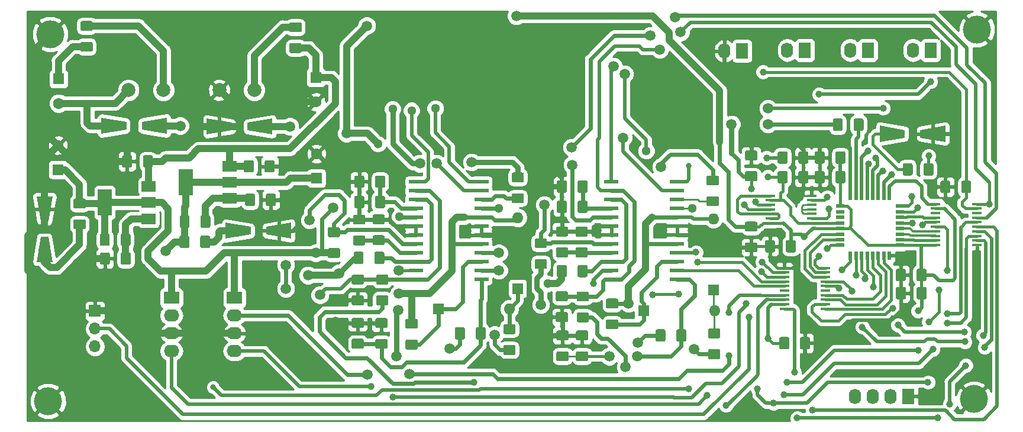
<source format=gtl>
G04 #@! TF.GenerationSoftware,KiCad,Pcbnew,(5.0.0-3-g5ebb6b6)*
G04 #@! TF.CreationDate,2019-01-18T17:45:58+01:00*
G04 #@! TF.ProjectId,Motor_Card,4D6F746F725F436172642E6B69636164,rev?*
G04 #@! TF.SameCoordinates,Original*
G04 #@! TF.FileFunction,Copper,L1,Top,Signal*
G04 #@! TF.FilePolarity,Positive*
%FSLAX46Y46*%
G04 Gerber Fmt 4.6, Leading zero omitted, Abs format (unit mm)*
G04 Created by KiCad (PCBNEW (5.0.0-3-g5ebb6b6)) date Friday 18 January 2019 à 17:45:58*
%MOMM*%
%LPD*%
G01*
G04 APERTURE LIST*
G04 #@! TA.AperFunction,SMDPad,CuDef*
%ADD10R,2.000000X0.600000*%
G04 #@! TD*
G04 #@! TA.AperFunction,ComponentPad*
%ADD11O,1.600000X1.600000*%
G04 #@! TD*
G04 #@! TA.AperFunction,ComponentPad*
%ADD12R,1.600000X1.600000*%
G04 #@! TD*
G04 #@! TA.AperFunction,ComponentPad*
%ADD13C,1.600000*%
G04 #@! TD*
G04 #@! TA.AperFunction,ComponentPad*
%ADD14C,2.000000*%
G04 #@! TD*
G04 #@! TA.AperFunction,SMDPad,CuDef*
%ADD15R,0.600000X1.200000*%
G04 #@! TD*
G04 #@! TA.AperFunction,SMDPad,CuDef*
%ADD16R,1.200000X0.600000*%
G04 #@! TD*
G04 #@! TA.AperFunction,SMDPad,CuDef*
%ADD17R,1.450000X0.450000*%
G04 #@! TD*
G04 #@! TA.AperFunction,Conductor*
%ADD18C,0.100000*%
G04 #@! TD*
G04 #@! TA.AperFunction,SMDPad,CuDef*
%ADD19C,1.425000*%
G04 #@! TD*
G04 #@! TA.AperFunction,SMDPad,CuDef*
%ADD20C,1.676868*%
G04 #@! TD*
G04 #@! TA.AperFunction,SMDPad,CuDef*
%ADD21R,2.000000X1.500000*%
G04 #@! TD*
G04 #@! TA.AperFunction,SMDPad,CuDef*
%ADD22R,2.000000X3.800000*%
G04 #@! TD*
G04 #@! TA.AperFunction,ComponentPad*
%ADD23C,4.000000*%
G04 #@! TD*
G04 #@! TA.AperFunction,ComponentPad*
%ADD24O,2.200000X1.740000*%
G04 #@! TD*
G04 #@! TA.AperFunction,ComponentPad*
%ADD25R,2.200000X1.740000*%
G04 #@! TD*
G04 #@! TA.AperFunction,ComponentPad*
%ADD26O,1.740000X2.200000*%
G04 #@! TD*
G04 #@! TA.AperFunction,ComponentPad*
%ADD27R,1.740000X2.200000*%
G04 #@! TD*
G04 #@! TA.AperFunction,ComponentPad*
%ADD28O,1.700000X1.700000*%
G04 #@! TD*
G04 #@! TA.AperFunction,ComponentPad*
%ADD29R,1.700000X1.700000*%
G04 #@! TD*
G04 #@! TA.AperFunction,ViaPad*
%ADD30C,1.000000*%
G04 #@! TD*
G04 #@! TA.AperFunction,ViaPad*
%ADD31C,1.500000*%
G04 #@! TD*
G04 #@! TA.AperFunction,ViaPad*
%ADD32C,1.300000*%
G04 #@! TD*
G04 #@! TA.AperFunction,ViaPad*
%ADD33C,0.800000*%
G04 #@! TD*
G04 #@! TA.AperFunction,Conductor*
%ADD34C,0.250000*%
G04 #@! TD*
G04 #@! TA.AperFunction,Conductor*
%ADD35C,0.400000*%
G04 #@! TD*
G04 #@! TA.AperFunction,Conductor*
%ADD36C,1.000000*%
G04 #@! TD*
G04 #@! TA.AperFunction,Conductor*
%ADD37C,0.600000*%
G04 #@! TD*
G04 #@! TA.AperFunction,Conductor*
%ADD38C,0.500000*%
G04 #@! TD*
G04 #@! TA.AperFunction,Conductor*
%ADD39C,0.800000*%
G04 #@! TD*
G04 #@! TA.AperFunction,Conductor*
%ADD40C,0.300000*%
G04 #@! TD*
G04 #@! TA.AperFunction,Conductor*
%ADD41C,0.254000*%
G04 #@! TD*
G04 APERTURE END LIST*
D10*
G04 #@! TO.P,U6,24*
G04 #@! TO.N,/motor_part/Hall_sensor_32*
X163900000Y-86200000D03*
G04 #@! TO.P,U6,23*
G04 #@! TO.N,/motor_part/Hall_sensor_22*
X163900000Y-87470000D03*
G04 #@! TO.P,U6,22*
G04 #@! TO.N,Net-(Rp2-Pad1)*
X163900000Y-88740000D03*
G04 #@! TO.P,U6,21*
G04 #@! TO.N,/motor_part/Out_22*
X163900000Y-90010000D03*
G04 #@! TO.P,U6,20*
G04 #@! TO.N,+12V*
X163900000Y-91280000D03*
G04 #@! TO.P,U6,19*
G04 #@! TO.N,GND*
X163900000Y-92550000D03*
G04 #@! TO.P,U6,18*
X163900000Y-93820000D03*
G04 #@! TO.P,U6,17*
G04 #@! TO.N,+12V*
X163900000Y-95090000D03*
G04 #@! TO.P,U6,16*
G04 #@! TO.N,/motor_part/Out_33*
X163900000Y-96360000D03*
G04 #@! TO.P,U6,15*
G04 #@! TO.N,Net-(Cboot2-Pad2)*
X163900000Y-97630000D03*
G04 #@! TO.P,U6,14*
G04 #@! TO.N,/motor_part/BRAKE_2*
X163900000Y-98900000D03*
G04 #@! TO.P,U6,13*
G04 #@! TO.N,Net-(Cref2-Pad1)*
X163900000Y-100170000D03*
G04 #@! TO.P,U6,12*
G04 #@! TO.N,/motor_part/DIAG_2*
X154500000Y-100170000D03*
G04 #@! TO.P,U6,11*
G04 #@! TO.N,/motor_part/DIR_2*
X154500000Y-98900000D03*
G04 #@! TO.P,U6,10*
G04 #@! TO.N,Net-(Rsense2-Pad1)*
X154500000Y-97630000D03*
G04 #@! TO.P,U6,9*
G04 #@! TO.N,Net-(Cpul2-Pad2)*
X154500000Y-96360000D03*
G04 #@! TO.P,U6,8*
G04 #@! TO.N,/motor_part/TACHO_2*
X154500000Y-95090000D03*
G04 #@! TO.P,U6,7*
G04 #@! TO.N,GND*
X154500000Y-93820000D03*
G04 #@! TO.P,U6,6*
X154500000Y-92550000D03*
G04 #@! TO.P,U6,5*
G04 #@! TO.N,/motor_part/Out_12*
X154500000Y-91280000D03*
G04 #@! TO.P,U6,4*
G04 #@! TO.N,Net-(Coff2-Pad2)*
X154500000Y-90010000D03*
G04 #@! TO.P,U6,3*
G04 #@! TO.N,Net-(Rsense2-Pad1)*
X154500000Y-88740000D03*
G04 #@! TO.P,U6,2*
G04 #@! TO.N,/motor_part/DIAG_2*
X154500000Y-87470000D03*
G04 #@! TO.P,U6,1*
G04 #@! TO.N,/motor_part/Hall_sensor_12*
X154500000Y-86200000D03*
G04 #@! TD*
G04 #@! TO.P,U5,24*
G04 #@! TO.N,/motor_part/Hall_sensor_31*
X135900000Y-86210000D03*
G04 #@! TO.P,U5,23*
G04 #@! TO.N,/motor_part/Hall_sensor_21*
X135900000Y-87480000D03*
G04 #@! TO.P,U5,22*
G04 #@! TO.N,Net-(Rp1-Pad1)*
X135900000Y-88750000D03*
G04 #@! TO.P,U5,21*
G04 #@! TO.N,/motor_part/Out_21*
X135900000Y-90020000D03*
G04 #@! TO.P,U5,20*
G04 #@! TO.N,+12V*
X135900000Y-91290000D03*
G04 #@! TO.P,U5,19*
G04 #@! TO.N,GND*
X135900000Y-92560000D03*
G04 #@! TO.P,U5,18*
X135900000Y-93830000D03*
G04 #@! TO.P,U5,17*
G04 #@! TO.N,+12V*
X135900000Y-95100000D03*
G04 #@! TO.P,U5,16*
G04 #@! TO.N,/motor_part/Out_31*
X135900000Y-96370000D03*
G04 #@! TO.P,U5,15*
G04 #@! TO.N,Net-(Cboot1-Pad2)*
X135900000Y-97640000D03*
G04 #@! TO.P,U5,14*
G04 #@! TO.N,/motor_part/BRAKE_1*
X135900000Y-98910000D03*
G04 #@! TO.P,U5,13*
G04 #@! TO.N,Net-(Cref1-Pad1)*
X135900000Y-100180000D03*
G04 #@! TO.P,U5,12*
G04 #@! TO.N,/motor_part/DIAG_1*
X126500000Y-100180000D03*
G04 #@! TO.P,U5,11*
G04 #@! TO.N,/motor_part/DIR_1*
X126500000Y-98910000D03*
G04 #@! TO.P,U5,10*
G04 #@! TO.N,Net-(Rsense1-Pad1)*
X126500000Y-97640000D03*
G04 #@! TO.P,U5,9*
G04 #@! TO.N,Net-(Cpul1-Pad2)*
X126500000Y-96370000D03*
G04 #@! TO.P,U5,8*
G04 #@! TO.N,/motor_part/TACHO_1*
X126500000Y-95100000D03*
G04 #@! TO.P,U5,7*
G04 #@! TO.N,GND*
X126500000Y-93830000D03*
G04 #@! TO.P,U5,6*
X126500000Y-92560000D03*
G04 #@! TO.P,U5,5*
G04 #@! TO.N,/motor_part/Out_11*
X126500000Y-91290000D03*
G04 #@! TO.P,U5,4*
G04 #@! TO.N,Net-(Coff1-Pad2)*
X126500000Y-90020000D03*
G04 #@! TO.P,U5,3*
G04 #@! TO.N,Net-(Rsense1-Pad1)*
X126500000Y-88750000D03*
G04 #@! TO.P,U5,2*
G04 #@! TO.N,/motor_part/DIAG_1*
X126500000Y-87480000D03*
G04 #@! TO.P,U5,1*
G04 #@! TO.N,/motor_part/Hall_sensor_11*
X126500000Y-86210000D03*
G04 #@! TD*
D11*
G04 #@! TO.P,D3,2*
G04 #@! TO.N,+12V*
X169100000Y-91540000D03*
D12*
G04 #@! TO.P,D3,1*
G04 #@! TO.N,Net-(Cp2-Pad2)*
X169100000Y-101700000D03*
G04 #@! TD*
D13*
G04 #@! TO.P,C4,2*
G04 #@! TO.N,GNDPWR*
X75400000Y-75000000D03*
D12*
G04 #@! TO.P,C4,1*
G04 #@! TO.N,+12V*
X75400000Y-71500000D03*
G04 #@! TD*
D14*
G04 #@! TO.P,U12,2*
G04 #@! TO.N,GNDPWR*
X85400000Y-73100000D03*
G04 #@! TO.P,U12,1*
G04 #@! TO.N,/power_part/Alim_puiss*
X90400000Y-73100000D03*
G04 #@! TD*
G04 #@! TO.P,U11,2*
G04 #@! TO.N,GND*
X98400000Y-73100000D03*
G04 #@! TO.P,U11,1*
G04 #@! TO.N,/power_part/Alim_num*
X103400000Y-73100000D03*
G04 #@! TD*
D15*
G04 #@! TO.P,U8,32*
G04 #@! TO.N,GND*
X188700740Y-88245223D03*
G04 #@! TO.P,U8,31*
G04 #@! TO.N,Net-(R3-Pad1)*
X189500740Y-88245223D03*
G04 #@! TO.P,U8,30*
G04 #@! TO.N,/uC/I2C_SDA(3V3)*
X190300740Y-88245223D03*
G04 #@! TO.P,U8,29*
G04 #@! TO.N,/uC/I2C_SCL(3V3)*
X191100740Y-88245223D03*
G04 #@! TO.P,U8,28*
G04 #@! TO.N,/uC/Cmd_En_2(3V3)*
X191900740Y-88245223D03*
G04 #@! TO.P,U8,27*
G04 #@! TO.N,/uC/Brake_2(3V3)*
X192700740Y-88245223D03*
G04 #@! TO.P,U8,26*
G04 #@! TO.N,/uC/Dir_2(3V3)*
X193500740Y-88245223D03*
G04 #@! TO.P,U8,25*
G04 #@! TO.N,/uC/Diag_2(3V3)*
X194300740Y-88245223D03*
D16*
G04 #@! TO.P,U8,24*
G04 #@! TO.N,/uC/swclk(3V3)*
X195750740Y-89695223D03*
G04 #@! TO.P,U8,23*
G04 #@! TO.N,/uC/swdio(3V3)*
X195750740Y-90495223D03*
G04 #@! TO.P,U8,22*
G04 #@! TO.N,/uC/Tacho_2(3V3)*
X195750740Y-91295223D03*
G04 #@! TO.P,U8,21*
G04 #@! TO.N,Net-(R4-Pad1)*
X195750740Y-92095223D03*
G04 #@! TO.P,U8,20*
G04 #@! TO.N,/uC/Tacho_1(3V3)*
X195750740Y-92895223D03*
G04 #@! TO.P,U8,19*
G04 #@! TO.N,/encodeurs/Ch_B2*
X195750740Y-93695223D03*
G04 #@! TO.P,U8,18*
G04 #@! TO.N,/encodeurs/Ch_A2*
X195750740Y-94495223D03*
G04 #@! TO.P,U8,17*
G04 #@! TO.N,+3V3*
X195750740Y-95295223D03*
D15*
G04 #@! TO.P,U8,16*
G04 #@! TO.N,GND*
X194300740Y-96745223D03*
G04 #@! TO.P,U8,15*
G04 #@! TO.N,/uC/Diag_1(3V3)*
X193500740Y-96745223D03*
G04 #@! TO.P,U8,14*
G04 #@! TO.N,/uC/Dir_1(3V3)*
X192700740Y-96745223D03*
G04 #@! TO.P,U8,13*
G04 #@! TO.N,/uC/Brake_1(3V3)*
X191900740Y-96745223D03*
G04 #@! TO.P,U8,12*
G04 #@! TO.N,/uC/Cmd_En_1(3V3)*
X191100740Y-96745223D03*
G04 #@! TO.P,U8,11*
G04 #@! TO.N,/uC/Free_2(3V3)*
X190300740Y-96745223D03*
G04 #@! TO.P,U8,10*
G04 #@! TO.N,/uC/Free_1(3V3)*
X189500740Y-96745223D03*
G04 #@! TO.P,U8,9*
G04 #@! TO.N,/uC/RX(3V3)*
X188700740Y-96745223D03*
D16*
G04 #@! TO.P,U8,8*
G04 #@! TO.N,/uC/TX(3V3)*
X187250740Y-95295223D03*
G04 #@! TO.P,U8,7*
G04 #@! TO.N,/encodeurs/Ch_B1*
X187250740Y-94495223D03*
G04 #@! TO.P,U8,6*
G04 #@! TO.N,/encodeurs/Ch_A1*
X187250740Y-93695223D03*
G04 #@! TO.P,U8,5*
G04 #@! TO.N,+3V3*
X187250740Y-92895223D03*
G04 #@! TO.P,U8,4*
G04 #@! TO.N,/uC/nrst(3V3)*
X187250740Y-92095223D03*
G04 #@! TO.P,U8,3*
G04 #@! TO.N,Net-(U8-Pad3)*
X187250740Y-91295223D03*
G04 #@! TO.P,U8,2*
G04 #@! TO.N,Net-(U8-Pad2)*
X187250740Y-90495223D03*
G04 #@! TO.P,U8,1*
G04 #@! TO.N,+3V3*
X187250740Y-89695223D03*
G04 #@! TD*
D17*
G04 #@! TO.P,U10,20*
G04 #@! TO.N,/motor_part/DIAG_2*
X206800000Y-89400000D03*
G04 #@! TO.P,U10,19*
G04 #@! TO.N,+5V*
X206800000Y-90050000D03*
G04 #@! TO.P,U10,18*
G04 #@! TO.N,N/C*
X206800000Y-90700000D03*
G04 #@! TO.P,U10,17*
G04 #@! TO.N,/motor_part/TACHO_2*
X206800000Y-91350000D03*
G04 #@! TO.P,U10,16*
G04 #@! TO.N,/motor_part/EN_1*
X206800000Y-92000000D03*
G04 #@! TO.P,U10,15*
G04 #@! TO.N,/motor_part/EN_2*
X206800000Y-92650000D03*
G04 #@! TO.P,U10,14*
G04 #@! TO.N,/motor_part/TACHO_1*
X206800000Y-93300000D03*
G04 #@! TO.P,U10,13*
G04 #@! TO.N,/encodeurs/Ch_B2(+5V)*
X206800000Y-93950000D03*
G04 #@! TO.P,U10,12*
G04 #@! TO.N,/encodeurs/Ch_A2(+5V)*
X206800000Y-94600000D03*
G04 #@! TO.P,U10,11*
G04 #@! TO.N,GND*
X206800000Y-95250000D03*
G04 #@! TO.P,U10,10*
G04 #@! TO.N,+3V3*
X200900000Y-95250000D03*
G04 #@! TO.P,U10,9*
G04 #@! TO.N,/encodeurs/Ch_A2*
X200900000Y-94600000D03*
G04 #@! TO.P,U10,8*
G04 #@! TO.N,/encodeurs/Ch_B2*
X200900000Y-93950000D03*
G04 #@! TO.P,U10,7*
G04 #@! TO.N,/uC/Tacho_1(3V3)*
X200900000Y-93300000D03*
G04 #@! TO.P,U10,6*
G04 #@! TO.N,Net-(U10-Pad6)*
X200900000Y-92650000D03*
G04 #@! TO.P,U10,5*
G04 #@! TO.N,Net-(U10-Pad5)*
X200900000Y-92000000D03*
G04 #@! TO.P,U10,4*
G04 #@! TO.N,/uC/Tacho_2(3V3)*
X200900000Y-91350000D03*
G04 #@! TO.P,U10,3*
G04 #@! TO.N,N/C*
X200900000Y-90700000D03*
G04 #@! TO.P,U10,2*
G04 #@! TO.N,+3V3*
X200900000Y-90050000D03*
G04 #@! TO.P,U10,1*
G04 #@! TO.N,/uC/Diag_2(3V3)*
X200900000Y-89400000D03*
G04 #@! TD*
D13*
G04 #@! TO.P,C8,2*
G04 #@! TO.N,GND*
X112300000Y-82200000D03*
D12*
G04 #@! TO.P,C8,1*
G04 #@! TO.N,+3V3*
X112300000Y-85700000D03*
G04 #@! TD*
D18*
G04 #@! TO.N,GND*
G04 #@! TO.C,Cin_2*
G36*
X106087004Y-83126204D02*
X106111273Y-83129804D01*
X106135071Y-83135765D01*
X106158171Y-83144030D01*
X106180349Y-83154520D01*
X106201393Y-83167133D01*
X106221098Y-83181747D01*
X106239277Y-83198223D01*
X106255753Y-83216402D01*
X106270367Y-83236107D01*
X106282980Y-83257151D01*
X106293470Y-83279329D01*
X106301735Y-83302429D01*
X106307696Y-83326227D01*
X106311296Y-83350496D01*
X106312500Y-83375000D01*
X106312500Y-84625000D01*
X106311296Y-84649504D01*
X106307696Y-84673773D01*
X106301735Y-84697571D01*
X106293470Y-84720671D01*
X106282980Y-84742849D01*
X106270367Y-84763893D01*
X106255753Y-84783598D01*
X106239277Y-84801777D01*
X106221098Y-84818253D01*
X106201393Y-84832867D01*
X106180349Y-84845480D01*
X106158171Y-84855970D01*
X106135071Y-84864235D01*
X106111273Y-84870196D01*
X106087004Y-84873796D01*
X106062500Y-84875000D01*
X105137500Y-84875000D01*
X105112996Y-84873796D01*
X105088727Y-84870196D01*
X105064929Y-84864235D01*
X105041829Y-84855970D01*
X105019651Y-84845480D01*
X104998607Y-84832867D01*
X104978902Y-84818253D01*
X104960723Y-84801777D01*
X104944247Y-84783598D01*
X104929633Y-84763893D01*
X104917020Y-84742849D01*
X104906530Y-84720671D01*
X104898265Y-84697571D01*
X104892304Y-84673773D01*
X104888704Y-84649504D01*
X104887500Y-84625000D01*
X104887500Y-83375000D01*
X104888704Y-83350496D01*
X104892304Y-83326227D01*
X104898265Y-83302429D01*
X104906530Y-83279329D01*
X104917020Y-83257151D01*
X104929633Y-83236107D01*
X104944247Y-83216402D01*
X104960723Y-83198223D01*
X104978902Y-83181747D01*
X104998607Y-83167133D01*
X105019651Y-83154520D01*
X105041829Y-83144030D01*
X105064929Y-83135765D01*
X105088727Y-83129804D01*
X105112996Y-83126204D01*
X105137500Y-83125000D01*
X106062500Y-83125000D01*
X106087004Y-83126204D01*
X106087004Y-83126204D01*
G37*
D19*
G04 #@! TD*
G04 #@! TO.P,Cin_2,2*
G04 #@! TO.N,GND*
X105600000Y-84000000D03*
D18*
G04 #@! TO.N,+10V*
G04 #@! TO.C,Cin_2*
G36*
X103112004Y-83126204D02*
X103136273Y-83129804D01*
X103160071Y-83135765D01*
X103183171Y-83144030D01*
X103205349Y-83154520D01*
X103226393Y-83167133D01*
X103246098Y-83181747D01*
X103264277Y-83198223D01*
X103280753Y-83216402D01*
X103295367Y-83236107D01*
X103307980Y-83257151D01*
X103318470Y-83279329D01*
X103326735Y-83302429D01*
X103332696Y-83326227D01*
X103336296Y-83350496D01*
X103337500Y-83375000D01*
X103337500Y-84625000D01*
X103336296Y-84649504D01*
X103332696Y-84673773D01*
X103326735Y-84697571D01*
X103318470Y-84720671D01*
X103307980Y-84742849D01*
X103295367Y-84763893D01*
X103280753Y-84783598D01*
X103264277Y-84801777D01*
X103246098Y-84818253D01*
X103226393Y-84832867D01*
X103205349Y-84845480D01*
X103183171Y-84855970D01*
X103160071Y-84864235D01*
X103136273Y-84870196D01*
X103112004Y-84873796D01*
X103087500Y-84875000D01*
X102162500Y-84875000D01*
X102137996Y-84873796D01*
X102113727Y-84870196D01*
X102089929Y-84864235D01*
X102066829Y-84855970D01*
X102044651Y-84845480D01*
X102023607Y-84832867D01*
X102003902Y-84818253D01*
X101985723Y-84801777D01*
X101969247Y-84783598D01*
X101954633Y-84763893D01*
X101942020Y-84742849D01*
X101931530Y-84720671D01*
X101923265Y-84697571D01*
X101917304Y-84673773D01*
X101913704Y-84649504D01*
X101912500Y-84625000D01*
X101912500Y-83375000D01*
X101913704Y-83350496D01*
X101917304Y-83326227D01*
X101923265Y-83302429D01*
X101931530Y-83279329D01*
X101942020Y-83257151D01*
X101954633Y-83236107D01*
X101969247Y-83216402D01*
X101985723Y-83198223D01*
X102003902Y-83181747D01*
X102023607Y-83167133D01*
X102044651Y-83154520D01*
X102066829Y-83144030D01*
X102089929Y-83135765D01*
X102113727Y-83129804D01*
X102137996Y-83126204D01*
X102162500Y-83125000D01*
X103087500Y-83125000D01*
X103112004Y-83126204D01*
X103112004Y-83126204D01*
G37*
D19*
G04 #@! TD*
G04 #@! TO.P,Cin_2,1*
G04 #@! TO.N,+10V*
X102625000Y-84000000D03*
D18*
G04 #@! TO.N,Net-(R10-Pad2)*
G04 #@! TO.C,R10*
G36*
X103287004Y-87926204D02*
X103311273Y-87929804D01*
X103335071Y-87935765D01*
X103358171Y-87944030D01*
X103380349Y-87954520D01*
X103401393Y-87967133D01*
X103421098Y-87981747D01*
X103439277Y-87998223D01*
X103455753Y-88016402D01*
X103470367Y-88036107D01*
X103482980Y-88057151D01*
X103493470Y-88079329D01*
X103501735Y-88102429D01*
X103507696Y-88126227D01*
X103511296Y-88150496D01*
X103512500Y-88175000D01*
X103512500Y-89425000D01*
X103511296Y-89449504D01*
X103507696Y-89473773D01*
X103501735Y-89497571D01*
X103493470Y-89520671D01*
X103482980Y-89542849D01*
X103470367Y-89563893D01*
X103455753Y-89583598D01*
X103439277Y-89601777D01*
X103421098Y-89618253D01*
X103401393Y-89632867D01*
X103380349Y-89645480D01*
X103358171Y-89655970D01*
X103335071Y-89664235D01*
X103311273Y-89670196D01*
X103287004Y-89673796D01*
X103262500Y-89675000D01*
X102337500Y-89675000D01*
X102312996Y-89673796D01*
X102288727Y-89670196D01*
X102264929Y-89664235D01*
X102241829Y-89655970D01*
X102219651Y-89645480D01*
X102198607Y-89632867D01*
X102178902Y-89618253D01*
X102160723Y-89601777D01*
X102144247Y-89583598D01*
X102129633Y-89563893D01*
X102117020Y-89542849D01*
X102106530Y-89520671D01*
X102098265Y-89497571D01*
X102092304Y-89473773D01*
X102088704Y-89449504D01*
X102087500Y-89425000D01*
X102087500Y-88175000D01*
X102088704Y-88150496D01*
X102092304Y-88126227D01*
X102098265Y-88102429D01*
X102106530Y-88079329D01*
X102117020Y-88057151D01*
X102129633Y-88036107D01*
X102144247Y-88016402D01*
X102160723Y-87998223D01*
X102178902Y-87981747D01*
X102198607Y-87967133D01*
X102219651Y-87954520D01*
X102241829Y-87944030D01*
X102264929Y-87935765D01*
X102288727Y-87929804D01*
X102312996Y-87926204D01*
X102337500Y-87925000D01*
X103262500Y-87925000D01*
X103287004Y-87926204D01*
X103287004Y-87926204D01*
G37*
D19*
G04 #@! TD*
G04 #@! TO.P,R10,2*
G04 #@! TO.N,Net-(R10-Pad2)*
X102800000Y-88800000D03*
D18*
G04 #@! TO.N,GND*
G04 #@! TO.C,R10*
G36*
X106262004Y-87926204D02*
X106286273Y-87929804D01*
X106310071Y-87935765D01*
X106333171Y-87944030D01*
X106355349Y-87954520D01*
X106376393Y-87967133D01*
X106396098Y-87981747D01*
X106414277Y-87998223D01*
X106430753Y-88016402D01*
X106445367Y-88036107D01*
X106457980Y-88057151D01*
X106468470Y-88079329D01*
X106476735Y-88102429D01*
X106482696Y-88126227D01*
X106486296Y-88150496D01*
X106487500Y-88175000D01*
X106487500Y-89425000D01*
X106486296Y-89449504D01*
X106482696Y-89473773D01*
X106476735Y-89497571D01*
X106468470Y-89520671D01*
X106457980Y-89542849D01*
X106445367Y-89563893D01*
X106430753Y-89583598D01*
X106414277Y-89601777D01*
X106396098Y-89618253D01*
X106376393Y-89632867D01*
X106355349Y-89645480D01*
X106333171Y-89655970D01*
X106310071Y-89664235D01*
X106286273Y-89670196D01*
X106262004Y-89673796D01*
X106237500Y-89675000D01*
X105312500Y-89675000D01*
X105287996Y-89673796D01*
X105263727Y-89670196D01*
X105239929Y-89664235D01*
X105216829Y-89655970D01*
X105194651Y-89645480D01*
X105173607Y-89632867D01*
X105153902Y-89618253D01*
X105135723Y-89601777D01*
X105119247Y-89583598D01*
X105104633Y-89563893D01*
X105092020Y-89542849D01*
X105081530Y-89520671D01*
X105073265Y-89497571D01*
X105067304Y-89473773D01*
X105063704Y-89449504D01*
X105062500Y-89425000D01*
X105062500Y-88175000D01*
X105063704Y-88150496D01*
X105067304Y-88126227D01*
X105073265Y-88102429D01*
X105081530Y-88079329D01*
X105092020Y-88057151D01*
X105104633Y-88036107D01*
X105119247Y-88016402D01*
X105135723Y-87998223D01*
X105153902Y-87981747D01*
X105173607Y-87967133D01*
X105194651Y-87954520D01*
X105216829Y-87944030D01*
X105239929Y-87935765D01*
X105263727Y-87929804D01*
X105287996Y-87926204D01*
X105312500Y-87925000D01*
X106237500Y-87925000D01*
X106262004Y-87926204D01*
X106262004Y-87926204D01*
G37*
D19*
G04 #@! TD*
G04 #@! TO.P,R10,1*
G04 #@! TO.N,GND*
X105775000Y-88800000D03*
D18*
G04 #@! TO.N,Net-(R10-Pad2)*
G04 #@! TO.C,R11*
G36*
X96887004Y-91026204D02*
X96911273Y-91029804D01*
X96935071Y-91035765D01*
X96958171Y-91044030D01*
X96980349Y-91054520D01*
X97001393Y-91067133D01*
X97021098Y-91081747D01*
X97039277Y-91098223D01*
X97055753Y-91116402D01*
X97070367Y-91136107D01*
X97082980Y-91157151D01*
X97093470Y-91179329D01*
X97101735Y-91202429D01*
X97107696Y-91226227D01*
X97111296Y-91250496D01*
X97112500Y-91275000D01*
X97112500Y-92525000D01*
X97111296Y-92549504D01*
X97107696Y-92573773D01*
X97101735Y-92597571D01*
X97093470Y-92620671D01*
X97082980Y-92642849D01*
X97070367Y-92663893D01*
X97055753Y-92683598D01*
X97039277Y-92701777D01*
X97021098Y-92718253D01*
X97001393Y-92732867D01*
X96980349Y-92745480D01*
X96958171Y-92755970D01*
X96935071Y-92764235D01*
X96911273Y-92770196D01*
X96887004Y-92773796D01*
X96862500Y-92775000D01*
X95937500Y-92775000D01*
X95912996Y-92773796D01*
X95888727Y-92770196D01*
X95864929Y-92764235D01*
X95841829Y-92755970D01*
X95819651Y-92745480D01*
X95798607Y-92732867D01*
X95778902Y-92718253D01*
X95760723Y-92701777D01*
X95744247Y-92683598D01*
X95729633Y-92663893D01*
X95717020Y-92642849D01*
X95706530Y-92620671D01*
X95698265Y-92597571D01*
X95692304Y-92573773D01*
X95688704Y-92549504D01*
X95687500Y-92525000D01*
X95687500Y-91275000D01*
X95688704Y-91250496D01*
X95692304Y-91226227D01*
X95698265Y-91202429D01*
X95706530Y-91179329D01*
X95717020Y-91157151D01*
X95729633Y-91136107D01*
X95744247Y-91116402D01*
X95760723Y-91098223D01*
X95778902Y-91081747D01*
X95798607Y-91067133D01*
X95819651Y-91054520D01*
X95841829Y-91044030D01*
X95864929Y-91035765D01*
X95888727Y-91029804D01*
X95912996Y-91026204D01*
X95937500Y-91025000D01*
X96862500Y-91025000D01*
X96887004Y-91026204D01*
X96887004Y-91026204D01*
G37*
D19*
G04 #@! TD*
G04 #@! TO.P,R11,2*
G04 #@! TO.N,Net-(R10-Pad2)*
X96400000Y-91900000D03*
D18*
G04 #@! TO.N,+3V3*
G04 #@! TO.C,R11*
G36*
X93912004Y-91026204D02*
X93936273Y-91029804D01*
X93960071Y-91035765D01*
X93983171Y-91044030D01*
X94005349Y-91054520D01*
X94026393Y-91067133D01*
X94046098Y-91081747D01*
X94064277Y-91098223D01*
X94080753Y-91116402D01*
X94095367Y-91136107D01*
X94107980Y-91157151D01*
X94118470Y-91179329D01*
X94126735Y-91202429D01*
X94132696Y-91226227D01*
X94136296Y-91250496D01*
X94137500Y-91275000D01*
X94137500Y-92525000D01*
X94136296Y-92549504D01*
X94132696Y-92573773D01*
X94126735Y-92597571D01*
X94118470Y-92620671D01*
X94107980Y-92642849D01*
X94095367Y-92663893D01*
X94080753Y-92683598D01*
X94064277Y-92701777D01*
X94046098Y-92718253D01*
X94026393Y-92732867D01*
X94005349Y-92745480D01*
X93983171Y-92755970D01*
X93960071Y-92764235D01*
X93936273Y-92770196D01*
X93912004Y-92773796D01*
X93887500Y-92775000D01*
X92962500Y-92775000D01*
X92937996Y-92773796D01*
X92913727Y-92770196D01*
X92889929Y-92764235D01*
X92866829Y-92755970D01*
X92844651Y-92745480D01*
X92823607Y-92732867D01*
X92803902Y-92718253D01*
X92785723Y-92701777D01*
X92769247Y-92683598D01*
X92754633Y-92663893D01*
X92742020Y-92642849D01*
X92731530Y-92620671D01*
X92723265Y-92597571D01*
X92717304Y-92573773D01*
X92713704Y-92549504D01*
X92712500Y-92525000D01*
X92712500Y-91275000D01*
X92713704Y-91250496D01*
X92717304Y-91226227D01*
X92723265Y-91202429D01*
X92731530Y-91179329D01*
X92742020Y-91157151D01*
X92754633Y-91136107D01*
X92769247Y-91116402D01*
X92785723Y-91098223D01*
X92803902Y-91081747D01*
X92823607Y-91067133D01*
X92844651Y-91054520D01*
X92866829Y-91044030D01*
X92889929Y-91035765D01*
X92913727Y-91029804D01*
X92937996Y-91026204D01*
X92962500Y-91025000D01*
X93887500Y-91025000D01*
X93912004Y-91026204D01*
X93912004Y-91026204D01*
G37*
D19*
G04 #@! TD*
G04 #@! TO.P,R11,1*
G04 #@! TO.N,+3V3*
X93425000Y-91900000D03*
D18*
G04 #@! TO.N,+3V3*
G04 #@! TO.C,R12*
G36*
X93887004Y-93926204D02*
X93911273Y-93929804D01*
X93935071Y-93935765D01*
X93958171Y-93944030D01*
X93980349Y-93954520D01*
X94001393Y-93967133D01*
X94021098Y-93981747D01*
X94039277Y-93998223D01*
X94055753Y-94016402D01*
X94070367Y-94036107D01*
X94082980Y-94057151D01*
X94093470Y-94079329D01*
X94101735Y-94102429D01*
X94107696Y-94126227D01*
X94111296Y-94150496D01*
X94112500Y-94175000D01*
X94112500Y-95425000D01*
X94111296Y-95449504D01*
X94107696Y-95473773D01*
X94101735Y-95497571D01*
X94093470Y-95520671D01*
X94082980Y-95542849D01*
X94070367Y-95563893D01*
X94055753Y-95583598D01*
X94039277Y-95601777D01*
X94021098Y-95618253D01*
X94001393Y-95632867D01*
X93980349Y-95645480D01*
X93958171Y-95655970D01*
X93935071Y-95664235D01*
X93911273Y-95670196D01*
X93887004Y-95673796D01*
X93862500Y-95675000D01*
X92937500Y-95675000D01*
X92912996Y-95673796D01*
X92888727Y-95670196D01*
X92864929Y-95664235D01*
X92841829Y-95655970D01*
X92819651Y-95645480D01*
X92798607Y-95632867D01*
X92778902Y-95618253D01*
X92760723Y-95601777D01*
X92744247Y-95583598D01*
X92729633Y-95563893D01*
X92717020Y-95542849D01*
X92706530Y-95520671D01*
X92698265Y-95497571D01*
X92692304Y-95473773D01*
X92688704Y-95449504D01*
X92687500Y-95425000D01*
X92687500Y-94175000D01*
X92688704Y-94150496D01*
X92692304Y-94126227D01*
X92698265Y-94102429D01*
X92706530Y-94079329D01*
X92717020Y-94057151D01*
X92729633Y-94036107D01*
X92744247Y-94016402D01*
X92760723Y-93998223D01*
X92778902Y-93981747D01*
X92798607Y-93967133D01*
X92819651Y-93954520D01*
X92841829Y-93944030D01*
X92864929Y-93935765D01*
X92888727Y-93929804D01*
X92912996Y-93926204D01*
X92937500Y-93925000D01*
X93862500Y-93925000D01*
X93887004Y-93926204D01*
X93887004Y-93926204D01*
G37*
D19*
G04 #@! TD*
G04 #@! TO.P,R12,2*
G04 #@! TO.N,+3V3*
X93400000Y-94800000D03*
D18*
G04 #@! TO.N,Net-(D11-Pad2)*
G04 #@! TO.C,R12*
G36*
X96862004Y-93926204D02*
X96886273Y-93929804D01*
X96910071Y-93935765D01*
X96933171Y-93944030D01*
X96955349Y-93954520D01*
X96976393Y-93967133D01*
X96996098Y-93981747D01*
X97014277Y-93998223D01*
X97030753Y-94016402D01*
X97045367Y-94036107D01*
X97057980Y-94057151D01*
X97068470Y-94079329D01*
X97076735Y-94102429D01*
X97082696Y-94126227D01*
X97086296Y-94150496D01*
X97087500Y-94175000D01*
X97087500Y-95425000D01*
X97086296Y-95449504D01*
X97082696Y-95473773D01*
X97076735Y-95497571D01*
X97068470Y-95520671D01*
X97057980Y-95542849D01*
X97045367Y-95563893D01*
X97030753Y-95583598D01*
X97014277Y-95601777D01*
X96996098Y-95618253D01*
X96976393Y-95632867D01*
X96955349Y-95645480D01*
X96933171Y-95655970D01*
X96910071Y-95664235D01*
X96886273Y-95670196D01*
X96862004Y-95673796D01*
X96837500Y-95675000D01*
X95912500Y-95675000D01*
X95887996Y-95673796D01*
X95863727Y-95670196D01*
X95839929Y-95664235D01*
X95816829Y-95655970D01*
X95794651Y-95645480D01*
X95773607Y-95632867D01*
X95753902Y-95618253D01*
X95735723Y-95601777D01*
X95719247Y-95583598D01*
X95704633Y-95563893D01*
X95692020Y-95542849D01*
X95681530Y-95520671D01*
X95673265Y-95497571D01*
X95667304Y-95473773D01*
X95663704Y-95449504D01*
X95662500Y-95425000D01*
X95662500Y-94175000D01*
X95663704Y-94150496D01*
X95667304Y-94126227D01*
X95673265Y-94102429D01*
X95681530Y-94079329D01*
X95692020Y-94057151D01*
X95704633Y-94036107D01*
X95719247Y-94016402D01*
X95735723Y-93998223D01*
X95753902Y-93981747D01*
X95773607Y-93967133D01*
X95794651Y-93954520D01*
X95816829Y-93944030D01*
X95839929Y-93935765D01*
X95863727Y-93929804D01*
X95887996Y-93926204D01*
X95912500Y-93925000D01*
X96837500Y-93925000D01*
X96862004Y-93926204D01*
X96862004Y-93926204D01*
G37*
D19*
G04 #@! TD*
G04 #@! TO.P,R12,1*
G04 #@! TO.N,Net-(D11-Pad2)*
X96375000Y-94800000D03*
D20*
G04 #@! TO.P,D11,2*
G04 #@! TO.N,Net-(D11-Pad2)*
X101100000Y-93200000D03*
D18*
G04 #@! TD*
G04 #@! TO.N,Net-(D11-Pad2)*
G04 #@! TO.C,D11*
G36*
X99300000Y-94350000D02*
X99300000Y-92050000D01*
X102900000Y-92650000D01*
X102900000Y-93750000D01*
X99300000Y-94350000D01*
X99300000Y-94350000D01*
G37*
D20*
G04 #@! TO.P,D11,1*
G04 #@! TO.N,GND*
X106900000Y-93200000D03*
D18*
G04 #@! TD*
G04 #@! TO.N,GND*
G04 #@! TO.C,D11*
G36*
X108700000Y-92050000D02*
X108700000Y-94350000D01*
X105100000Y-93750000D01*
X105100000Y-92650000D01*
X108700000Y-92050000D01*
X108700000Y-92050000D01*
G37*
D21*
G04 #@! TO.P,U14,1*
G04 #@! TO.N,Net-(R10-Pad2)*
X99900000Y-88600000D03*
G04 #@! TO.P,U14,3*
G04 #@! TO.N,+10V*
X99900000Y-84000000D03*
G04 #@! TO.P,U14,2*
G04 #@! TO.N,+3V3*
X99900000Y-86300000D03*
D22*
X93600000Y-86300000D03*
G04 #@! TD*
D18*
G04 #@! TO.N,/power_part/Alim_puiss*
G04 #@! TO.C,F1*
G36*
X80049504Y-63213704D02*
X80073773Y-63217304D01*
X80097571Y-63223265D01*
X80120671Y-63231530D01*
X80142849Y-63242020D01*
X80163893Y-63254633D01*
X80183598Y-63269247D01*
X80201777Y-63285723D01*
X80218253Y-63303902D01*
X80232867Y-63323607D01*
X80245480Y-63344651D01*
X80255970Y-63366829D01*
X80264235Y-63389929D01*
X80270196Y-63413727D01*
X80273796Y-63437996D01*
X80275000Y-63462500D01*
X80275000Y-64387500D01*
X80273796Y-64412004D01*
X80270196Y-64436273D01*
X80264235Y-64460071D01*
X80255970Y-64483171D01*
X80245480Y-64505349D01*
X80232867Y-64526393D01*
X80218253Y-64546098D01*
X80201777Y-64564277D01*
X80183598Y-64580753D01*
X80163893Y-64595367D01*
X80142849Y-64607980D01*
X80120671Y-64618470D01*
X80097571Y-64626735D01*
X80073773Y-64632696D01*
X80049504Y-64636296D01*
X80025000Y-64637500D01*
X78775000Y-64637500D01*
X78750496Y-64636296D01*
X78726227Y-64632696D01*
X78702429Y-64626735D01*
X78679329Y-64618470D01*
X78657151Y-64607980D01*
X78636107Y-64595367D01*
X78616402Y-64580753D01*
X78598223Y-64564277D01*
X78581747Y-64546098D01*
X78567133Y-64526393D01*
X78554520Y-64505349D01*
X78544030Y-64483171D01*
X78535765Y-64460071D01*
X78529804Y-64436273D01*
X78526204Y-64412004D01*
X78525000Y-64387500D01*
X78525000Y-63462500D01*
X78526204Y-63437996D01*
X78529804Y-63413727D01*
X78535765Y-63389929D01*
X78544030Y-63366829D01*
X78554520Y-63344651D01*
X78567133Y-63323607D01*
X78581747Y-63303902D01*
X78598223Y-63285723D01*
X78616402Y-63269247D01*
X78636107Y-63254633D01*
X78657151Y-63242020D01*
X78679329Y-63231530D01*
X78702429Y-63223265D01*
X78726227Y-63217304D01*
X78750496Y-63213704D01*
X78775000Y-63212500D01*
X80025000Y-63212500D01*
X80049504Y-63213704D01*
X80049504Y-63213704D01*
G37*
D19*
G04 #@! TD*
G04 #@! TO.P,F1,2*
G04 #@! TO.N,/power_part/Alim_puiss*
X79400000Y-63925000D03*
D18*
G04 #@! TO.N,+12V*
G04 #@! TO.C,F1*
G36*
X80049504Y-66188704D02*
X80073773Y-66192304D01*
X80097571Y-66198265D01*
X80120671Y-66206530D01*
X80142849Y-66217020D01*
X80163893Y-66229633D01*
X80183598Y-66244247D01*
X80201777Y-66260723D01*
X80218253Y-66278902D01*
X80232867Y-66298607D01*
X80245480Y-66319651D01*
X80255970Y-66341829D01*
X80264235Y-66364929D01*
X80270196Y-66388727D01*
X80273796Y-66412996D01*
X80275000Y-66437500D01*
X80275000Y-67362500D01*
X80273796Y-67387004D01*
X80270196Y-67411273D01*
X80264235Y-67435071D01*
X80255970Y-67458171D01*
X80245480Y-67480349D01*
X80232867Y-67501393D01*
X80218253Y-67521098D01*
X80201777Y-67539277D01*
X80183598Y-67555753D01*
X80163893Y-67570367D01*
X80142849Y-67582980D01*
X80120671Y-67593470D01*
X80097571Y-67601735D01*
X80073773Y-67607696D01*
X80049504Y-67611296D01*
X80025000Y-67612500D01*
X78775000Y-67612500D01*
X78750496Y-67611296D01*
X78726227Y-67607696D01*
X78702429Y-67601735D01*
X78679329Y-67593470D01*
X78657151Y-67582980D01*
X78636107Y-67570367D01*
X78616402Y-67555753D01*
X78598223Y-67539277D01*
X78581747Y-67521098D01*
X78567133Y-67501393D01*
X78554520Y-67480349D01*
X78544030Y-67458171D01*
X78535765Y-67435071D01*
X78529804Y-67411273D01*
X78526204Y-67387004D01*
X78525000Y-67362500D01*
X78525000Y-66437500D01*
X78526204Y-66412996D01*
X78529804Y-66388727D01*
X78535765Y-66364929D01*
X78544030Y-66341829D01*
X78554520Y-66319651D01*
X78567133Y-66298607D01*
X78581747Y-66278902D01*
X78598223Y-66260723D01*
X78616402Y-66244247D01*
X78636107Y-66229633D01*
X78657151Y-66217020D01*
X78679329Y-66206530D01*
X78702429Y-66198265D01*
X78726227Y-66192304D01*
X78750496Y-66188704D01*
X78775000Y-66187500D01*
X80025000Y-66187500D01*
X80049504Y-66188704D01*
X80049504Y-66188704D01*
G37*
D19*
G04 #@! TD*
G04 #@! TO.P,F1,1*
G04 #@! TO.N,+12V*
X79400000Y-66900000D03*
D13*
G04 #@! TO.P,C7,2*
G04 #@! TO.N,GND*
X75300000Y-81000000D03*
D12*
G04 #@! TO.P,C7,1*
G04 #@! TO.N,+5V*
X75300000Y-84500000D03*
G04 #@! TD*
D13*
G04 #@! TO.P,C3,2*
G04 #@! TO.N,GND*
X112200000Y-74800000D03*
D12*
G04 #@! TO.P,C3,1*
G04 #@! TO.N,+10V*
X112200000Y-71300000D03*
G04 #@! TD*
D18*
G04 #@! TO.N,+3V3*
G04 #@! TO.C,C1*
G36*
X187762744Y-81871427D02*
X187787013Y-81875027D01*
X187810811Y-81880988D01*
X187833911Y-81889253D01*
X187856089Y-81899743D01*
X187877133Y-81912356D01*
X187896838Y-81926970D01*
X187915017Y-81943446D01*
X187931493Y-81961625D01*
X187946107Y-81981330D01*
X187958720Y-82002374D01*
X187969210Y-82024552D01*
X187977475Y-82047652D01*
X187983436Y-82071450D01*
X187987036Y-82095719D01*
X187988240Y-82120223D01*
X187988240Y-83370223D01*
X187987036Y-83394727D01*
X187983436Y-83418996D01*
X187977475Y-83442794D01*
X187969210Y-83465894D01*
X187958720Y-83488072D01*
X187946107Y-83509116D01*
X187931493Y-83528821D01*
X187915017Y-83547000D01*
X187896838Y-83563476D01*
X187877133Y-83578090D01*
X187856089Y-83590703D01*
X187833911Y-83601193D01*
X187810811Y-83609458D01*
X187787013Y-83615419D01*
X187762744Y-83619019D01*
X187738240Y-83620223D01*
X186813240Y-83620223D01*
X186788736Y-83619019D01*
X186764467Y-83615419D01*
X186740669Y-83609458D01*
X186717569Y-83601193D01*
X186695391Y-83590703D01*
X186674347Y-83578090D01*
X186654642Y-83563476D01*
X186636463Y-83547000D01*
X186619987Y-83528821D01*
X186605373Y-83509116D01*
X186592760Y-83488072D01*
X186582270Y-83465894D01*
X186574005Y-83442794D01*
X186568044Y-83418996D01*
X186564444Y-83394727D01*
X186563240Y-83370223D01*
X186563240Y-82120223D01*
X186564444Y-82095719D01*
X186568044Y-82071450D01*
X186574005Y-82047652D01*
X186582270Y-82024552D01*
X186592760Y-82002374D01*
X186605373Y-81981330D01*
X186619987Y-81961625D01*
X186636463Y-81943446D01*
X186654642Y-81926970D01*
X186674347Y-81912356D01*
X186695391Y-81899743D01*
X186717569Y-81889253D01*
X186740669Y-81880988D01*
X186764467Y-81875027D01*
X186788736Y-81871427D01*
X186813240Y-81870223D01*
X187738240Y-81870223D01*
X187762744Y-81871427D01*
X187762744Y-81871427D01*
G37*
D19*
G04 #@! TD*
G04 #@! TO.P,C1,2*
G04 #@! TO.N,+3V3*
X187275740Y-82745223D03*
D18*
G04 #@! TO.N,GND*
G04 #@! TO.C,C1*
G36*
X184787744Y-81871427D02*
X184812013Y-81875027D01*
X184835811Y-81880988D01*
X184858911Y-81889253D01*
X184881089Y-81899743D01*
X184902133Y-81912356D01*
X184921838Y-81926970D01*
X184940017Y-81943446D01*
X184956493Y-81961625D01*
X184971107Y-81981330D01*
X184983720Y-82002374D01*
X184994210Y-82024552D01*
X185002475Y-82047652D01*
X185008436Y-82071450D01*
X185012036Y-82095719D01*
X185013240Y-82120223D01*
X185013240Y-83370223D01*
X185012036Y-83394727D01*
X185008436Y-83418996D01*
X185002475Y-83442794D01*
X184994210Y-83465894D01*
X184983720Y-83488072D01*
X184971107Y-83509116D01*
X184956493Y-83528821D01*
X184940017Y-83547000D01*
X184921838Y-83563476D01*
X184902133Y-83578090D01*
X184881089Y-83590703D01*
X184858911Y-83601193D01*
X184835811Y-83609458D01*
X184812013Y-83615419D01*
X184787744Y-83619019D01*
X184763240Y-83620223D01*
X183838240Y-83620223D01*
X183813736Y-83619019D01*
X183789467Y-83615419D01*
X183765669Y-83609458D01*
X183742569Y-83601193D01*
X183720391Y-83590703D01*
X183699347Y-83578090D01*
X183679642Y-83563476D01*
X183661463Y-83547000D01*
X183644987Y-83528821D01*
X183630373Y-83509116D01*
X183617760Y-83488072D01*
X183607270Y-83465894D01*
X183599005Y-83442794D01*
X183593044Y-83418996D01*
X183589444Y-83394727D01*
X183588240Y-83370223D01*
X183588240Y-82120223D01*
X183589444Y-82095719D01*
X183593044Y-82071450D01*
X183599005Y-82047652D01*
X183607270Y-82024552D01*
X183617760Y-82002374D01*
X183630373Y-81981330D01*
X183644987Y-81961625D01*
X183661463Y-81943446D01*
X183679642Y-81926970D01*
X183699347Y-81912356D01*
X183720391Y-81899743D01*
X183742569Y-81889253D01*
X183765669Y-81880988D01*
X183789467Y-81875027D01*
X183813736Y-81871427D01*
X183838240Y-81870223D01*
X184763240Y-81870223D01*
X184787744Y-81871427D01*
X184787744Y-81871427D01*
G37*
D19*
G04 #@! TD*
G04 #@! TO.P,C1,1*
G04 #@! TO.N,GND*
X184300740Y-82745223D03*
D18*
G04 #@! TO.N,GND*
G04 #@! TO.C,C2*
G36*
X182462744Y-84671427D02*
X182487013Y-84675027D01*
X182510811Y-84680988D01*
X182533911Y-84689253D01*
X182556089Y-84699743D01*
X182577133Y-84712356D01*
X182596838Y-84726970D01*
X182615017Y-84743446D01*
X182631493Y-84761625D01*
X182646107Y-84781330D01*
X182658720Y-84802374D01*
X182669210Y-84824552D01*
X182677475Y-84847652D01*
X182683436Y-84871450D01*
X182687036Y-84895719D01*
X182688240Y-84920223D01*
X182688240Y-86170223D01*
X182687036Y-86194727D01*
X182683436Y-86218996D01*
X182677475Y-86242794D01*
X182669210Y-86265894D01*
X182658720Y-86288072D01*
X182646107Y-86309116D01*
X182631493Y-86328821D01*
X182615017Y-86347000D01*
X182596838Y-86363476D01*
X182577133Y-86378090D01*
X182556089Y-86390703D01*
X182533911Y-86401193D01*
X182510811Y-86409458D01*
X182487013Y-86415419D01*
X182462744Y-86419019D01*
X182438240Y-86420223D01*
X181513240Y-86420223D01*
X181488736Y-86419019D01*
X181464467Y-86415419D01*
X181440669Y-86409458D01*
X181417569Y-86401193D01*
X181395391Y-86390703D01*
X181374347Y-86378090D01*
X181354642Y-86363476D01*
X181336463Y-86347000D01*
X181319987Y-86328821D01*
X181305373Y-86309116D01*
X181292760Y-86288072D01*
X181282270Y-86265894D01*
X181274005Y-86242794D01*
X181268044Y-86218996D01*
X181264444Y-86194727D01*
X181263240Y-86170223D01*
X181263240Y-84920223D01*
X181264444Y-84895719D01*
X181268044Y-84871450D01*
X181274005Y-84847652D01*
X181282270Y-84824552D01*
X181292760Y-84802374D01*
X181305373Y-84781330D01*
X181319987Y-84761625D01*
X181336463Y-84743446D01*
X181354642Y-84726970D01*
X181374347Y-84712356D01*
X181395391Y-84699743D01*
X181417569Y-84689253D01*
X181440669Y-84680988D01*
X181464467Y-84675027D01*
X181488736Y-84671427D01*
X181513240Y-84670223D01*
X182438240Y-84670223D01*
X182462744Y-84671427D01*
X182462744Y-84671427D01*
G37*
D19*
G04 #@! TD*
G04 #@! TO.P,C2,2*
G04 #@! TO.N,GND*
X181975740Y-85545223D03*
D18*
G04 #@! TO.N,/uC/nrst(3V3)*
G04 #@! TO.C,C2*
G36*
X179487744Y-84671427D02*
X179512013Y-84675027D01*
X179535811Y-84680988D01*
X179558911Y-84689253D01*
X179581089Y-84699743D01*
X179602133Y-84712356D01*
X179621838Y-84726970D01*
X179640017Y-84743446D01*
X179656493Y-84761625D01*
X179671107Y-84781330D01*
X179683720Y-84802374D01*
X179694210Y-84824552D01*
X179702475Y-84847652D01*
X179708436Y-84871450D01*
X179712036Y-84895719D01*
X179713240Y-84920223D01*
X179713240Y-86170223D01*
X179712036Y-86194727D01*
X179708436Y-86218996D01*
X179702475Y-86242794D01*
X179694210Y-86265894D01*
X179683720Y-86288072D01*
X179671107Y-86309116D01*
X179656493Y-86328821D01*
X179640017Y-86347000D01*
X179621838Y-86363476D01*
X179602133Y-86378090D01*
X179581089Y-86390703D01*
X179558911Y-86401193D01*
X179535811Y-86409458D01*
X179512013Y-86415419D01*
X179487744Y-86419019D01*
X179463240Y-86420223D01*
X178538240Y-86420223D01*
X178513736Y-86419019D01*
X178489467Y-86415419D01*
X178465669Y-86409458D01*
X178442569Y-86401193D01*
X178420391Y-86390703D01*
X178399347Y-86378090D01*
X178379642Y-86363476D01*
X178361463Y-86347000D01*
X178344987Y-86328821D01*
X178330373Y-86309116D01*
X178317760Y-86288072D01*
X178307270Y-86265894D01*
X178299005Y-86242794D01*
X178293044Y-86218996D01*
X178289444Y-86194727D01*
X178288240Y-86170223D01*
X178288240Y-84920223D01*
X178289444Y-84895719D01*
X178293044Y-84871450D01*
X178299005Y-84847652D01*
X178307270Y-84824552D01*
X178317760Y-84802374D01*
X178330373Y-84781330D01*
X178344987Y-84761625D01*
X178361463Y-84743446D01*
X178379642Y-84726970D01*
X178399347Y-84712356D01*
X178420391Y-84699743D01*
X178442569Y-84689253D01*
X178465669Y-84680988D01*
X178489467Y-84675027D01*
X178513736Y-84671427D01*
X178538240Y-84670223D01*
X179463240Y-84670223D01*
X179487744Y-84671427D01*
X179487744Y-84671427D01*
G37*
D19*
G04 #@! TD*
G04 #@! TO.P,C2,1*
G04 #@! TO.N,/uC/nrst(3V3)*
X179000740Y-85545223D03*
D18*
G04 #@! TO.N,GND*
G04 #@! TO.C,C9*
G36*
X182687004Y-108426204D02*
X182711273Y-108429804D01*
X182735071Y-108435765D01*
X182758171Y-108444030D01*
X182780349Y-108454520D01*
X182801393Y-108467133D01*
X182821098Y-108481747D01*
X182839277Y-108498223D01*
X182855753Y-108516402D01*
X182870367Y-108536107D01*
X182882980Y-108557151D01*
X182893470Y-108579329D01*
X182901735Y-108602429D01*
X182907696Y-108626227D01*
X182911296Y-108650496D01*
X182912500Y-108675000D01*
X182912500Y-109925000D01*
X182911296Y-109949504D01*
X182907696Y-109973773D01*
X182901735Y-109997571D01*
X182893470Y-110020671D01*
X182882980Y-110042849D01*
X182870367Y-110063893D01*
X182855753Y-110083598D01*
X182839277Y-110101777D01*
X182821098Y-110118253D01*
X182801393Y-110132867D01*
X182780349Y-110145480D01*
X182758171Y-110155970D01*
X182735071Y-110164235D01*
X182711273Y-110170196D01*
X182687004Y-110173796D01*
X182662500Y-110175000D01*
X181737500Y-110175000D01*
X181712996Y-110173796D01*
X181688727Y-110170196D01*
X181664929Y-110164235D01*
X181641829Y-110155970D01*
X181619651Y-110145480D01*
X181598607Y-110132867D01*
X181578902Y-110118253D01*
X181560723Y-110101777D01*
X181544247Y-110083598D01*
X181529633Y-110063893D01*
X181517020Y-110042849D01*
X181506530Y-110020671D01*
X181498265Y-109997571D01*
X181492304Y-109973773D01*
X181488704Y-109949504D01*
X181487500Y-109925000D01*
X181487500Y-108675000D01*
X181488704Y-108650496D01*
X181492304Y-108626227D01*
X181498265Y-108602429D01*
X181506530Y-108579329D01*
X181517020Y-108557151D01*
X181529633Y-108536107D01*
X181544247Y-108516402D01*
X181560723Y-108498223D01*
X181578902Y-108481747D01*
X181598607Y-108467133D01*
X181619651Y-108454520D01*
X181641829Y-108444030D01*
X181664929Y-108435765D01*
X181688727Y-108429804D01*
X181712996Y-108426204D01*
X181737500Y-108425000D01*
X182662500Y-108425000D01*
X182687004Y-108426204D01*
X182687004Y-108426204D01*
G37*
D19*
G04 #@! TD*
G04 #@! TO.P,C9,2*
G04 #@! TO.N,GND*
X182200000Y-109300000D03*
D18*
G04 #@! TO.N,+5V*
G04 #@! TO.C,C9*
G36*
X179712004Y-108426204D02*
X179736273Y-108429804D01*
X179760071Y-108435765D01*
X179783171Y-108444030D01*
X179805349Y-108454520D01*
X179826393Y-108467133D01*
X179846098Y-108481747D01*
X179864277Y-108498223D01*
X179880753Y-108516402D01*
X179895367Y-108536107D01*
X179907980Y-108557151D01*
X179918470Y-108579329D01*
X179926735Y-108602429D01*
X179932696Y-108626227D01*
X179936296Y-108650496D01*
X179937500Y-108675000D01*
X179937500Y-109925000D01*
X179936296Y-109949504D01*
X179932696Y-109973773D01*
X179926735Y-109997571D01*
X179918470Y-110020671D01*
X179907980Y-110042849D01*
X179895367Y-110063893D01*
X179880753Y-110083598D01*
X179864277Y-110101777D01*
X179846098Y-110118253D01*
X179826393Y-110132867D01*
X179805349Y-110145480D01*
X179783171Y-110155970D01*
X179760071Y-110164235D01*
X179736273Y-110170196D01*
X179712004Y-110173796D01*
X179687500Y-110175000D01*
X178762500Y-110175000D01*
X178737996Y-110173796D01*
X178713727Y-110170196D01*
X178689929Y-110164235D01*
X178666829Y-110155970D01*
X178644651Y-110145480D01*
X178623607Y-110132867D01*
X178603902Y-110118253D01*
X178585723Y-110101777D01*
X178569247Y-110083598D01*
X178554633Y-110063893D01*
X178542020Y-110042849D01*
X178531530Y-110020671D01*
X178523265Y-109997571D01*
X178517304Y-109973773D01*
X178513704Y-109949504D01*
X178512500Y-109925000D01*
X178512500Y-108675000D01*
X178513704Y-108650496D01*
X178517304Y-108626227D01*
X178523265Y-108602429D01*
X178531530Y-108579329D01*
X178542020Y-108557151D01*
X178554633Y-108536107D01*
X178569247Y-108516402D01*
X178585723Y-108498223D01*
X178603902Y-108481747D01*
X178623607Y-108467133D01*
X178644651Y-108454520D01*
X178666829Y-108444030D01*
X178689929Y-108435765D01*
X178713727Y-108429804D01*
X178737996Y-108426204D01*
X178762500Y-108425000D01*
X179687500Y-108425000D01*
X179712004Y-108426204D01*
X179712004Y-108426204D01*
G37*
D19*
G04 #@! TD*
G04 #@! TO.P,C9,1*
G04 #@! TO.N,+5V*
X179225000Y-109300000D03*
D18*
G04 #@! TO.N,GND*
G04 #@! TO.C,C10*
G36*
X196412744Y-101271427D02*
X196437013Y-101275027D01*
X196460811Y-101280988D01*
X196483911Y-101289253D01*
X196506089Y-101299743D01*
X196527133Y-101312356D01*
X196546838Y-101326970D01*
X196565017Y-101343446D01*
X196581493Y-101361625D01*
X196596107Y-101381330D01*
X196608720Y-101402374D01*
X196619210Y-101424552D01*
X196627475Y-101447652D01*
X196633436Y-101471450D01*
X196637036Y-101495719D01*
X196638240Y-101520223D01*
X196638240Y-102770223D01*
X196637036Y-102794727D01*
X196633436Y-102818996D01*
X196627475Y-102842794D01*
X196619210Y-102865894D01*
X196608720Y-102888072D01*
X196596107Y-102909116D01*
X196581493Y-102928821D01*
X196565017Y-102947000D01*
X196546838Y-102963476D01*
X196527133Y-102978090D01*
X196506089Y-102990703D01*
X196483911Y-103001193D01*
X196460811Y-103009458D01*
X196437013Y-103015419D01*
X196412744Y-103019019D01*
X196388240Y-103020223D01*
X195463240Y-103020223D01*
X195438736Y-103019019D01*
X195414467Y-103015419D01*
X195390669Y-103009458D01*
X195367569Y-103001193D01*
X195345391Y-102990703D01*
X195324347Y-102978090D01*
X195304642Y-102963476D01*
X195286463Y-102947000D01*
X195269987Y-102928821D01*
X195255373Y-102909116D01*
X195242760Y-102888072D01*
X195232270Y-102865894D01*
X195224005Y-102842794D01*
X195218044Y-102818996D01*
X195214444Y-102794727D01*
X195213240Y-102770223D01*
X195213240Y-101520223D01*
X195214444Y-101495719D01*
X195218044Y-101471450D01*
X195224005Y-101447652D01*
X195232270Y-101424552D01*
X195242760Y-101402374D01*
X195255373Y-101381330D01*
X195269987Y-101361625D01*
X195286463Y-101343446D01*
X195304642Y-101326970D01*
X195324347Y-101312356D01*
X195345391Y-101299743D01*
X195367569Y-101289253D01*
X195390669Y-101280988D01*
X195414467Y-101275027D01*
X195438736Y-101271427D01*
X195463240Y-101270223D01*
X196388240Y-101270223D01*
X196412744Y-101271427D01*
X196412744Y-101271427D01*
G37*
D19*
G04 #@! TD*
G04 #@! TO.P,C10,2*
G04 #@! TO.N,GND*
X195925740Y-102145223D03*
D18*
G04 #@! TO.N,+3V3*
G04 #@! TO.C,C10*
G36*
X199387744Y-101271427D02*
X199412013Y-101275027D01*
X199435811Y-101280988D01*
X199458911Y-101289253D01*
X199481089Y-101299743D01*
X199502133Y-101312356D01*
X199521838Y-101326970D01*
X199540017Y-101343446D01*
X199556493Y-101361625D01*
X199571107Y-101381330D01*
X199583720Y-101402374D01*
X199594210Y-101424552D01*
X199602475Y-101447652D01*
X199608436Y-101471450D01*
X199612036Y-101495719D01*
X199613240Y-101520223D01*
X199613240Y-102770223D01*
X199612036Y-102794727D01*
X199608436Y-102818996D01*
X199602475Y-102842794D01*
X199594210Y-102865894D01*
X199583720Y-102888072D01*
X199571107Y-102909116D01*
X199556493Y-102928821D01*
X199540017Y-102947000D01*
X199521838Y-102963476D01*
X199502133Y-102978090D01*
X199481089Y-102990703D01*
X199458911Y-103001193D01*
X199435811Y-103009458D01*
X199412013Y-103015419D01*
X199387744Y-103019019D01*
X199363240Y-103020223D01*
X198438240Y-103020223D01*
X198413736Y-103019019D01*
X198389467Y-103015419D01*
X198365669Y-103009458D01*
X198342569Y-103001193D01*
X198320391Y-102990703D01*
X198299347Y-102978090D01*
X198279642Y-102963476D01*
X198261463Y-102947000D01*
X198244987Y-102928821D01*
X198230373Y-102909116D01*
X198217760Y-102888072D01*
X198207270Y-102865894D01*
X198199005Y-102842794D01*
X198193044Y-102818996D01*
X198189444Y-102794727D01*
X198188240Y-102770223D01*
X198188240Y-101520223D01*
X198189444Y-101495719D01*
X198193044Y-101471450D01*
X198199005Y-101447652D01*
X198207270Y-101424552D01*
X198217760Y-101402374D01*
X198230373Y-101381330D01*
X198244987Y-101361625D01*
X198261463Y-101343446D01*
X198279642Y-101326970D01*
X198299347Y-101312356D01*
X198320391Y-101299743D01*
X198342569Y-101289253D01*
X198365669Y-101280988D01*
X198389467Y-101275027D01*
X198413736Y-101271427D01*
X198438240Y-101270223D01*
X199363240Y-101270223D01*
X199387744Y-101271427D01*
X199387744Y-101271427D01*
G37*
D19*
G04 #@! TD*
G04 #@! TO.P,C10,1*
G04 #@! TO.N,+3V3*
X198900740Y-102145223D03*
D18*
G04 #@! TO.N,GND*
G04 #@! TO.C,C11*
G36*
X175149504Y-94888704D02*
X175173773Y-94892304D01*
X175197571Y-94898265D01*
X175220671Y-94906530D01*
X175242849Y-94917020D01*
X175263893Y-94929633D01*
X175283598Y-94944247D01*
X175301777Y-94960723D01*
X175318253Y-94978902D01*
X175332867Y-94998607D01*
X175345480Y-95019651D01*
X175355970Y-95041829D01*
X175364235Y-95064929D01*
X175370196Y-95088727D01*
X175373796Y-95112996D01*
X175375000Y-95137500D01*
X175375000Y-96062500D01*
X175373796Y-96087004D01*
X175370196Y-96111273D01*
X175364235Y-96135071D01*
X175355970Y-96158171D01*
X175345480Y-96180349D01*
X175332867Y-96201393D01*
X175318253Y-96221098D01*
X175301777Y-96239277D01*
X175283598Y-96255753D01*
X175263893Y-96270367D01*
X175242849Y-96282980D01*
X175220671Y-96293470D01*
X175197571Y-96301735D01*
X175173773Y-96307696D01*
X175149504Y-96311296D01*
X175125000Y-96312500D01*
X173875000Y-96312500D01*
X173850496Y-96311296D01*
X173826227Y-96307696D01*
X173802429Y-96301735D01*
X173779329Y-96293470D01*
X173757151Y-96282980D01*
X173736107Y-96270367D01*
X173716402Y-96255753D01*
X173698223Y-96239277D01*
X173681747Y-96221098D01*
X173667133Y-96201393D01*
X173654520Y-96180349D01*
X173644030Y-96158171D01*
X173635765Y-96135071D01*
X173629804Y-96111273D01*
X173626204Y-96087004D01*
X173625000Y-96062500D01*
X173625000Y-95137500D01*
X173626204Y-95112996D01*
X173629804Y-95088727D01*
X173635765Y-95064929D01*
X173644030Y-95041829D01*
X173654520Y-95019651D01*
X173667133Y-94998607D01*
X173681747Y-94978902D01*
X173698223Y-94960723D01*
X173716402Y-94944247D01*
X173736107Y-94929633D01*
X173757151Y-94917020D01*
X173779329Y-94906530D01*
X173802429Y-94898265D01*
X173826227Y-94892304D01*
X173850496Y-94888704D01*
X173875000Y-94887500D01*
X175125000Y-94887500D01*
X175149504Y-94888704D01*
X175149504Y-94888704D01*
G37*
D19*
G04 #@! TD*
G04 #@! TO.P,C11,2*
G04 #@! TO.N,GND*
X174500000Y-95600000D03*
D18*
G04 #@! TO.N,+3V3*
G04 #@! TO.C,C11*
G36*
X175149504Y-91913704D02*
X175173773Y-91917304D01*
X175197571Y-91923265D01*
X175220671Y-91931530D01*
X175242849Y-91942020D01*
X175263893Y-91954633D01*
X175283598Y-91969247D01*
X175301777Y-91985723D01*
X175318253Y-92003902D01*
X175332867Y-92023607D01*
X175345480Y-92044651D01*
X175355970Y-92066829D01*
X175364235Y-92089929D01*
X175370196Y-92113727D01*
X175373796Y-92137996D01*
X175375000Y-92162500D01*
X175375000Y-93087500D01*
X175373796Y-93112004D01*
X175370196Y-93136273D01*
X175364235Y-93160071D01*
X175355970Y-93183171D01*
X175345480Y-93205349D01*
X175332867Y-93226393D01*
X175318253Y-93246098D01*
X175301777Y-93264277D01*
X175283598Y-93280753D01*
X175263893Y-93295367D01*
X175242849Y-93307980D01*
X175220671Y-93318470D01*
X175197571Y-93326735D01*
X175173773Y-93332696D01*
X175149504Y-93336296D01*
X175125000Y-93337500D01*
X173875000Y-93337500D01*
X173850496Y-93336296D01*
X173826227Y-93332696D01*
X173802429Y-93326735D01*
X173779329Y-93318470D01*
X173757151Y-93307980D01*
X173736107Y-93295367D01*
X173716402Y-93280753D01*
X173698223Y-93264277D01*
X173681747Y-93246098D01*
X173667133Y-93226393D01*
X173654520Y-93205349D01*
X173644030Y-93183171D01*
X173635765Y-93160071D01*
X173629804Y-93136273D01*
X173626204Y-93112004D01*
X173625000Y-93087500D01*
X173625000Y-92162500D01*
X173626204Y-92137996D01*
X173629804Y-92113727D01*
X173635765Y-92089929D01*
X173644030Y-92066829D01*
X173654520Y-92044651D01*
X173667133Y-92023607D01*
X173681747Y-92003902D01*
X173698223Y-91985723D01*
X173716402Y-91969247D01*
X173736107Y-91954633D01*
X173757151Y-91942020D01*
X173779329Y-91931530D01*
X173802429Y-91923265D01*
X173826227Y-91917304D01*
X173850496Y-91913704D01*
X173875000Y-91912500D01*
X175125000Y-91912500D01*
X175149504Y-91913704D01*
X175149504Y-91913704D01*
G37*
D19*
G04 #@! TD*
G04 #@! TO.P,C11,1*
G04 #@! TO.N,+3V3*
X174500000Y-92625000D03*
D18*
G04 #@! TO.N,GND*
G04 #@! TO.C,C12*
G36*
X202787744Y-86071427D02*
X202812013Y-86075027D01*
X202835811Y-86080988D01*
X202858911Y-86089253D01*
X202881089Y-86099743D01*
X202902133Y-86112356D01*
X202921838Y-86126970D01*
X202940017Y-86143446D01*
X202956493Y-86161625D01*
X202971107Y-86181330D01*
X202983720Y-86202374D01*
X202994210Y-86224552D01*
X203002475Y-86247652D01*
X203008436Y-86271450D01*
X203012036Y-86295719D01*
X203013240Y-86320223D01*
X203013240Y-87570223D01*
X203012036Y-87594727D01*
X203008436Y-87618996D01*
X203002475Y-87642794D01*
X202994210Y-87665894D01*
X202983720Y-87688072D01*
X202971107Y-87709116D01*
X202956493Y-87728821D01*
X202940017Y-87747000D01*
X202921838Y-87763476D01*
X202902133Y-87778090D01*
X202881089Y-87790703D01*
X202858911Y-87801193D01*
X202835811Y-87809458D01*
X202812013Y-87815419D01*
X202787744Y-87819019D01*
X202763240Y-87820223D01*
X201838240Y-87820223D01*
X201813736Y-87819019D01*
X201789467Y-87815419D01*
X201765669Y-87809458D01*
X201742569Y-87801193D01*
X201720391Y-87790703D01*
X201699347Y-87778090D01*
X201679642Y-87763476D01*
X201661463Y-87747000D01*
X201644987Y-87728821D01*
X201630373Y-87709116D01*
X201617760Y-87688072D01*
X201607270Y-87665894D01*
X201599005Y-87642794D01*
X201593044Y-87618996D01*
X201589444Y-87594727D01*
X201588240Y-87570223D01*
X201588240Y-86320223D01*
X201589444Y-86295719D01*
X201593044Y-86271450D01*
X201599005Y-86247652D01*
X201607270Y-86224552D01*
X201617760Y-86202374D01*
X201630373Y-86181330D01*
X201644987Y-86161625D01*
X201661463Y-86143446D01*
X201679642Y-86126970D01*
X201699347Y-86112356D01*
X201720391Y-86099743D01*
X201742569Y-86089253D01*
X201765669Y-86080988D01*
X201789467Y-86075027D01*
X201813736Y-86071427D01*
X201838240Y-86070223D01*
X202763240Y-86070223D01*
X202787744Y-86071427D01*
X202787744Y-86071427D01*
G37*
D19*
G04 #@! TD*
G04 #@! TO.P,C12,2*
G04 #@! TO.N,GND*
X202300740Y-86945223D03*
D18*
G04 #@! TO.N,+5V*
G04 #@! TO.C,C12*
G36*
X205762744Y-86071427D02*
X205787013Y-86075027D01*
X205810811Y-86080988D01*
X205833911Y-86089253D01*
X205856089Y-86099743D01*
X205877133Y-86112356D01*
X205896838Y-86126970D01*
X205915017Y-86143446D01*
X205931493Y-86161625D01*
X205946107Y-86181330D01*
X205958720Y-86202374D01*
X205969210Y-86224552D01*
X205977475Y-86247652D01*
X205983436Y-86271450D01*
X205987036Y-86295719D01*
X205988240Y-86320223D01*
X205988240Y-87570223D01*
X205987036Y-87594727D01*
X205983436Y-87618996D01*
X205977475Y-87642794D01*
X205969210Y-87665894D01*
X205958720Y-87688072D01*
X205946107Y-87709116D01*
X205931493Y-87728821D01*
X205915017Y-87747000D01*
X205896838Y-87763476D01*
X205877133Y-87778090D01*
X205856089Y-87790703D01*
X205833911Y-87801193D01*
X205810811Y-87809458D01*
X205787013Y-87815419D01*
X205762744Y-87819019D01*
X205738240Y-87820223D01*
X204813240Y-87820223D01*
X204788736Y-87819019D01*
X204764467Y-87815419D01*
X204740669Y-87809458D01*
X204717569Y-87801193D01*
X204695391Y-87790703D01*
X204674347Y-87778090D01*
X204654642Y-87763476D01*
X204636463Y-87747000D01*
X204619987Y-87728821D01*
X204605373Y-87709116D01*
X204592760Y-87688072D01*
X204582270Y-87665894D01*
X204574005Y-87642794D01*
X204568044Y-87618996D01*
X204564444Y-87594727D01*
X204563240Y-87570223D01*
X204563240Y-86320223D01*
X204564444Y-86295719D01*
X204568044Y-86271450D01*
X204574005Y-86247652D01*
X204582270Y-86224552D01*
X204592760Y-86202374D01*
X204605373Y-86181330D01*
X204619987Y-86161625D01*
X204636463Y-86143446D01*
X204654642Y-86126970D01*
X204674347Y-86112356D01*
X204695391Y-86099743D01*
X204717569Y-86089253D01*
X204740669Y-86080988D01*
X204764467Y-86075027D01*
X204788736Y-86071427D01*
X204813240Y-86070223D01*
X205738240Y-86070223D01*
X205762744Y-86071427D01*
X205762744Y-86071427D01*
G37*
D19*
G04 #@! TD*
G04 #@! TO.P,C12,1*
G04 #@! TO.N,+5V*
X205275740Y-86945223D03*
D18*
G04 #@! TO.N,GND*
G04 #@! TO.C,C13*
G36*
X184787744Y-84671427D02*
X184812013Y-84675027D01*
X184835811Y-84680988D01*
X184858911Y-84689253D01*
X184881089Y-84699743D01*
X184902133Y-84712356D01*
X184921838Y-84726970D01*
X184940017Y-84743446D01*
X184956493Y-84761625D01*
X184971107Y-84781330D01*
X184983720Y-84802374D01*
X184994210Y-84824552D01*
X185002475Y-84847652D01*
X185008436Y-84871450D01*
X185012036Y-84895719D01*
X185013240Y-84920223D01*
X185013240Y-86170223D01*
X185012036Y-86194727D01*
X185008436Y-86218996D01*
X185002475Y-86242794D01*
X184994210Y-86265894D01*
X184983720Y-86288072D01*
X184971107Y-86309116D01*
X184956493Y-86328821D01*
X184940017Y-86347000D01*
X184921838Y-86363476D01*
X184902133Y-86378090D01*
X184881089Y-86390703D01*
X184858911Y-86401193D01*
X184835811Y-86409458D01*
X184812013Y-86415419D01*
X184787744Y-86419019D01*
X184763240Y-86420223D01*
X183838240Y-86420223D01*
X183813736Y-86419019D01*
X183789467Y-86415419D01*
X183765669Y-86409458D01*
X183742569Y-86401193D01*
X183720391Y-86390703D01*
X183699347Y-86378090D01*
X183679642Y-86363476D01*
X183661463Y-86347000D01*
X183644987Y-86328821D01*
X183630373Y-86309116D01*
X183617760Y-86288072D01*
X183607270Y-86265894D01*
X183599005Y-86242794D01*
X183593044Y-86218996D01*
X183589444Y-86194727D01*
X183588240Y-86170223D01*
X183588240Y-84920223D01*
X183589444Y-84895719D01*
X183593044Y-84871450D01*
X183599005Y-84847652D01*
X183607270Y-84824552D01*
X183617760Y-84802374D01*
X183630373Y-84781330D01*
X183644987Y-84761625D01*
X183661463Y-84743446D01*
X183679642Y-84726970D01*
X183699347Y-84712356D01*
X183720391Y-84699743D01*
X183742569Y-84689253D01*
X183765669Y-84680988D01*
X183789467Y-84675027D01*
X183813736Y-84671427D01*
X183838240Y-84670223D01*
X184763240Y-84670223D01*
X184787744Y-84671427D01*
X184787744Y-84671427D01*
G37*
D19*
G04 #@! TD*
G04 #@! TO.P,C13,2*
G04 #@! TO.N,GND*
X184300740Y-85545223D03*
D18*
G04 #@! TO.N,+3V3*
G04 #@! TO.C,C13*
G36*
X187762744Y-84671427D02*
X187787013Y-84675027D01*
X187810811Y-84680988D01*
X187833911Y-84689253D01*
X187856089Y-84699743D01*
X187877133Y-84712356D01*
X187896838Y-84726970D01*
X187915017Y-84743446D01*
X187931493Y-84761625D01*
X187946107Y-84781330D01*
X187958720Y-84802374D01*
X187969210Y-84824552D01*
X187977475Y-84847652D01*
X187983436Y-84871450D01*
X187987036Y-84895719D01*
X187988240Y-84920223D01*
X187988240Y-86170223D01*
X187987036Y-86194727D01*
X187983436Y-86218996D01*
X187977475Y-86242794D01*
X187969210Y-86265894D01*
X187958720Y-86288072D01*
X187946107Y-86309116D01*
X187931493Y-86328821D01*
X187915017Y-86347000D01*
X187896838Y-86363476D01*
X187877133Y-86378090D01*
X187856089Y-86390703D01*
X187833911Y-86401193D01*
X187810811Y-86409458D01*
X187787013Y-86415419D01*
X187762744Y-86419019D01*
X187738240Y-86420223D01*
X186813240Y-86420223D01*
X186788736Y-86419019D01*
X186764467Y-86415419D01*
X186740669Y-86409458D01*
X186717569Y-86401193D01*
X186695391Y-86390703D01*
X186674347Y-86378090D01*
X186654642Y-86363476D01*
X186636463Y-86347000D01*
X186619987Y-86328821D01*
X186605373Y-86309116D01*
X186592760Y-86288072D01*
X186582270Y-86265894D01*
X186574005Y-86242794D01*
X186568044Y-86218996D01*
X186564444Y-86194727D01*
X186563240Y-86170223D01*
X186563240Y-84920223D01*
X186564444Y-84895719D01*
X186568044Y-84871450D01*
X186574005Y-84847652D01*
X186582270Y-84824552D01*
X186592760Y-84802374D01*
X186605373Y-84781330D01*
X186619987Y-84761625D01*
X186636463Y-84743446D01*
X186654642Y-84726970D01*
X186674347Y-84712356D01*
X186695391Y-84699743D01*
X186717569Y-84689253D01*
X186740669Y-84680988D01*
X186764467Y-84675027D01*
X186788736Y-84671427D01*
X186813240Y-84670223D01*
X187738240Y-84670223D01*
X187762744Y-84671427D01*
X187762744Y-84671427D01*
G37*
D19*
G04 #@! TD*
G04 #@! TO.P,C13,1*
G04 #@! TO.N,+3V3*
X187275740Y-85545223D03*
D18*
G04 #@! TO.N,GND*
G04 #@! TO.C,C14*
G36*
X177687744Y-94571427D02*
X177712013Y-94575027D01*
X177735811Y-94580988D01*
X177758911Y-94589253D01*
X177781089Y-94599743D01*
X177802133Y-94612356D01*
X177821838Y-94626970D01*
X177840017Y-94643446D01*
X177856493Y-94661625D01*
X177871107Y-94681330D01*
X177883720Y-94702374D01*
X177894210Y-94724552D01*
X177902475Y-94747652D01*
X177908436Y-94771450D01*
X177912036Y-94795719D01*
X177913240Y-94820223D01*
X177913240Y-96070223D01*
X177912036Y-96094727D01*
X177908436Y-96118996D01*
X177902475Y-96142794D01*
X177894210Y-96165894D01*
X177883720Y-96188072D01*
X177871107Y-96209116D01*
X177856493Y-96228821D01*
X177840017Y-96247000D01*
X177821838Y-96263476D01*
X177802133Y-96278090D01*
X177781089Y-96290703D01*
X177758911Y-96301193D01*
X177735811Y-96309458D01*
X177712013Y-96315419D01*
X177687744Y-96319019D01*
X177663240Y-96320223D01*
X176738240Y-96320223D01*
X176713736Y-96319019D01*
X176689467Y-96315419D01*
X176665669Y-96309458D01*
X176642569Y-96301193D01*
X176620391Y-96290703D01*
X176599347Y-96278090D01*
X176579642Y-96263476D01*
X176561463Y-96247000D01*
X176544987Y-96228821D01*
X176530373Y-96209116D01*
X176517760Y-96188072D01*
X176507270Y-96165894D01*
X176499005Y-96142794D01*
X176493044Y-96118996D01*
X176489444Y-96094727D01*
X176488240Y-96070223D01*
X176488240Y-94820223D01*
X176489444Y-94795719D01*
X176493044Y-94771450D01*
X176499005Y-94747652D01*
X176507270Y-94724552D01*
X176517760Y-94702374D01*
X176530373Y-94681330D01*
X176544987Y-94661625D01*
X176561463Y-94643446D01*
X176579642Y-94626970D01*
X176599347Y-94612356D01*
X176620391Y-94599743D01*
X176642569Y-94589253D01*
X176665669Y-94580988D01*
X176689467Y-94575027D01*
X176713736Y-94571427D01*
X176738240Y-94570223D01*
X177663240Y-94570223D01*
X177687744Y-94571427D01*
X177687744Y-94571427D01*
G37*
D19*
G04 #@! TD*
G04 #@! TO.P,C14,2*
G04 #@! TO.N,GND*
X177200740Y-95445223D03*
D18*
G04 #@! TO.N,+3V3*
G04 #@! TO.C,C14*
G36*
X180662744Y-94571427D02*
X180687013Y-94575027D01*
X180710811Y-94580988D01*
X180733911Y-94589253D01*
X180756089Y-94599743D01*
X180777133Y-94612356D01*
X180796838Y-94626970D01*
X180815017Y-94643446D01*
X180831493Y-94661625D01*
X180846107Y-94681330D01*
X180858720Y-94702374D01*
X180869210Y-94724552D01*
X180877475Y-94747652D01*
X180883436Y-94771450D01*
X180887036Y-94795719D01*
X180888240Y-94820223D01*
X180888240Y-96070223D01*
X180887036Y-96094727D01*
X180883436Y-96118996D01*
X180877475Y-96142794D01*
X180869210Y-96165894D01*
X180858720Y-96188072D01*
X180846107Y-96209116D01*
X180831493Y-96228821D01*
X180815017Y-96247000D01*
X180796838Y-96263476D01*
X180777133Y-96278090D01*
X180756089Y-96290703D01*
X180733911Y-96301193D01*
X180710811Y-96309458D01*
X180687013Y-96315419D01*
X180662744Y-96319019D01*
X180638240Y-96320223D01*
X179713240Y-96320223D01*
X179688736Y-96319019D01*
X179664467Y-96315419D01*
X179640669Y-96309458D01*
X179617569Y-96301193D01*
X179595391Y-96290703D01*
X179574347Y-96278090D01*
X179554642Y-96263476D01*
X179536463Y-96247000D01*
X179519987Y-96228821D01*
X179505373Y-96209116D01*
X179492760Y-96188072D01*
X179482270Y-96165894D01*
X179474005Y-96142794D01*
X179468044Y-96118996D01*
X179464444Y-96094727D01*
X179463240Y-96070223D01*
X179463240Y-94820223D01*
X179464444Y-94795719D01*
X179468044Y-94771450D01*
X179474005Y-94747652D01*
X179482270Y-94724552D01*
X179492760Y-94702374D01*
X179505373Y-94681330D01*
X179519987Y-94661625D01*
X179536463Y-94643446D01*
X179554642Y-94626970D01*
X179574347Y-94612356D01*
X179595391Y-94599743D01*
X179617569Y-94589253D01*
X179640669Y-94580988D01*
X179664467Y-94575027D01*
X179688736Y-94571427D01*
X179713240Y-94570223D01*
X180638240Y-94570223D01*
X180662744Y-94571427D01*
X180662744Y-94571427D01*
G37*
D19*
G04 #@! TD*
G04 #@! TO.P,C14,1*
G04 #@! TO.N,+3V3*
X180175740Y-95445223D03*
D18*
G04 #@! TO.N,+3V3*
G04 #@! TO.C,C15*
G36*
X199362744Y-98671427D02*
X199387013Y-98675027D01*
X199410811Y-98680988D01*
X199433911Y-98689253D01*
X199456089Y-98699743D01*
X199477133Y-98712356D01*
X199496838Y-98726970D01*
X199515017Y-98743446D01*
X199531493Y-98761625D01*
X199546107Y-98781330D01*
X199558720Y-98802374D01*
X199569210Y-98824552D01*
X199577475Y-98847652D01*
X199583436Y-98871450D01*
X199587036Y-98895719D01*
X199588240Y-98920223D01*
X199588240Y-100170223D01*
X199587036Y-100194727D01*
X199583436Y-100218996D01*
X199577475Y-100242794D01*
X199569210Y-100265894D01*
X199558720Y-100288072D01*
X199546107Y-100309116D01*
X199531493Y-100328821D01*
X199515017Y-100347000D01*
X199496838Y-100363476D01*
X199477133Y-100378090D01*
X199456089Y-100390703D01*
X199433911Y-100401193D01*
X199410811Y-100409458D01*
X199387013Y-100415419D01*
X199362744Y-100419019D01*
X199338240Y-100420223D01*
X198413240Y-100420223D01*
X198388736Y-100419019D01*
X198364467Y-100415419D01*
X198340669Y-100409458D01*
X198317569Y-100401193D01*
X198295391Y-100390703D01*
X198274347Y-100378090D01*
X198254642Y-100363476D01*
X198236463Y-100347000D01*
X198219987Y-100328821D01*
X198205373Y-100309116D01*
X198192760Y-100288072D01*
X198182270Y-100265894D01*
X198174005Y-100242794D01*
X198168044Y-100218996D01*
X198164444Y-100194727D01*
X198163240Y-100170223D01*
X198163240Y-98920223D01*
X198164444Y-98895719D01*
X198168044Y-98871450D01*
X198174005Y-98847652D01*
X198182270Y-98824552D01*
X198192760Y-98802374D01*
X198205373Y-98781330D01*
X198219987Y-98761625D01*
X198236463Y-98743446D01*
X198254642Y-98726970D01*
X198274347Y-98712356D01*
X198295391Y-98699743D01*
X198317569Y-98689253D01*
X198340669Y-98680988D01*
X198364467Y-98675027D01*
X198388736Y-98671427D01*
X198413240Y-98670223D01*
X199338240Y-98670223D01*
X199362744Y-98671427D01*
X199362744Y-98671427D01*
G37*
D19*
G04 #@! TD*
G04 #@! TO.P,C15,2*
G04 #@! TO.N,+3V3*
X198875740Y-99545223D03*
D18*
G04 #@! TO.N,GND*
G04 #@! TO.C,C15*
G36*
X196387744Y-98671427D02*
X196412013Y-98675027D01*
X196435811Y-98680988D01*
X196458911Y-98689253D01*
X196481089Y-98699743D01*
X196502133Y-98712356D01*
X196521838Y-98726970D01*
X196540017Y-98743446D01*
X196556493Y-98761625D01*
X196571107Y-98781330D01*
X196583720Y-98802374D01*
X196594210Y-98824552D01*
X196602475Y-98847652D01*
X196608436Y-98871450D01*
X196612036Y-98895719D01*
X196613240Y-98920223D01*
X196613240Y-100170223D01*
X196612036Y-100194727D01*
X196608436Y-100218996D01*
X196602475Y-100242794D01*
X196594210Y-100265894D01*
X196583720Y-100288072D01*
X196571107Y-100309116D01*
X196556493Y-100328821D01*
X196540017Y-100347000D01*
X196521838Y-100363476D01*
X196502133Y-100378090D01*
X196481089Y-100390703D01*
X196458911Y-100401193D01*
X196435811Y-100409458D01*
X196412013Y-100415419D01*
X196387744Y-100419019D01*
X196363240Y-100420223D01*
X195438240Y-100420223D01*
X195413736Y-100419019D01*
X195389467Y-100415419D01*
X195365669Y-100409458D01*
X195342569Y-100401193D01*
X195320391Y-100390703D01*
X195299347Y-100378090D01*
X195279642Y-100363476D01*
X195261463Y-100347000D01*
X195244987Y-100328821D01*
X195230373Y-100309116D01*
X195217760Y-100288072D01*
X195207270Y-100265894D01*
X195199005Y-100242794D01*
X195193044Y-100218996D01*
X195189444Y-100194727D01*
X195188240Y-100170223D01*
X195188240Y-98920223D01*
X195189444Y-98895719D01*
X195193044Y-98871450D01*
X195199005Y-98847652D01*
X195207270Y-98824552D01*
X195217760Y-98802374D01*
X195230373Y-98781330D01*
X195244987Y-98761625D01*
X195261463Y-98743446D01*
X195279642Y-98726970D01*
X195299347Y-98712356D01*
X195320391Y-98699743D01*
X195342569Y-98689253D01*
X195365669Y-98680988D01*
X195389467Y-98675027D01*
X195413736Y-98671427D01*
X195438240Y-98670223D01*
X196363240Y-98670223D01*
X196387744Y-98671427D01*
X196387744Y-98671427D01*
G37*
D19*
G04 #@! TD*
G04 #@! TO.P,C15,1*
G04 #@! TO.N,GND*
X195900740Y-99545223D03*
D18*
G04 #@! TO.N,Net-(Cboot1-Pad2)*
G04 #@! TO.C,Cboot1*
G36*
X126549504Y-108788704D02*
X126573773Y-108792304D01*
X126597571Y-108798265D01*
X126620671Y-108806530D01*
X126642849Y-108817020D01*
X126663893Y-108829633D01*
X126683598Y-108844247D01*
X126701777Y-108860723D01*
X126718253Y-108878902D01*
X126732867Y-108898607D01*
X126745480Y-108919651D01*
X126755970Y-108941829D01*
X126764235Y-108964929D01*
X126770196Y-108988727D01*
X126773796Y-109012996D01*
X126775000Y-109037500D01*
X126775000Y-109962500D01*
X126773796Y-109987004D01*
X126770196Y-110011273D01*
X126764235Y-110035071D01*
X126755970Y-110058171D01*
X126745480Y-110080349D01*
X126732867Y-110101393D01*
X126718253Y-110121098D01*
X126701777Y-110139277D01*
X126683598Y-110155753D01*
X126663893Y-110170367D01*
X126642849Y-110182980D01*
X126620671Y-110193470D01*
X126597571Y-110201735D01*
X126573773Y-110207696D01*
X126549504Y-110211296D01*
X126525000Y-110212500D01*
X125275000Y-110212500D01*
X125250496Y-110211296D01*
X125226227Y-110207696D01*
X125202429Y-110201735D01*
X125179329Y-110193470D01*
X125157151Y-110182980D01*
X125136107Y-110170367D01*
X125116402Y-110155753D01*
X125098223Y-110139277D01*
X125081747Y-110121098D01*
X125067133Y-110101393D01*
X125054520Y-110080349D01*
X125044030Y-110058171D01*
X125035765Y-110035071D01*
X125029804Y-110011273D01*
X125026204Y-109987004D01*
X125025000Y-109962500D01*
X125025000Y-109037500D01*
X125026204Y-109012996D01*
X125029804Y-108988727D01*
X125035765Y-108964929D01*
X125044030Y-108941829D01*
X125054520Y-108919651D01*
X125067133Y-108898607D01*
X125081747Y-108878902D01*
X125098223Y-108860723D01*
X125116402Y-108844247D01*
X125136107Y-108829633D01*
X125157151Y-108817020D01*
X125179329Y-108806530D01*
X125202429Y-108798265D01*
X125226227Y-108792304D01*
X125250496Y-108788704D01*
X125275000Y-108787500D01*
X126525000Y-108787500D01*
X126549504Y-108788704D01*
X126549504Y-108788704D01*
G37*
D19*
G04 #@! TD*
G04 #@! TO.P,Cboot1,2*
G04 #@! TO.N,Net-(Cboot1-Pad2)*
X125900000Y-109500000D03*
D18*
G04 #@! TO.N,+12V*
G04 #@! TO.C,Cboot1*
G36*
X126549504Y-105813704D02*
X126573773Y-105817304D01*
X126597571Y-105823265D01*
X126620671Y-105831530D01*
X126642849Y-105842020D01*
X126663893Y-105854633D01*
X126683598Y-105869247D01*
X126701777Y-105885723D01*
X126718253Y-105903902D01*
X126732867Y-105923607D01*
X126745480Y-105944651D01*
X126755970Y-105966829D01*
X126764235Y-105989929D01*
X126770196Y-106013727D01*
X126773796Y-106037996D01*
X126775000Y-106062500D01*
X126775000Y-106987500D01*
X126773796Y-107012004D01*
X126770196Y-107036273D01*
X126764235Y-107060071D01*
X126755970Y-107083171D01*
X126745480Y-107105349D01*
X126732867Y-107126393D01*
X126718253Y-107146098D01*
X126701777Y-107164277D01*
X126683598Y-107180753D01*
X126663893Y-107195367D01*
X126642849Y-107207980D01*
X126620671Y-107218470D01*
X126597571Y-107226735D01*
X126573773Y-107232696D01*
X126549504Y-107236296D01*
X126525000Y-107237500D01*
X125275000Y-107237500D01*
X125250496Y-107236296D01*
X125226227Y-107232696D01*
X125202429Y-107226735D01*
X125179329Y-107218470D01*
X125157151Y-107207980D01*
X125136107Y-107195367D01*
X125116402Y-107180753D01*
X125098223Y-107164277D01*
X125081747Y-107146098D01*
X125067133Y-107126393D01*
X125054520Y-107105349D01*
X125044030Y-107083171D01*
X125035765Y-107060071D01*
X125029804Y-107036273D01*
X125026204Y-107012004D01*
X125025000Y-106987500D01*
X125025000Y-106062500D01*
X125026204Y-106037996D01*
X125029804Y-106013727D01*
X125035765Y-105989929D01*
X125044030Y-105966829D01*
X125054520Y-105944651D01*
X125067133Y-105923607D01*
X125081747Y-105903902D01*
X125098223Y-105885723D01*
X125116402Y-105869247D01*
X125136107Y-105854633D01*
X125157151Y-105842020D01*
X125179329Y-105831530D01*
X125202429Y-105823265D01*
X125226227Y-105817304D01*
X125250496Y-105813704D01*
X125275000Y-105812500D01*
X126525000Y-105812500D01*
X126549504Y-105813704D01*
X126549504Y-105813704D01*
G37*
D19*
G04 #@! TD*
G04 #@! TO.P,Cboot1,1*
G04 #@! TO.N,+12V*
X125900000Y-106525000D03*
D18*
G04 #@! TO.N,Net-(Cboot2-Pad2)*
G04 #@! TO.C,Cboot2*
G36*
X155249504Y-105888704D02*
X155273773Y-105892304D01*
X155297571Y-105898265D01*
X155320671Y-105906530D01*
X155342849Y-105917020D01*
X155363893Y-105929633D01*
X155383598Y-105944247D01*
X155401777Y-105960723D01*
X155418253Y-105978902D01*
X155432867Y-105998607D01*
X155445480Y-106019651D01*
X155455970Y-106041829D01*
X155464235Y-106064929D01*
X155470196Y-106088727D01*
X155473796Y-106112996D01*
X155475000Y-106137500D01*
X155475000Y-107062500D01*
X155473796Y-107087004D01*
X155470196Y-107111273D01*
X155464235Y-107135071D01*
X155455970Y-107158171D01*
X155445480Y-107180349D01*
X155432867Y-107201393D01*
X155418253Y-107221098D01*
X155401777Y-107239277D01*
X155383598Y-107255753D01*
X155363893Y-107270367D01*
X155342849Y-107282980D01*
X155320671Y-107293470D01*
X155297571Y-107301735D01*
X155273773Y-107307696D01*
X155249504Y-107311296D01*
X155225000Y-107312500D01*
X153975000Y-107312500D01*
X153950496Y-107311296D01*
X153926227Y-107307696D01*
X153902429Y-107301735D01*
X153879329Y-107293470D01*
X153857151Y-107282980D01*
X153836107Y-107270367D01*
X153816402Y-107255753D01*
X153798223Y-107239277D01*
X153781747Y-107221098D01*
X153767133Y-107201393D01*
X153754520Y-107180349D01*
X153744030Y-107158171D01*
X153735765Y-107135071D01*
X153729804Y-107111273D01*
X153726204Y-107087004D01*
X153725000Y-107062500D01*
X153725000Y-106137500D01*
X153726204Y-106112996D01*
X153729804Y-106088727D01*
X153735765Y-106064929D01*
X153744030Y-106041829D01*
X153754520Y-106019651D01*
X153767133Y-105998607D01*
X153781747Y-105978902D01*
X153798223Y-105960723D01*
X153816402Y-105944247D01*
X153836107Y-105929633D01*
X153857151Y-105917020D01*
X153879329Y-105906530D01*
X153902429Y-105898265D01*
X153926227Y-105892304D01*
X153950496Y-105888704D01*
X153975000Y-105887500D01*
X155225000Y-105887500D01*
X155249504Y-105888704D01*
X155249504Y-105888704D01*
G37*
D19*
G04 #@! TD*
G04 #@! TO.P,Cboot2,2*
G04 #@! TO.N,Net-(Cboot2-Pad2)*
X154600000Y-106600000D03*
D18*
G04 #@! TO.N,+12V*
G04 #@! TO.C,Cboot2*
G36*
X155249504Y-102913704D02*
X155273773Y-102917304D01*
X155297571Y-102923265D01*
X155320671Y-102931530D01*
X155342849Y-102942020D01*
X155363893Y-102954633D01*
X155383598Y-102969247D01*
X155401777Y-102985723D01*
X155418253Y-103003902D01*
X155432867Y-103023607D01*
X155445480Y-103044651D01*
X155455970Y-103066829D01*
X155464235Y-103089929D01*
X155470196Y-103113727D01*
X155473796Y-103137996D01*
X155475000Y-103162500D01*
X155475000Y-104087500D01*
X155473796Y-104112004D01*
X155470196Y-104136273D01*
X155464235Y-104160071D01*
X155455970Y-104183171D01*
X155445480Y-104205349D01*
X155432867Y-104226393D01*
X155418253Y-104246098D01*
X155401777Y-104264277D01*
X155383598Y-104280753D01*
X155363893Y-104295367D01*
X155342849Y-104307980D01*
X155320671Y-104318470D01*
X155297571Y-104326735D01*
X155273773Y-104332696D01*
X155249504Y-104336296D01*
X155225000Y-104337500D01*
X153975000Y-104337500D01*
X153950496Y-104336296D01*
X153926227Y-104332696D01*
X153902429Y-104326735D01*
X153879329Y-104318470D01*
X153857151Y-104307980D01*
X153836107Y-104295367D01*
X153816402Y-104280753D01*
X153798223Y-104264277D01*
X153781747Y-104246098D01*
X153767133Y-104226393D01*
X153754520Y-104205349D01*
X153744030Y-104183171D01*
X153735765Y-104160071D01*
X153729804Y-104136273D01*
X153726204Y-104112004D01*
X153725000Y-104087500D01*
X153725000Y-103162500D01*
X153726204Y-103137996D01*
X153729804Y-103113727D01*
X153735765Y-103089929D01*
X153744030Y-103066829D01*
X153754520Y-103044651D01*
X153767133Y-103023607D01*
X153781747Y-103003902D01*
X153798223Y-102985723D01*
X153816402Y-102969247D01*
X153836107Y-102954633D01*
X153857151Y-102942020D01*
X153879329Y-102931530D01*
X153902429Y-102923265D01*
X153926227Y-102917304D01*
X153950496Y-102913704D01*
X153975000Y-102912500D01*
X155225000Y-102912500D01*
X155249504Y-102913704D01*
X155249504Y-102913704D01*
G37*
D19*
G04 #@! TD*
G04 #@! TO.P,Cboot2,1*
G04 #@! TO.N,+12V*
X154600000Y-103625000D03*
D18*
G04 #@! TO.N,/motor_part/DIAG_1*
G04 #@! TO.C,Cen1*
G36*
X118849504Y-99488704D02*
X118873773Y-99492304D01*
X118897571Y-99498265D01*
X118920671Y-99506530D01*
X118942849Y-99517020D01*
X118963893Y-99529633D01*
X118983598Y-99544247D01*
X119001777Y-99560723D01*
X119018253Y-99578902D01*
X119032867Y-99598607D01*
X119045480Y-99619651D01*
X119055970Y-99641829D01*
X119064235Y-99664929D01*
X119070196Y-99688727D01*
X119073796Y-99712996D01*
X119075000Y-99737500D01*
X119075000Y-100662500D01*
X119073796Y-100687004D01*
X119070196Y-100711273D01*
X119064235Y-100735071D01*
X119055970Y-100758171D01*
X119045480Y-100780349D01*
X119032867Y-100801393D01*
X119018253Y-100821098D01*
X119001777Y-100839277D01*
X118983598Y-100855753D01*
X118963893Y-100870367D01*
X118942849Y-100882980D01*
X118920671Y-100893470D01*
X118897571Y-100901735D01*
X118873773Y-100907696D01*
X118849504Y-100911296D01*
X118825000Y-100912500D01*
X117575000Y-100912500D01*
X117550496Y-100911296D01*
X117526227Y-100907696D01*
X117502429Y-100901735D01*
X117479329Y-100893470D01*
X117457151Y-100882980D01*
X117436107Y-100870367D01*
X117416402Y-100855753D01*
X117398223Y-100839277D01*
X117381747Y-100821098D01*
X117367133Y-100801393D01*
X117354520Y-100780349D01*
X117344030Y-100758171D01*
X117335765Y-100735071D01*
X117329804Y-100711273D01*
X117326204Y-100687004D01*
X117325000Y-100662500D01*
X117325000Y-99737500D01*
X117326204Y-99712996D01*
X117329804Y-99688727D01*
X117335765Y-99664929D01*
X117344030Y-99641829D01*
X117354520Y-99619651D01*
X117367133Y-99598607D01*
X117381747Y-99578902D01*
X117398223Y-99560723D01*
X117416402Y-99544247D01*
X117436107Y-99529633D01*
X117457151Y-99517020D01*
X117479329Y-99506530D01*
X117502429Y-99498265D01*
X117526227Y-99492304D01*
X117550496Y-99488704D01*
X117575000Y-99487500D01*
X118825000Y-99487500D01*
X118849504Y-99488704D01*
X118849504Y-99488704D01*
G37*
D19*
G04 #@! TD*
G04 #@! TO.P,Cen1,2*
G04 #@! TO.N,/motor_part/DIAG_1*
X118200000Y-100200000D03*
D18*
G04 #@! TO.N,GND*
G04 #@! TO.C,Cen1*
G36*
X118849504Y-102463704D02*
X118873773Y-102467304D01*
X118897571Y-102473265D01*
X118920671Y-102481530D01*
X118942849Y-102492020D01*
X118963893Y-102504633D01*
X118983598Y-102519247D01*
X119001777Y-102535723D01*
X119018253Y-102553902D01*
X119032867Y-102573607D01*
X119045480Y-102594651D01*
X119055970Y-102616829D01*
X119064235Y-102639929D01*
X119070196Y-102663727D01*
X119073796Y-102687996D01*
X119075000Y-102712500D01*
X119075000Y-103637500D01*
X119073796Y-103662004D01*
X119070196Y-103686273D01*
X119064235Y-103710071D01*
X119055970Y-103733171D01*
X119045480Y-103755349D01*
X119032867Y-103776393D01*
X119018253Y-103796098D01*
X119001777Y-103814277D01*
X118983598Y-103830753D01*
X118963893Y-103845367D01*
X118942849Y-103857980D01*
X118920671Y-103868470D01*
X118897571Y-103876735D01*
X118873773Y-103882696D01*
X118849504Y-103886296D01*
X118825000Y-103887500D01*
X117575000Y-103887500D01*
X117550496Y-103886296D01*
X117526227Y-103882696D01*
X117502429Y-103876735D01*
X117479329Y-103868470D01*
X117457151Y-103857980D01*
X117436107Y-103845367D01*
X117416402Y-103830753D01*
X117398223Y-103814277D01*
X117381747Y-103796098D01*
X117367133Y-103776393D01*
X117354520Y-103755349D01*
X117344030Y-103733171D01*
X117335765Y-103710071D01*
X117329804Y-103686273D01*
X117326204Y-103662004D01*
X117325000Y-103637500D01*
X117325000Y-102712500D01*
X117326204Y-102687996D01*
X117329804Y-102663727D01*
X117335765Y-102639929D01*
X117344030Y-102616829D01*
X117354520Y-102594651D01*
X117367133Y-102573607D01*
X117381747Y-102553902D01*
X117398223Y-102535723D01*
X117416402Y-102519247D01*
X117436107Y-102504633D01*
X117457151Y-102492020D01*
X117479329Y-102481530D01*
X117502429Y-102473265D01*
X117526227Y-102467304D01*
X117550496Y-102463704D01*
X117575000Y-102462500D01*
X118825000Y-102462500D01*
X118849504Y-102463704D01*
X118849504Y-102463704D01*
G37*
D19*
G04 #@! TD*
G04 #@! TO.P,Cen1,1*
G04 #@! TO.N,GND*
X118200000Y-103175000D03*
D18*
G04 #@! TO.N,/motor_part/DIAG_2*
G04 #@! TO.C,Cen2*
G36*
X148052703Y-101880631D02*
X148076972Y-101884231D01*
X148100770Y-101890192D01*
X148123870Y-101898457D01*
X148146048Y-101908947D01*
X148167092Y-101921560D01*
X148186797Y-101936174D01*
X148204976Y-101952650D01*
X148221452Y-101970829D01*
X148236066Y-101990534D01*
X148248679Y-102011578D01*
X148259169Y-102033756D01*
X148267434Y-102056856D01*
X148273395Y-102080654D01*
X148276995Y-102104923D01*
X148278199Y-102129427D01*
X148278199Y-103054427D01*
X148276995Y-103078931D01*
X148273395Y-103103200D01*
X148267434Y-103126998D01*
X148259169Y-103150098D01*
X148248679Y-103172276D01*
X148236066Y-103193320D01*
X148221452Y-103213025D01*
X148204976Y-103231204D01*
X148186797Y-103247680D01*
X148167092Y-103262294D01*
X148146048Y-103274907D01*
X148123870Y-103285397D01*
X148100770Y-103293662D01*
X148076972Y-103299623D01*
X148052703Y-103303223D01*
X148028199Y-103304427D01*
X146778199Y-103304427D01*
X146753695Y-103303223D01*
X146729426Y-103299623D01*
X146705628Y-103293662D01*
X146682528Y-103285397D01*
X146660350Y-103274907D01*
X146639306Y-103262294D01*
X146619601Y-103247680D01*
X146601422Y-103231204D01*
X146584946Y-103213025D01*
X146570332Y-103193320D01*
X146557719Y-103172276D01*
X146547229Y-103150098D01*
X146538964Y-103126998D01*
X146533003Y-103103200D01*
X146529403Y-103078931D01*
X146528199Y-103054427D01*
X146528199Y-102129427D01*
X146529403Y-102104923D01*
X146533003Y-102080654D01*
X146538964Y-102056856D01*
X146547229Y-102033756D01*
X146557719Y-102011578D01*
X146570332Y-101990534D01*
X146584946Y-101970829D01*
X146601422Y-101952650D01*
X146619601Y-101936174D01*
X146639306Y-101921560D01*
X146660350Y-101908947D01*
X146682528Y-101898457D01*
X146705628Y-101890192D01*
X146729426Y-101884231D01*
X146753695Y-101880631D01*
X146778199Y-101879427D01*
X148028199Y-101879427D01*
X148052703Y-101880631D01*
X148052703Y-101880631D01*
G37*
D19*
G04 #@! TD*
G04 #@! TO.P,Cen2,2*
G04 #@! TO.N,/motor_part/DIAG_2*
X147403199Y-102591927D03*
D18*
G04 #@! TO.N,GND*
G04 #@! TO.C,Cen2*
G36*
X148052703Y-104855631D02*
X148076972Y-104859231D01*
X148100770Y-104865192D01*
X148123870Y-104873457D01*
X148146048Y-104883947D01*
X148167092Y-104896560D01*
X148186797Y-104911174D01*
X148204976Y-104927650D01*
X148221452Y-104945829D01*
X148236066Y-104965534D01*
X148248679Y-104986578D01*
X148259169Y-105008756D01*
X148267434Y-105031856D01*
X148273395Y-105055654D01*
X148276995Y-105079923D01*
X148278199Y-105104427D01*
X148278199Y-106029427D01*
X148276995Y-106053931D01*
X148273395Y-106078200D01*
X148267434Y-106101998D01*
X148259169Y-106125098D01*
X148248679Y-106147276D01*
X148236066Y-106168320D01*
X148221452Y-106188025D01*
X148204976Y-106206204D01*
X148186797Y-106222680D01*
X148167092Y-106237294D01*
X148146048Y-106249907D01*
X148123870Y-106260397D01*
X148100770Y-106268662D01*
X148076972Y-106274623D01*
X148052703Y-106278223D01*
X148028199Y-106279427D01*
X146778199Y-106279427D01*
X146753695Y-106278223D01*
X146729426Y-106274623D01*
X146705628Y-106268662D01*
X146682528Y-106260397D01*
X146660350Y-106249907D01*
X146639306Y-106237294D01*
X146619601Y-106222680D01*
X146601422Y-106206204D01*
X146584946Y-106188025D01*
X146570332Y-106168320D01*
X146557719Y-106147276D01*
X146547229Y-106125098D01*
X146538964Y-106101998D01*
X146533003Y-106078200D01*
X146529403Y-106053931D01*
X146528199Y-106029427D01*
X146528199Y-105104427D01*
X146529403Y-105079923D01*
X146533003Y-105055654D01*
X146538964Y-105031856D01*
X146547229Y-105008756D01*
X146557719Y-104986578D01*
X146570332Y-104965534D01*
X146584946Y-104945829D01*
X146601422Y-104927650D01*
X146619601Y-104911174D01*
X146639306Y-104896560D01*
X146660350Y-104883947D01*
X146682528Y-104873457D01*
X146705628Y-104865192D01*
X146729426Y-104859231D01*
X146753695Y-104855631D01*
X146778199Y-104854427D01*
X148028199Y-104854427D01*
X148052703Y-104855631D01*
X148052703Y-104855631D01*
G37*
D19*
G04 #@! TD*
G04 #@! TO.P,Cen2,1*
G04 #@! TO.N,GND*
X147403199Y-105566927D03*
D18*
G04 #@! TO.N,GND*
G04 #@! TO.C,Cin_1*
G36*
X85687004Y-82426204D02*
X85711273Y-82429804D01*
X85735071Y-82435765D01*
X85758171Y-82444030D01*
X85780349Y-82454520D01*
X85801393Y-82467133D01*
X85821098Y-82481747D01*
X85839277Y-82498223D01*
X85855753Y-82516402D01*
X85870367Y-82536107D01*
X85882980Y-82557151D01*
X85893470Y-82579329D01*
X85901735Y-82602429D01*
X85907696Y-82626227D01*
X85911296Y-82650496D01*
X85912500Y-82675000D01*
X85912500Y-83925000D01*
X85911296Y-83949504D01*
X85907696Y-83973773D01*
X85901735Y-83997571D01*
X85893470Y-84020671D01*
X85882980Y-84042849D01*
X85870367Y-84063893D01*
X85855753Y-84083598D01*
X85839277Y-84101777D01*
X85821098Y-84118253D01*
X85801393Y-84132867D01*
X85780349Y-84145480D01*
X85758171Y-84155970D01*
X85735071Y-84164235D01*
X85711273Y-84170196D01*
X85687004Y-84173796D01*
X85662500Y-84175000D01*
X84737500Y-84175000D01*
X84712996Y-84173796D01*
X84688727Y-84170196D01*
X84664929Y-84164235D01*
X84641829Y-84155970D01*
X84619651Y-84145480D01*
X84598607Y-84132867D01*
X84578902Y-84118253D01*
X84560723Y-84101777D01*
X84544247Y-84083598D01*
X84529633Y-84063893D01*
X84517020Y-84042849D01*
X84506530Y-84020671D01*
X84498265Y-83997571D01*
X84492304Y-83973773D01*
X84488704Y-83949504D01*
X84487500Y-83925000D01*
X84487500Y-82675000D01*
X84488704Y-82650496D01*
X84492304Y-82626227D01*
X84498265Y-82602429D01*
X84506530Y-82579329D01*
X84517020Y-82557151D01*
X84529633Y-82536107D01*
X84544247Y-82516402D01*
X84560723Y-82498223D01*
X84578902Y-82481747D01*
X84598607Y-82467133D01*
X84619651Y-82454520D01*
X84641829Y-82444030D01*
X84664929Y-82435765D01*
X84688727Y-82429804D01*
X84712996Y-82426204D01*
X84737500Y-82425000D01*
X85662500Y-82425000D01*
X85687004Y-82426204D01*
X85687004Y-82426204D01*
G37*
D19*
G04 #@! TD*
G04 #@! TO.P,Cin_1,2*
G04 #@! TO.N,GND*
X85200000Y-83300000D03*
D18*
G04 #@! TO.N,+10V*
G04 #@! TO.C,Cin_1*
G36*
X88662004Y-82426204D02*
X88686273Y-82429804D01*
X88710071Y-82435765D01*
X88733171Y-82444030D01*
X88755349Y-82454520D01*
X88776393Y-82467133D01*
X88796098Y-82481747D01*
X88814277Y-82498223D01*
X88830753Y-82516402D01*
X88845367Y-82536107D01*
X88857980Y-82557151D01*
X88868470Y-82579329D01*
X88876735Y-82602429D01*
X88882696Y-82626227D01*
X88886296Y-82650496D01*
X88887500Y-82675000D01*
X88887500Y-83925000D01*
X88886296Y-83949504D01*
X88882696Y-83973773D01*
X88876735Y-83997571D01*
X88868470Y-84020671D01*
X88857980Y-84042849D01*
X88845367Y-84063893D01*
X88830753Y-84083598D01*
X88814277Y-84101777D01*
X88796098Y-84118253D01*
X88776393Y-84132867D01*
X88755349Y-84145480D01*
X88733171Y-84155970D01*
X88710071Y-84164235D01*
X88686273Y-84170196D01*
X88662004Y-84173796D01*
X88637500Y-84175000D01*
X87712500Y-84175000D01*
X87687996Y-84173796D01*
X87663727Y-84170196D01*
X87639929Y-84164235D01*
X87616829Y-84155970D01*
X87594651Y-84145480D01*
X87573607Y-84132867D01*
X87553902Y-84118253D01*
X87535723Y-84101777D01*
X87519247Y-84083598D01*
X87504633Y-84063893D01*
X87492020Y-84042849D01*
X87481530Y-84020671D01*
X87473265Y-83997571D01*
X87467304Y-83973773D01*
X87463704Y-83949504D01*
X87462500Y-83925000D01*
X87462500Y-82675000D01*
X87463704Y-82650496D01*
X87467304Y-82626227D01*
X87473265Y-82602429D01*
X87481530Y-82579329D01*
X87492020Y-82557151D01*
X87504633Y-82536107D01*
X87519247Y-82516402D01*
X87535723Y-82498223D01*
X87553902Y-82481747D01*
X87573607Y-82467133D01*
X87594651Y-82454520D01*
X87616829Y-82444030D01*
X87639929Y-82435765D01*
X87663727Y-82429804D01*
X87687996Y-82426204D01*
X87712500Y-82425000D01*
X88637500Y-82425000D01*
X88662004Y-82426204D01*
X88662004Y-82426204D01*
G37*
D19*
G04 #@! TD*
G04 #@! TO.P,Cin_1,1*
G04 #@! TO.N,+10V*
X88175000Y-83300000D03*
D18*
G04 #@! TO.N,Net-(Coff1-Pad2)*
G04 #@! TO.C,Coff1*
G36*
X121887004Y-85326204D02*
X121911273Y-85329804D01*
X121935071Y-85335765D01*
X121958171Y-85344030D01*
X121980349Y-85354520D01*
X122001393Y-85367133D01*
X122021098Y-85381747D01*
X122039277Y-85398223D01*
X122055753Y-85416402D01*
X122070367Y-85436107D01*
X122082980Y-85457151D01*
X122093470Y-85479329D01*
X122101735Y-85502429D01*
X122107696Y-85526227D01*
X122111296Y-85550496D01*
X122112500Y-85575000D01*
X122112500Y-86825000D01*
X122111296Y-86849504D01*
X122107696Y-86873773D01*
X122101735Y-86897571D01*
X122093470Y-86920671D01*
X122082980Y-86942849D01*
X122070367Y-86963893D01*
X122055753Y-86983598D01*
X122039277Y-87001777D01*
X122021098Y-87018253D01*
X122001393Y-87032867D01*
X121980349Y-87045480D01*
X121958171Y-87055970D01*
X121935071Y-87064235D01*
X121911273Y-87070196D01*
X121887004Y-87073796D01*
X121862500Y-87075000D01*
X120937500Y-87075000D01*
X120912996Y-87073796D01*
X120888727Y-87070196D01*
X120864929Y-87064235D01*
X120841829Y-87055970D01*
X120819651Y-87045480D01*
X120798607Y-87032867D01*
X120778902Y-87018253D01*
X120760723Y-87001777D01*
X120744247Y-86983598D01*
X120729633Y-86963893D01*
X120717020Y-86942849D01*
X120706530Y-86920671D01*
X120698265Y-86897571D01*
X120692304Y-86873773D01*
X120688704Y-86849504D01*
X120687500Y-86825000D01*
X120687500Y-85575000D01*
X120688704Y-85550496D01*
X120692304Y-85526227D01*
X120698265Y-85502429D01*
X120706530Y-85479329D01*
X120717020Y-85457151D01*
X120729633Y-85436107D01*
X120744247Y-85416402D01*
X120760723Y-85398223D01*
X120778902Y-85381747D01*
X120798607Y-85367133D01*
X120819651Y-85354520D01*
X120841829Y-85344030D01*
X120864929Y-85335765D01*
X120888727Y-85329804D01*
X120912996Y-85326204D01*
X120937500Y-85325000D01*
X121862500Y-85325000D01*
X121887004Y-85326204D01*
X121887004Y-85326204D01*
G37*
D19*
G04 #@! TD*
G04 #@! TO.P,Coff1,2*
G04 #@! TO.N,Net-(Coff1-Pad2)*
X121400000Y-86200000D03*
D18*
G04 #@! TO.N,GND*
G04 #@! TO.C,Coff1*
G36*
X118912004Y-85326204D02*
X118936273Y-85329804D01*
X118960071Y-85335765D01*
X118983171Y-85344030D01*
X119005349Y-85354520D01*
X119026393Y-85367133D01*
X119046098Y-85381747D01*
X119064277Y-85398223D01*
X119080753Y-85416402D01*
X119095367Y-85436107D01*
X119107980Y-85457151D01*
X119118470Y-85479329D01*
X119126735Y-85502429D01*
X119132696Y-85526227D01*
X119136296Y-85550496D01*
X119137500Y-85575000D01*
X119137500Y-86825000D01*
X119136296Y-86849504D01*
X119132696Y-86873773D01*
X119126735Y-86897571D01*
X119118470Y-86920671D01*
X119107980Y-86942849D01*
X119095367Y-86963893D01*
X119080753Y-86983598D01*
X119064277Y-87001777D01*
X119046098Y-87018253D01*
X119026393Y-87032867D01*
X119005349Y-87045480D01*
X118983171Y-87055970D01*
X118960071Y-87064235D01*
X118936273Y-87070196D01*
X118912004Y-87073796D01*
X118887500Y-87075000D01*
X117962500Y-87075000D01*
X117937996Y-87073796D01*
X117913727Y-87070196D01*
X117889929Y-87064235D01*
X117866829Y-87055970D01*
X117844651Y-87045480D01*
X117823607Y-87032867D01*
X117803902Y-87018253D01*
X117785723Y-87001777D01*
X117769247Y-86983598D01*
X117754633Y-86963893D01*
X117742020Y-86942849D01*
X117731530Y-86920671D01*
X117723265Y-86897571D01*
X117717304Y-86873773D01*
X117713704Y-86849504D01*
X117712500Y-86825000D01*
X117712500Y-85575000D01*
X117713704Y-85550496D01*
X117717304Y-85526227D01*
X117723265Y-85502429D01*
X117731530Y-85479329D01*
X117742020Y-85457151D01*
X117754633Y-85436107D01*
X117769247Y-85416402D01*
X117785723Y-85398223D01*
X117803902Y-85381747D01*
X117823607Y-85367133D01*
X117844651Y-85354520D01*
X117866829Y-85344030D01*
X117889929Y-85335765D01*
X117913727Y-85329804D01*
X117937996Y-85326204D01*
X117962500Y-85325000D01*
X118887500Y-85325000D01*
X118912004Y-85326204D01*
X118912004Y-85326204D01*
G37*
D19*
G04 #@! TD*
G04 #@! TO.P,Coff1,1*
G04 #@! TO.N,GND*
X118425000Y-86200000D03*
D18*
G04 #@! TO.N,Net-(Coff2-Pad2)*
G04 #@! TO.C,Coff2*
G36*
X150862004Y-88926204D02*
X150886273Y-88929804D01*
X150910071Y-88935765D01*
X150933171Y-88944030D01*
X150955349Y-88954520D01*
X150976393Y-88967133D01*
X150996098Y-88981747D01*
X151014277Y-88998223D01*
X151030753Y-89016402D01*
X151045367Y-89036107D01*
X151057980Y-89057151D01*
X151068470Y-89079329D01*
X151076735Y-89102429D01*
X151082696Y-89126227D01*
X151086296Y-89150496D01*
X151087500Y-89175000D01*
X151087500Y-90425000D01*
X151086296Y-90449504D01*
X151082696Y-90473773D01*
X151076735Y-90497571D01*
X151068470Y-90520671D01*
X151057980Y-90542849D01*
X151045367Y-90563893D01*
X151030753Y-90583598D01*
X151014277Y-90601777D01*
X150996098Y-90618253D01*
X150976393Y-90632867D01*
X150955349Y-90645480D01*
X150933171Y-90655970D01*
X150910071Y-90664235D01*
X150886273Y-90670196D01*
X150862004Y-90673796D01*
X150837500Y-90675000D01*
X149912500Y-90675000D01*
X149887996Y-90673796D01*
X149863727Y-90670196D01*
X149839929Y-90664235D01*
X149816829Y-90655970D01*
X149794651Y-90645480D01*
X149773607Y-90632867D01*
X149753902Y-90618253D01*
X149735723Y-90601777D01*
X149719247Y-90583598D01*
X149704633Y-90563893D01*
X149692020Y-90542849D01*
X149681530Y-90520671D01*
X149673265Y-90497571D01*
X149667304Y-90473773D01*
X149663704Y-90449504D01*
X149662500Y-90425000D01*
X149662500Y-89175000D01*
X149663704Y-89150496D01*
X149667304Y-89126227D01*
X149673265Y-89102429D01*
X149681530Y-89079329D01*
X149692020Y-89057151D01*
X149704633Y-89036107D01*
X149719247Y-89016402D01*
X149735723Y-88998223D01*
X149753902Y-88981747D01*
X149773607Y-88967133D01*
X149794651Y-88954520D01*
X149816829Y-88944030D01*
X149839929Y-88935765D01*
X149863727Y-88929804D01*
X149887996Y-88926204D01*
X149912500Y-88925000D01*
X150837500Y-88925000D01*
X150862004Y-88926204D01*
X150862004Y-88926204D01*
G37*
D19*
G04 #@! TD*
G04 #@! TO.P,Coff2,2*
G04 #@! TO.N,Net-(Coff2-Pad2)*
X150375000Y-89800000D03*
D18*
G04 #@! TO.N,GND*
G04 #@! TO.C,Coff2*
G36*
X147887004Y-88926204D02*
X147911273Y-88929804D01*
X147935071Y-88935765D01*
X147958171Y-88944030D01*
X147980349Y-88954520D01*
X148001393Y-88967133D01*
X148021098Y-88981747D01*
X148039277Y-88998223D01*
X148055753Y-89016402D01*
X148070367Y-89036107D01*
X148082980Y-89057151D01*
X148093470Y-89079329D01*
X148101735Y-89102429D01*
X148107696Y-89126227D01*
X148111296Y-89150496D01*
X148112500Y-89175000D01*
X148112500Y-90425000D01*
X148111296Y-90449504D01*
X148107696Y-90473773D01*
X148101735Y-90497571D01*
X148093470Y-90520671D01*
X148082980Y-90542849D01*
X148070367Y-90563893D01*
X148055753Y-90583598D01*
X148039277Y-90601777D01*
X148021098Y-90618253D01*
X148001393Y-90632867D01*
X147980349Y-90645480D01*
X147958171Y-90655970D01*
X147935071Y-90664235D01*
X147911273Y-90670196D01*
X147887004Y-90673796D01*
X147862500Y-90675000D01*
X146937500Y-90675000D01*
X146912996Y-90673796D01*
X146888727Y-90670196D01*
X146864929Y-90664235D01*
X146841829Y-90655970D01*
X146819651Y-90645480D01*
X146798607Y-90632867D01*
X146778902Y-90618253D01*
X146760723Y-90601777D01*
X146744247Y-90583598D01*
X146729633Y-90563893D01*
X146717020Y-90542849D01*
X146706530Y-90520671D01*
X146698265Y-90497571D01*
X146692304Y-90473773D01*
X146688704Y-90449504D01*
X146687500Y-90425000D01*
X146687500Y-89175000D01*
X146688704Y-89150496D01*
X146692304Y-89126227D01*
X146698265Y-89102429D01*
X146706530Y-89079329D01*
X146717020Y-89057151D01*
X146729633Y-89036107D01*
X146744247Y-89016402D01*
X146760723Y-88998223D01*
X146778902Y-88981747D01*
X146798607Y-88967133D01*
X146819651Y-88954520D01*
X146841829Y-88944030D01*
X146864929Y-88935765D01*
X146888727Y-88929804D01*
X146912996Y-88926204D01*
X146937500Y-88925000D01*
X147862500Y-88925000D01*
X147887004Y-88926204D01*
X147887004Y-88926204D01*
G37*
D19*
G04 #@! TD*
G04 #@! TO.P,Coff2,1*
G04 #@! TO.N,GND*
X147400000Y-89800000D03*
D18*
G04 #@! TO.N,Net-(Cp1-Pad2)*
G04 #@! TO.C,Cp1*
G36*
X140549504Y-106588704D02*
X140573773Y-106592304D01*
X140597571Y-106598265D01*
X140620671Y-106606530D01*
X140642849Y-106617020D01*
X140663893Y-106629633D01*
X140683598Y-106644247D01*
X140701777Y-106660723D01*
X140718253Y-106678902D01*
X140732867Y-106698607D01*
X140745480Y-106719651D01*
X140755970Y-106741829D01*
X140764235Y-106764929D01*
X140770196Y-106788727D01*
X140773796Y-106812996D01*
X140775000Y-106837500D01*
X140775000Y-107762500D01*
X140773796Y-107787004D01*
X140770196Y-107811273D01*
X140764235Y-107835071D01*
X140755970Y-107858171D01*
X140745480Y-107880349D01*
X140732867Y-107901393D01*
X140718253Y-107921098D01*
X140701777Y-107939277D01*
X140683598Y-107955753D01*
X140663893Y-107970367D01*
X140642849Y-107982980D01*
X140620671Y-107993470D01*
X140597571Y-108001735D01*
X140573773Y-108007696D01*
X140549504Y-108011296D01*
X140525000Y-108012500D01*
X139275000Y-108012500D01*
X139250496Y-108011296D01*
X139226227Y-108007696D01*
X139202429Y-108001735D01*
X139179329Y-107993470D01*
X139157151Y-107982980D01*
X139136107Y-107970367D01*
X139116402Y-107955753D01*
X139098223Y-107939277D01*
X139081747Y-107921098D01*
X139067133Y-107901393D01*
X139054520Y-107880349D01*
X139044030Y-107858171D01*
X139035765Y-107835071D01*
X139029804Y-107811273D01*
X139026204Y-107787004D01*
X139025000Y-107762500D01*
X139025000Y-106837500D01*
X139026204Y-106812996D01*
X139029804Y-106788727D01*
X139035765Y-106764929D01*
X139044030Y-106741829D01*
X139054520Y-106719651D01*
X139067133Y-106698607D01*
X139081747Y-106678902D01*
X139098223Y-106660723D01*
X139116402Y-106644247D01*
X139136107Y-106629633D01*
X139157151Y-106617020D01*
X139179329Y-106606530D01*
X139202429Y-106598265D01*
X139226227Y-106592304D01*
X139250496Y-106588704D01*
X139275000Y-106587500D01*
X140525000Y-106587500D01*
X140549504Y-106588704D01*
X140549504Y-106588704D01*
G37*
D19*
G04 #@! TD*
G04 #@! TO.P,Cp1,2*
G04 #@! TO.N,Net-(Cp1-Pad2)*
X139900000Y-107300000D03*
D18*
G04 #@! TO.N,Net-(Cp1-Pad1)*
G04 #@! TO.C,Cp1*
G36*
X140549504Y-109563704D02*
X140573773Y-109567304D01*
X140597571Y-109573265D01*
X140620671Y-109581530D01*
X140642849Y-109592020D01*
X140663893Y-109604633D01*
X140683598Y-109619247D01*
X140701777Y-109635723D01*
X140718253Y-109653902D01*
X140732867Y-109673607D01*
X140745480Y-109694651D01*
X140755970Y-109716829D01*
X140764235Y-109739929D01*
X140770196Y-109763727D01*
X140773796Y-109787996D01*
X140775000Y-109812500D01*
X140775000Y-110737500D01*
X140773796Y-110762004D01*
X140770196Y-110786273D01*
X140764235Y-110810071D01*
X140755970Y-110833171D01*
X140745480Y-110855349D01*
X140732867Y-110876393D01*
X140718253Y-110896098D01*
X140701777Y-110914277D01*
X140683598Y-110930753D01*
X140663893Y-110945367D01*
X140642849Y-110957980D01*
X140620671Y-110968470D01*
X140597571Y-110976735D01*
X140573773Y-110982696D01*
X140549504Y-110986296D01*
X140525000Y-110987500D01*
X139275000Y-110987500D01*
X139250496Y-110986296D01*
X139226227Y-110982696D01*
X139202429Y-110976735D01*
X139179329Y-110968470D01*
X139157151Y-110957980D01*
X139136107Y-110945367D01*
X139116402Y-110930753D01*
X139098223Y-110914277D01*
X139081747Y-110896098D01*
X139067133Y-110876393D01*
X139054520Y-110855349D01*
X139044030Y-110833171D01*
X139035765Y-110810071D01*
X139029804Y-110786273D01*
X139026204Y-110762004D01*
X139025000Y-110737500D01*
X139025000Y-109812500D01*
X139026204Y-109787996D01*
X139029804Y-109763727D01*
X139035765Y-109739929D01*
X139044030Y-109716829D01*
X139054520Y-109694651D01*
X139067133Y-109673607D01*
X139081747Y-109653902D01*
X139098223Y-109635723D01*
X139116402Y-109619247D01*
X139136107Y-109604633D01*
X139157151Y-109592020D01*
X139179329Y-109581530D01*
X139202429Y-109573265D01*
X139226227Y-109567304D01*
X139250496Y-109563704D01*
X139275000Y-109562500D01*
X140525000Y-109562500D01*
X140549504Y-109563704D01*
X140549504Y-109563704D01*
G37*
D19*
G04 #@! TD*
G04 #@! TO.P,Cp1,1*
G04 #@! TO.N,Net-(Cp1-Pad1)*
X139900000Y-110275000D03*
D18*
G04 #@! TO.N,Net-(Cp2-Pad2)*
G04 #@! TO.C,Cp2*
G36*
X169849504Y-107188704D02*
X169873773Y-107192304D01*
X169897571Y-107198265D01*
X169920671Y-107206530D01*
X169942849Y-107217020D01*
X169963893Y-107229633D01*
X169983598Y-107244247D01*
X170001777Y-107260723D01*
X170018253Y-107278902D01*
X170032867Y-107298607D01*
X170045480Y-107319651D01*
X170055970Y-107341829D01*
X170064235Y-107364929D01*
X170070196Y-107388727D01*
X170073796Y-107412996D01*
X170075000Y-107437500D01*
X170075000Y-108362500D01*
X170073796Y-108387004D01*
X170070196Y-108411273D01*
X170064235Y-108435071D01*
X170055970Y-108458171D01*
X170045480Y-108480349D01*
X170032867Y-108501393D01*
X170018253Y-108521098D01*
X170001777Y-108539277D01*
X169983598Y-108555753D01*
X169963893Y-108570367D01*
X169942849Y-108582980D01*
X169920671Y-108593470D01*
X169897571Y-108601735D01*
X169873773Y-108607696D01*
X169849504Y-108611296D01*
X169825000Y-108612500D01*
X168575000Y-108612500D01*
X168550496Y-108611296D01*
X168526227Y-108607696D01*
X168502429Y-108601735D01*
X168479329Y-108593470D01*
X168457151Y-108582980D01*
X168436107Y-108570367D01*
X168416402Y-108555753D01*
X168398223Y-108539277D01*
X168381747Y-108521098D01*
X168367133Y-108501393D01*
X168354520Y-108480349D01*
X168344030Y-108458171D01*
X168335765Y-108435071D01*
X168329804Y-108411273D01*
X168326204Y-108387004D01*
X168325000Y-108362500D01*
X168325000Y-107437500D01*
X168326204Y-107412996D01*
X168329804Y-107388727D01*
X168335765Y-107364929D01*
X168344030Y-107341829D01*
X168354520Y-107319651D01*
X168367133Y-107298607D01*
X168381747Y-107278902D01*
X168398223Y-107260723D01*
X168416402Y-107244247D01*
X168436107Y-107229633D01*
X168457151Y-107217020D01*
X168479329Y-107206530D01*
X168502429Y-107198265D01*
X168526227Y-107192304D01*
X168550496Y-107188704D01*
X168575000Y-107187500D01*
X169825000Y-107187500D01*
X169849504Y-107188704D01*
X169849504Y-107188704D01*
G37*
D19*
G04 #@! TD*
G04 #@! TO.P,Cp2,2*
G04 #@! TO.N,Net-(Cp2-Pad2)*
X169200000Y-107900000D03*
D18*
G04 #@! TO.N,Net-(Cp2-Pad1)*
G04 #@! TO.C,Cp2*
G36*
X169849504Y-110163704D02*
X169873773Y-110167304D01*
X169897571Y-110173265D01*
X169920671Y-110181530D01*
X169942849Y-110192020D01*
X169963893Y-110204633D01*
X169983598Y-110219247D01*
X170001777Y-110235723D01*
X170018253Y-110253902D01*
X170032867Y-110273607D01*
X170045480Y-110294651D01*
X170055970Y-110316829D01*
X170064235Y-110339929D01*
X170070196Y-110363727D01*
X170073796Y-110387996D01*
X170075000Y-110412500D01*
X170075000Y-111337500D01*
X170073796Y-111362004D01*
X170070196Y-111386273D01*
X170064235Y-111410071D01*
X170055970Y-111433171D01*
X170045480Y-111455349D01*
X170032867Y-111476393D01*
X170018253Y-111496098D01*
X170001777Y-111514277D01*
X169983598Y-111530753D01*
X169963893Y-111545367D01*
X169942849Y-111557980D01*
X169920671Y-111568470D01*
X169897571Y-111576735D01*
X169873773Y-111582696D01*
X169849504Y-111586296D01*
X169825000Y-111587500D01*
X168575000Y-111587500D01*
X168550496Y-111586296D01*
X168526227Y-111582696D01*
X168502429Y-111576735D01*
X168479329Y-111568470D01*
X168457151Y-111557980D01*
X168436107Y-111545367D01*
X168416402Y-111530753D01*
X168398223Y-111514277D01*
X168381747Y-111496098D01*
X168367133Y-111476393D01*
X168354520Y-111455349D01*
X168344030Y-111433171D01*
X168335765Y-111410071D01*
X168329804Y-111386273D01*
X168326204Y-111362004D01*
X168325000Y-111337500D01*
X168325000Y-110412500D01*
X168326204Y-110387996D01*
X168329804Y-110363727D01*
X168335765Y-110339929D01*
X168344030Y-110316829D01*
X168354520Y-110294651D01*
X168367133Y-110273607D01*
X168381747Y-110253902D01*
X168398223Y-110235723D01*
X168416402Y-110219247D01*
X168436107Y-110204633D01*
X168457151Y-110192020D01*
X168479329Y-110181530D01*
X168502429Y-110173265D01*
X168526227Y-110167304D01*
X168550496Y-110163704D01*
X168575000Y-110162500D01*
X169825000Y-110162500D01*
X169849504Y-110163704D01*
X169849504Y-110163704D01*
G37*
D19*
G04 #@! TD*
G04 #@! TO.P,Cp2,1*
G04 #@! TO.N,Net-(Cp2-Pad1)*
X169200000Y-110875000D03*
D18*
G04 #@! TO.N,Net-(Cpul1-Pad2)*
G04 #@! TO.C,Cpul1*
G36*
X119049504Y-93888704D02*
X119073773Y-93892304D01*
X119097571Y-93898265D01*
X119120671Y-93906530D01*
X119142849Y-93917020D01*
X119163893Y-93929633D01*
X119183598Y-93944247D01*
X119201777Y-93960723D01*
X119218253Y-93978902D01*
X119232867Y-93998607D01*
X119245480Y-94019651D01*
X119255970Y-94041829D01*
X119264235Y-94064929D01*
X119270196Y-94088727D01*
X119273796Y-94112996D01*
X119275000Y-94137500D01*
X119275000Y-95062500D01*
X119273796Y-95087004D01*
X119270196Y-95111273D01*
X119264235Y-95135071D01*
X119255970Y-95158171D01*
X119245480Y-95180349D01*
X119232867Y-95201393D01*
X119218253Y-95221098D01*
X119201777Y-95239277D01*
X119183598Y-95255753D01*
X119163893Y-95270367D01*
X119142849Y-95282980D01*
X119120671Y-95293470D01*
X119097571Y-95301735D01*
X119073773Y-95307696D01*
X119049504Y-95311296D01*
X119025000Y-95312500D01*
X117775000Y-95312500D01*
X117750496Y-95311296D01*
X117726227Y-95307696D01*
X117702429Y-95301735D01*
X117679329Y-95293470D01*
X117657151Y-95282980D01*
X117636107Y-95270367D01*
X117616402Y-95255753D01*
X117598223Y-95239277D01*
X117581747Y-95221098D01*
X117567133Y-95201393D01*
X117554520Y-95180349D01*
X117544030Y-95158171D01*
X117535765Y-95135071D01*
X117529804Y-95111273D01*
X117526204Y-95087004D01*
X117525000Y-95062500D01*
X117525000Y-94137500D01*
X117526204Y-94112996D01*
X117529804Y-94088727D01*
X117535765Y-94064929D01*
X117544030Y-94041829D01*
X117554520Y-94019651D01*
X117567133Y-93998607D01*
X117581747Y-93978902D01*
X117598223Y-93960723D01*
X117616402Y-93944247D01*
X117636107Y-93929633D01*
X117657151Y-93917020D01*
X117679329Y-93906530D01*
X117702429Y-93898265D01*
X117726227Y-93892304D01*
X117750496Y-93888704D01*
X117775000Y-93887500D01*
X119025000Y-93887500D01*
X119049504Y-93888704D01*
X119049504Y-93888704D01*
G37*
D19*
G04 #@! TD*
G04 #@! TO.P,Cpul1,2*
G04 #@! TO.N,Net-(Cpul1-Pad2)*
X118400000Y-94600000D03*
D18*
G04 #@! TO.N,GND*
G04 #@! TO.C,Cpul1*
G36*
X119049504Y-90913704D02*
X119073773Y-90917304D01*
X119097571Y-90923265D01*
X119120671Y-90931530D01*
X119142849Y-90942020D01*
X119163893Y-90954633D01*
X119183598Y-90969247D01*
X119201777Y-90985723D01*
X119218253Y-91003902D01*
X119232867Y-91023607D01*
X119245480Y-91044651D01*
X119255970Y-91066829D01*
X119264235Y-91089929D01*
X119270196Y-91113727D01*
X119273796Y-91137996D01*
X119275000Y-91162500D01*
X119275000Y-92087500D01*
X119273796Y-92112004D01*
X119270196Y-92136273D01*
X119264235Y-92160071D01*
X119255970Y-92183171D01*
X119245480Y-92205349D01*
X119232867Y-92226393D01*
X119218253Y-92246098D01*
X119201777Y-92264277D01*
X119183598Y-92280753D01*
X119163893Y-92295367D01*
X119142849Y-92307980D01*
X119120671Y-92318470D01*
X119097571Y-92326735D01*
X119073773Y-92332696D01*
X119049504Y-92336296D01*
X119025000Y-92337500D01*
X117775000Y-92337500D01*
X117750496Y-92336296D01*
X117726227Y-92332696D01*
X117702429Y-92326735D01*
X117679329Y-92318470D01*
X117657151Y-92307980D01*
X117636107Y-92295367D01*
X117616402Y-92280753D01*
X117598223Y-92264277D01*
X117581747Y-92246098D01*
X117567133Y-92226393D01*
X117554520Y-92205349D01*
X117544030Y-92183171D01*
X117535765Y-92160071D01*
X117529804Y-92136273D01*
X117526204Y-92112004D01*
X117525000Y-92087500D01*
X117525000Y-91162500D01*
X117526204Y-91137996D01*
X117529804Y-91113727D01*
X117535765Y-91089929D01*
X117544030Y-91066829D01*
X117554520Y-91044651D01*
X117567133Y-91023607D01*
X117581747Y-91003902D01*
X117598223Y-90985723D01*
X117616402Y-90969247D01*
X117636107Y-90954633D01*
X117657151Y-90942020D01*
X117679329Y-90931530D01*
X117702429Y-90923265D01*
X117726227Y-90917304D01*
X117750496Y-90913704D01*
X117775000Y-90912500D01*
X119025000Y-90912500D01*
X119049504Y-90913704D01*
X119049504Y-90913704D01*
G37*
D19*
G04 #@! TD*
G04 #@! TO.P,Cpul1,1*
G04 #@! TO.N,GND*
X118400000Y-91625000D03*
D18*
G04 #@! TO.N,Net-(Cpul2-Pad2)*
G04 #@! TO.C,Cpul2*
G36*
X148089853Y-95596401D02*
X148114122Y-95600001D01*
X148137920Y-95605962D01*
X148161020Y-95614227D01*
X148183198Y-95624717D01*
X148204242Y-95637330D01*
X148223947Y-95651944D01*
X148242126Y-95668420D01*
X148258602Y-95686599D01*
X148273216Y-95706304D01*
X148285829Y-95727348D01*
X148296319Y-95749526D01*
X148304584Y-95772626D01*
X148310545Y-95796424D01*
X148314145Y-95820693D01*
X148315349Y-95845197D01*
X148315349Y-96770197D01*
X148314145Y-96794701D01*
X148310545Y-96818970D01*
X148304584Y-96842768D01*
X148296319Y-96865868D01*
X148285829Y-96888046D01*
X148273216Y-96909090D01*
X148258602Y-96928795D01*
X148242126Y-96946974D01*
X148223947Y-96963450D01*
X148204242Y-96978064D01*
X148183198Y-96990677D01*
X148161020Y-97001167D01*
X148137920Y-97009432D01*
X148114122Y-97015393D01*
X148089853Y-97018993D01*
X148065349Y-97020197D01*
X146815349Y-97020197D01*
X146790845Y-97018993D01*
X146766576Y-97015393D01*
X146742778Y-97009432D01*
X146719678Y-97001167D01*
X146697500Y-96990677D01*
X146676456Y-96978064D01*
X146656751Y-96963450D01*
X146638572Y-96946974D01*
X146622096Y-96928795D01*
X146607482Y-96909090D01*
X146594869Y-96888046D01*
X146584379Y-96865868D01*
X146576114Y-96842768D01*
X146570153Y-96818970D01*
X146566553Y-96794701D01*
X146565349Y-96770197D01*
X146565349Y-95845197D01*
X146566553Y-95820693D01*
X146570153Y-95796424D01*
X146576114Y-95772626D01*
X146584379Y-95749526D01*
X146594869Y-95727348D01*
X146607482Y-95706304D01*
X146622096Y-95686599D01*
X146638572Y-95668420D01*
X146656751Y-95651944D01*
X146676456Y-95637330D01*
X146697500Y-95624717D01*
X146719678Y-95614227D01*
X146742778Y-95605962D01*
X146766576Y-95600001D01*
X146790845Y-95596401D01*
X146815349Y-95595197D01*
X148065349Y-95595197D01*
X148089853Y-95596401D01*
X148089853Y-95596401D01*
G37*
D19*
G04 #@! TD*
G04 #@! TO.P,Cpul2,2*
G04 #@! TO.N,Net-(Cpul2-Pad2)*
X147440349Y-96307697D03*
D18*
G04 #@! TO.N,GND*
G04 #@! TO.C,Cpul2*
G36*
X148089853Y-92621401D02*
X148114122Y-92625001D01*
X148137920Y-92630962D01*
X148161020Y-92639227D01*
X148183198Y-92649717D01*
X148204242Y-92662330D01*
X148223947Y-92676944D01*
X148242126Y-92693420D01*
X148258602Y-92711599D01*
X148273216Y-92731304D01*
X148285829Y-92752348D01*
X148296319Y-92774526D01*
X148304584Y-92797626D01*
X148310545Y-92821424D01*
X148314145Y-92845693D01*
X148315349Y-92870197D01*
X148315349Y-93795197D01*
X148314145Y-93819701D01*
X148310545Y-93843970D01*
X148304584Y-93867768D01*
X148296319Y-93890868D01*
X148285829Y-93913046D01*
X148273216Y-93934090D01*
X148258602Y-93953795D01*
X148242126Y-93971974D01*
X148223947Y-93988450D01*
X148204242Y-94003064D01*
X148183198Y-94015677D01*
X148161020Y-94026167D01*
X148137920Y-94034432D01*
X148114122Y-94040393D01*
X148089853Y-94043993D01*
X148065349Y-94045197D01*
X146815349Y-94045197D01*
X146790845Y-94043993D01*
X146766576Y-94040393D01*
X146742778Y-94034432D01*
X146719678Y-94026167D01*
X146697500Y-94015677D01*
X146676456Y-94003064D01*
X146656751Y-93988450D01*
X146638572Y-93971974D01*
X146622096Y-93953795D01*
X146607482Y-93934090D01*
X146594869Y-93913046D01*
X146584379Y-93890868D01*
X146576114Y-93867768D01*
X146570153Y-93843970D01*
X146566553Y-93819701D01*
X146565349Y-93795197D01*
X146565349Y-92870197D01*
X146566553Y-92845693D01*
X146570153Y-92821424D01*
X146576114Y-92797626D01*
X146584379Y-92774526D01*
X146594869Y-92752348D01*
X146607482Y-92731304D01*
X146622096Y-92711599D01*
X146638572Y-92693420D01*
X146656751Y-92676944D01*
X146676456Y-92662330D01*
X146697500Y-92649717D01*
X146719678Y-92639227D01*
X146742778Y-92630962D01*
X146766576Y-92625001D01*
X146790845Y-92621401D01*
X146815349Y-92620197D01*
X148065349Y-92620197D01*
X148089853Y-92621401D01*
X148089853Y-92621401D01*
G37*
D19*
G04 #@! TD*
G04 #@! TO.P,Cpul2,1*
G04 #@! TO.N,GND*
X147440349Y-93332697D03*
D18*
G04 #@! TO.N,GND*
G04 #@! TO.C,Cref1*
G36*
X122249504Y-105713704D02*
X122273773Y-105717304D01*
X122297571Y-105723265D01*
X122320671Y-105731530D01*
X122342849Y-105742020D01*
X122363893Y-105754633D01*
X122383598Y-105769247D01*
X122401777Y-105785723D01*
X122418253Y-105803902D01*
X122432867Y-105823607D01*
X122445480Y-105844651D01*
X122455970Y-105866829D01*
X122464235Y-105889929D01*
X122470196Y-105913727D01*
X122473796Y-105937996D01*
X122475000Y-105962500D01*
X122475000Y-106887500D01*
X122473796Y-106912004D01*
X122470196Y-106936273D01*
X122464235Y-106960071D01*
X122455970Y-106983171D01*
X122445480Y-107005349D01*
X122432867Y-107026393D01*
X122418253Y-107046098D01*
X122401777Y-107064277D01*
X122383598Y-107080753D01*
X122363893Y-107095367D01*
X122342849Y-107107980D01*
X122320671Y-107118470D01*
X122297571Y-107126735D01*
X122273773Y-107132696D01*
X122249504Y-107136296D01*
X122225000Y-107137500D01*
X120975000Y-107137500D01*
X120950496Y-107136296D01*
X120926227Y-107132696D01*
X120902429Y-107126735D01*
X120879329Y-107118470D01*
X120857151Y-107107980D01*
X120836107Y-107095367D01*
X120816402Y-107080753D01*
X120798223Y-107064277D01*
X120781747Y-107046098D01*
X120767133Y-107026393D01*
X120754520Y-107005349D01*
X120744030Y-106983171D01*
X120735765Y-106960071D01*
X120729804Y-106936273D01*
X120726204Y-106912004D01*
X120725000Y-106887500D01*
X120725000Y-105962500D01*
X120726204Y-105937996D01*
X120729804Y-105913727D01*
X120735765Y-105889929D01*
X120744030Y-105866829D01*
X120754520Y-105844651D01*
X120767133Y-105823607D01*
X120781747Y-105803902D01*
X120798223Y-105785723D01*
X120816402Y-105769247D01*
X120836107Y-105754633D01*
X120857151Y-105742020D01*
X120879329Y-105731530D01*
X120902429Y-105723265D01*
X120926227Y-105717304D01*
X120950496Y-105713704D01*
X120975000Y-105712500D01*
X122225000Y-105712500D01*
X122249504Y-105713704D01*
X122249504Y-105713704D01*
G37*
D19*
G04 #@! TD*
G04 #@! TO.P,Cref1,2*
G04 #@! TO.N,GND*
X121600000Y-106425000D03*
D18*
G04 #@! TO.N,Net-(Cref1-Pad1)*
G04 #@! TO.C,Cref1*
G36*
X122249504Y-108688704D02*
X122273773Y-108692304D01*
X122297571Y-108698265D01*
X122320671Y-108706530D01*
X122342849Y-108717020D01*
X122363893Y-108729633D01*
X122383598Y-108744247D01*
X122401777Y-108760723D01*
X122418253Y-108778902D01*
X122432867Y-108798607D01*
X122445480Y-108819651D01*
X122455970Y-108841829D01*
X122464235Y-108864929D01*
X122470196Y-108888727D01*
X122473796Y-108912996D01*
X122475000Y-108937500D01*
X122475000Y-109862500D01*
X122473796Y-109887004D01*
X122470196Y-109911273D01*
X122464235Y-109935071D01*
X122455970Y-109958171D01*
X122445480Y-109980349D01*
X122432867Y-110001393D01*
X122418253Y-110021098D01*
X122401777Y-110039277D01*
X122383598Y-110055753D01*
X122363893Y-110070367D01*
X122342849Y-110082980D01*
X122320671Y-110093470D01*
X122297571Y-110101735D01*
X122273773Y-110107696D01*
X122249504Y-110111296D01*
X122225000Y-110112500D01*
X120975000Y-110112500D01*
X120950496Y-110111296D01*
X120926227Y-110107696D01*
X120902429Y-110101735D01*
X120879329Y-110093470D01*
X120857151Y-110082980D01*
X120836107Y-110070367D01*
X120816402Y-110055753D01*
X120798223Y-110039277D01*
X120781747Y-110021098D01*
X120767133Y-110001393D01*
X120754520Y-109980349D01*
X120744030Y-109958171D01*
X120735765Y-109935071D01*
X120729804Y-109911273D01*
X120726204Y-109887004D01*
X120725000Y-109862500D01*
X120725000Y-108937500D01*
X120726204Y-108912996D01*
X120729804Y-108888727D01*
X120735765Y-108864929D01*
X120744030Y-108841829D01*
X120754520Y-108819651D01*
X120767133Y-108798607D01*
X120781747Y-108778902D01*
X120798223Y-108760723D01*
X120816402Y-108744247D01*
X120836107Y-108729633D01*
X120857151Y-108717020D01*
X120879329Y-108706530D01*
X120902429Y-108698265D01*
X120926227Y-108692304D01*
X120950496Y-108688704D01*
X120975000Y-108687500D01*
X122225000Y-108687500D01*
X122249504Y-108688704D01*
X122249504Y-108688704D01*
G37*
D19*
G04 #@! TD*
G04 #@! TO.P,Cref1,1*
G04 #@! TO.N,Net-(Cref1-Pad1)*
X121600000Y-109400000D03*
D18*
G04 #@! TO.N,GND*
G04 #@! TO.C,Cref2*
G36*
X150949504Y-107488704D02*
X150973773Y-107492304D01*
X150997571Y-107498265D01*
X151020671Y-107506530D01*
X151042849Y-107517020D01*
X151063893Y-107529633D01*
X151083598Y-107544247D01*
X151101777Y-107560723D01*
X151118253Y-107578902D01*
X151132867Y-107598607D01*
X151145480Y-107619651D01*
X151155970Y-107641829D01*
X151164235Y-107664929D01*
X151170196Y-107688727D01*
X151173796Y-107712996D01*
X151175000Y-107737500D01*
X151175000Y-108662500D01*
X151173796Y-108687004D01*
X151170196Y-108711273D01*
X151164235Y-108735071D01*
X151155970Y-108758171D01*
X151145480Y-108780349D01*
X151132867Y-108801393D01*
X151118253Y-108821098D01*
X151101777Y-108839277D01*
X151083598Y-108855753D01*
X151063893Y-108870367D01*
X151042849Y-108882980D01*
X151020671Y-108893470D01*
X150997571Y-108901735D01*
X150973773Y-108907696D01*
X150949504Y-108911296D01*
X150925000Y-108912500D01*
X149675000Y-108912500D01*
X149650496Y-108911296D01*
X149626227Y-108907696D01*
X149602429Y-108901735D01*
X149579329Y-108893470D01*
X149557151Y-108882980D01*
X149536107Y-108870367D01*
X149516402Y-108855753D01*
X149498223Y-108839277D01*
X149481747Y-108821098D01*
X149467133Y-108801393D01*
X149454520Y-108780349D01*
X149444030Y-108758171D01*
X149435765Y-108735071D01*
X149429804Y-108711273D01*
X149426204Y-108687004D01*
X149425000Y-108662500D01*
X149425000Y-107737500D01*
X149426204Y-107712996D01*
X149429804Y-107688727D01*
X149435765Y-107664929D01*
X149444030Y-107641829D01*
X149454520Y-107619651D01*
X149467133Y-107598607D01*
X149481747Y-107578902D01*
X149498223Y-107560723D01*
X149516402Y-107544247D01*
X149536107Y-107529633D01*
X149557151Y-107517020D01*
X149579329Y-107506530D01*
X149602429Y-107498265D01*
X149626227Y-107492304D01*
X149650496Y-107488704D01*
X149675000Y-107487500D01*
X150925000Y-107487500D01*
X150949504Y-107488704D01*
X150949504Y-107488704D01*
G37*
D19*
G04 #@! TD*
G04 #@! TO.P,Cref2,2*
G04 #@! TO.N,GND*
X150300000Y-108200000D03*
D18*
G04 #@! TO.N,Net-(Cref2-Pad1)*
G04 #@! TO.C,Cref2*
G36*
X150949504Y-110463704D02*
X150973773Y-110467304D01*
X150997571Y-110473265D01*
X151020671Y-110481530D01*
X151042849Y-110492020D01*
X151063893Y-110504633D01*
X151083598Y-110519247D01*
X151101777Y-110535723D01*
X151118253Y-110553902D01*
X151132867Y-110573607D01*
X151145480Y-110594651D01*
X151155970Y-110616829D01*
X151164235Y-110639929D01*
X151170196Y-110663727D01*
X151173796Y-110687996D01*
X151175000Y-110712500D01*
X151175000Y-111637500D01*
X151173796Y-111662004D01*
X151170196Y-111686273D01*
X151164235Y-111710071D01*
X151155970Y-111733171D01*
X151145480Y-111755349D01*
X151132867Y-111776393D01*
X151118253Y-111796098D01*
X151101777Y-111814277D01*
X151083598Y-111830753D01*
X151063893Y-111845367D01*
X151042849Y-111857980D01*
X151020671Y-111868470D01*
X150997571Y-111876735D01*
X150973773Y-111882696D01*
X150949504Y-111886296D01*
X150925000Y-111887500D01*
X149675000Y-111887500D01*
X149650496Y-111886296D01*
X149626227Y-111882696D01*
X149602429Y-111876735D01*
X149579329Y-111868470D01*
X149557151Y-111857980D01*
X149536107Y-111845367D01*
X149516402Y-111830753D01*
X149498223Y-111814277D01*
X149481747Y-111796098D01*
X149467133Y-111776393D01*
X149454520Y-111755349D01*
X149444030Y-111733171D01*
X149435765Y-111710071D01*
X149429804Y-111686273D01*
X149426204Y-111662004D01*
X149425000Y-111637500D01*
X149425000Y-110712500D01*
X149426204Y-110687996D01*
X149429804Y-110663727D01*
X149435765Y-110639929D01*
X149444030Y-110616829D01*
X149454520Y-110594651D01*
X149467133Y-110573607D01*
X149481747Y-110553902D01*
X149498223Y-110535723D01*
X149516402Y-110519247D01*
X149536107Y-110504633D01*
X149557151Y-110492020D01*
X149579329Y-110481530D01*
X149602429Y-110473265D01*
X149626227Y-110467304D01*
X149650496Y-110463704D01*
X149675000Y-110462500D01*
X150925000Y-110462500D01*
X150949504Y-110463704D01*
X150949504Y-110463704D01*
G37*
D19*
G04 #@! TD*
G04 #@! TO.P,Cref2,1*
G04 #@! TO.N,Net-(Cref2-Pad1)*
X150300000Y-111175000D03*
D18*
G04 #@! TO.N,/power_part/Alim_num*
G04 #@! TO.C,F2*
G36*
X109949504Y-63388704D02*
X109973773Y-63392304D01*
X109997571Y-63398265D01*
X110020671Y-63406530D01*
X110042849Y-63417020D01*
X110063893Y-63429633D01*
X110083598Y-63444247D01*
X110101777Y-63460723D01*
X110118253Y-63478902D01*
X110132867Y-63498607D01*
X110145480Y-63519651D01*
X110155970Y-63541829D01*
X110164235Y-63564929D01*
X110170196Y-63588727D01*
X110173796Y-63612996D01*
X110175000Y-63637500D01*
X110175000Y-64562500D01*
X110173796Y-64587004D01*
X110170196Y-64611273D01*
X110164235Y-64635071D01*
X110155970Y-64658171D01*
X110145480Y-64680349D01*
X110132867Y-64701393D01*
X110118253Y-64721098D01*
X110101777Y-64739277D01*
X110083598Y-64755753D01*
X110063893Y-64770367D01*
X110042849Y-64782980D01*
X110020671Y-64793470D01*
X109997571Y-64801735D01*
X109973773Y-64807696D01*
X109949504Y-64811296D01*
X109925000Y-64812500D01*
X108675000Y-64812500D01*
X108650496Y-64811296D01*
X108626227Y-64807696D01*
X108602429Y-64801735D01*
X108579329Y-64793470D01*
X108557151Y-64782980D01*
X108536107Y-64770367D01*
X108516402Y-64755753D01*
X108498223Y-64739277D01*
X108481747Y-64721098D01*
X108467133Y-64701393D01*
X108454520Y-64680349D01*
X108444030Y-64658171D01*
X108435765Y-64635071D01*
X108429804Y-64611273D01*
X108426204Y-64587004D01*
X108425000Y-64562500D01*
X108425000Y-63637500D01*
X108426204Y-63612996D01*
X108429804Y-63588727D01*
X108435765Y-63564929D01*
X108444030Y-63541829D01*
X108454520Y-63519651D01*
X108467133Y-63498607D01*
X108481747Y-63478902D01*
X108498223Y-63460723D01*
X108516402Y-63444247D01*
X108536107Y-63429633D01*
X108557151Y-63417020D01*
X108579329Y-63406530D01*
X108602429Y-63398265D01*
X108626227Y-63392304D01*
X108650496Y-63388704D01*
X108675000Y-63387500D01*
X109925000Y-63387500D01*
X109949504Y-63388704D01*
X109949504Y-63388704D01*
G37*
D19*
G04 #@! TD*
G04 #@! TO.P,F2,2*
G04 #@! TO.N,/power_part/Alim_num*
X109300000Y-64100000D03*
D18*
G04 #@! TO.N,+10V*
G04 #@! TO.C,F2*
G36*
X109949504Y-66363704D02*
X109973773Y-66367304D01*
X109997571Y-66373265D01*
X110020671Y-66381530D01*
X110042849Y-66392020D01*
X110063893Y-66404633D01*
X110083598Y-66419247D01*
X110101777Y-66435723D01*
X110118253Y-66453902D01*
X110132867Y-66473607D01*
X110145480Y-66494651D01*
X110155970Y-66516829D01*
X110164235Y-66539929D01*
X110170196Y-66563727D01*
X110173796Y-66587996D01*
X110175000Y-66612500D01*
X110175000Y-67537500D01*
X110173796Y-67562004D01*
X110170196Y-67586273D01*
X110164235Y-67610071D01*
X110155970Y-67633171D01*
X110145480Y-67655349D01*
X110132867Y-67676393D01*
X110118253Y-67696098D01*
X110101777Y-67714277D01*
X110083598Y-67730753D01*
X110063893Y-67745367D01*
X110042849Y-67757980D01*
X110020671Y-67768470D01*
X109997571Y-67776735D01*
X109973773Y-67782696D01*
X109949504Y-67786296D01*
X109925000Y-67787500D01*
X108675000Y-67787500D01*
X108650496Y-67786296D01*
X108626227Y-67782696D01*
X108602429Y-67776735D01*
X108579329Y-67768470D01*
X108557151Y-67757980D01*
X108536107Y-67745367D01*
X108516402Y-67730753D01*
X108498223Y-67714277D01*
X108481747Y-67696098D01*
X108467133Y-67676393D01*
X108454520Y-67655349D01*
X108444030Y-67633171D01*
X108435765Y-67610071D01*
X108429804Y-67586273D01*
X108426204Y-67562004D01*
X108425000Y-67537500D01*
X108425000Y-66612500D01*
X108426204Y-66587996D01*
X108429804Y-66563727D01*
X108435765Y-66539929D01*
X108444030Y-66516829D01*
X108454520Y-66494651D01*
X108467133Y-66473607D01*
X108481747Y-66453902D01*
X108498223Y-66435723D01*
X108516402Y-66419247D01*
X108536107Y-66404633D01*
X108557151Y-66392020D01*
X108579329Y-66381530D01*
X108602429Y-66373265D01*
X108626227Y-66367304D01*
X108650496Y-66363704D01*
X108675000Y-66362500D01*
X109925000Y-66362500D01*
X109949504Y-66363704D01*
X109949504Y-66363704D01*
G37*
D19*
G04 #@! TD*
G04 #@! TO.P,F2,1*
G04 #@! TO.N,+10V*
X109300000Y-67075000D03*
D18*
G04 #@! TO.N,GND*
G04 #@! TO.C,R1*
G36*
X182462744Y-81871427D02*
X182487013Y-81875027D01*
X182510811Y-81880988D01*
X182533911Y-81889253D01*
X182556089Y-81899743D01*
X182577133Y-81912356D01*
X182596838Y-81926970D01*
X182615017Y-81943446D01*
X182631493Y-81961625D01*
X182646107Y-81981330D01*
X182658720Y-82002374D01*
X182669210Y-82024552D01*
X182677475Y-82047652D01*
X182683436Y-82071450D01*
X182687036Y-82095719D01*
X182688240Y-82120223D01*
X182688240Y-83370223D01*
X182687036Y-83394727D01*
X182683436Y-83418996D01*
X182677475Y-83442794D01*
X182669210Y-83465894D01*
X182658720Y-83488072D01*
X182646107Y-83509116D01*
X182631493Y-83528821D01*
X182615017Y-83547000D01*
X182596838Y-83563476D01*
X182577133Y-83578090D01*
X182556089Y-83590703D01*
X182533911Y-83601193D01*
X182510811Y-83609458D01*
X182487013Y-83615419D01*
X182462744Y-83619019D01*
X182438240Y-83620223D01*
X181513240Y-83620223D01*
X181488736Y-83619019D01*
X181464467Y-83615419D01*
X181440669Y-83609458D01*
X181417569Y-83601193D01*
X181395391Y-83590703D01*
X181374347Y-83578090D01*
X181354642Y-83563476D01*
X181336463Y-83547000D01*
X181319987Y-83528821D01*
X181305373Y-83509116D01*
X181292760Y-83488072D01*
X181282270Y-83465894D01*
X181274005Y-83442794D01*
X181268044Y-83418996D01*
X181264444Y-83394727D01*
X181263240Y-83370223D01*
X181263240Y-82120223D01*
X181264444Y-82095719D01*
X181268044Y-82071450D01*
X181274005Y-82047652D01*
X181282270Y-82024552D01*
X181292760Y-82002374D01*
X181305373Y-81981330D01*
X181319987Y-81961625D01*
X181336463Y-81943446D01*
X181354642Y-81926970D01*
X181374347Y-81912356D01*
X181395391Y-81899743D01*
X181417569Y-81889253D01*
X181440669Y-81880988D01*
X181464467Y-81875027D01*
X181488736Y-81871427D01*
X181513240Y-81870223D01*
X182438240Y-81870223D01*
X182462744Y-81871427D01*
X182462744Y-81871427D01*
G37*
D19*
G04 #@! TD*
G04 #@! TO.P,R1,2*
G04 #@! TO.N,GND*
X181975740Y-82745223D03*
D18*
G04 #@! TO.N,/uC/Cmd_En_1(3V3)*
G04 #@! TO.C,R1*
G36*
X179487744Y-81871427D02*
X179512013Y-81875027D01*
X179535811Y-81880988D01*
X179558911Y-81889253D01*
X179581089Y-81899743D01*
X179602133Y-81912356D01*
X179621838Y-81926970D01*
X179640017Y-81943446D01*
X179656493Y-81961625D01*
X179671107Y-81981330D01*
X179683720Y-82002374D01*
X179694210Y-82024552D01*
X179702475Y-82047652D01*
X179708436Y-82071450D01*
X179712036Y-82095719D01*
X179713240Y-82120223D01*
X179713240Y-83370223D01*
X179712036Y-83394727D01*
X179708436Y-83418996D01*
X179702475Y-83442794D01*
X179694210Y-83465894D01*
X179683720Y-83488072D01*
X179671107Y-83509116D01*
X179656493Y-83528821D01*
X179640017Y-83547000D01*
X179621838Y-83563476D01*
X179602133Y-83578090D01*
X179581089Y-83590703D01*
X179558911Y-83601193D01*
X179535811Y-83609458D01*
X179512013Y-83615419D01*
X179487744Y-83619019D01*
X179463240Y-83620223D01*
X178538240Y-83620223D01*
X178513736Y-83619019D01*
X178489467Y-83615419D01*
X178465669Y-83609458D01*
X178442569Y-83601193D01*
X178420391Y-83590703D01*
X178399347Y-83578090D01*
X178379642Y-83563476D01*
X178361463Y-83547000D01*
X178344987Y-83528821D01*
X178330373Y-83509116D01*
X178317760Y-83488072D01*
X178307270Y-83465894D01*
X178299005Y-83442794D01*
X178293044Y-83418996D01*
X178289444Y-83394727D01*
X178288240Y-83370223D01*
X178288240Y-82120223D01*
X178289444Y-82095719D01*
X178293044Y-82071450D01*
X178299005Y-82047652D01*
X178307270Y-82024552D01*
X178317760Y-82002374D01*
X178330373Y-81981330D01*
X178344987Y-81961625D01*
X178361463Y-81943446D01*
X178379642Y-81926970D01*
X178399347Y-81912356D01*
X178420391Y-81899743D01*
X178442569Y-81889253D01*
X178465669Y-81880988D01*
X178489467Y-81875027D01*
X178513736Y-81871427D01*
X178538240Y-81870223D01*
X179463240Y-81870223D01*
X179487744Y-81871427D01*
X179487744Y-81871427D01*
G37*
D19*
G04 #@! TD*
G04 #@! TO.P,R1,1*
G04 #@! TO.N,/uC/Cmd_En_1(3V3)*
X179000740Y-82745223D03*
D18*
G04 #@! TO.N,GND*
G04 #@! TO.C,R2*
G36*
X175150244Y-81733927D02*
X175174513Y-81737527D01*
X175198311Y-81743488D01*
X175221411Y-81751753D01*
X175243589Y-81762243D01*
X175264633Y-81774856D01*
X175284338Y-81789470D01*
X175302517Y-81805946D01*
X175318993Y-81824125D01*
X175333607Y-81843830D01*
X175346220Y-81864874D01*
X175356710Y-81887052D01*
X175364975Y-81910152D01*
X175370936Y-81933950D01*
X175374536Y-81958219D01*
X175375740Y-81982723D01*
X175375740Y-82907723D01*
X175374536Y-82932227D01*
X175370936Y-82956496D01*
X175364975Y-82980294D01*
X175356710Y-83003394D01*
X175346220Y-83025572D01*
X175333607Y-83046616D01*
X175318993Y-83066321D01*
X175302517Y-83084500D01*
X175284338Y-83100976D01*
X175264633Y-83115590D01*
X175243589Y-83128203D01*
X175221411Y-83138693D01*
X175198311Y-83146958D01*
X175174513Y-83152919D01*
X175150244Y-83156519D01*
X175125740Y-83157723D01*
X173875740Y-83157723D01*
X173851236Y-83156519D01*
X173826967Y-83152919D01*
X173803169Y-83146958D01*
X173780069Y-83138693D01*
X173757891Y-83128203D01*
X173736847Y-83115590D01*
X173717142Y-83100976D01*
X173698963Y-83084500D01*
X173682487Y-83066321D01*
X173667873Y-83046616D01*
X173655260Y-83025572D01*
X173644770Y-83003394D01*
X173636505Y-82980294D01*
X173630544Y-82956496D01*
X173626944Y-82932227D01*
X173625740Y-82907723D01*
X173625740Y-81982723D01*
X173626944Y-81958219D01*
X173630544Y-81933950D01*
X173636505Y-81910152D01*
X173644770Y-81887052D01*
X173655260Y-81864874D01*
X173667873Y-81843830D01*
X173682487Y-81824125D01*
X173698963Y-81805946D01*
X173717142Y-81789470D01*
X173736847Y-81774856D01*
X173757891Y-81762243D01*
X173780069Y-81751753D01*
X173803169Y-81743488D01*
X173826967Y-81737527D01*
X173851236Y-81733927D01*
X173875740Y-81732723D01*
X175125740Y-81732723D01*
X175150244Y-81733927D01*
X175150244Y-81733927D01*
G37*
D19*
G04 #@! TD*
G04 #@! TO.P,R2,2*
G04 #@! TO.N,GND*
X174500740Y-82445223D03*
D18*
G04 #@! TO.N,/uC/Cmd_En_2(3V3)*
G04 #@! TO.C,R2*
G36*
X175150244Y-84708927D02*
X175174513Y-84712527D01*
X175198311Y-84718488D01*
X175221411Y-84726753D01*
X175243589Y-84737243D01*
X175264633Y-84749856D01*
X175284338Y-84764470D01*
X175302517Y-84780946D01*
X175318993Y-84799125D01*
X175333607Y-84818830D01*
X175346220Y-84839874D01*
X175356710Y-84862052D01*
X175364975Y-84885152D01*
X175370936Y-84908950D01*
X175374536Y-84933219D01*
X175375740Y-84957723D01*
X175375740Y-85882723D01*
X175374536Y-85907227D01*
X175370936Y-85931496D01*
X175364975Y-85955294D01*
X175356710Y-85978394D01*
X175346220Y-86000572D01*
X175333607Y-86021616D01*
X175318993Y-86041321D01*
X175302517Y-86059500D01*
X175284338Y-86075976D01*
X175264633Y-86090590D01*
X175243589Y-86103203D01*
X175221411Y-86113693D01*
X175198311Y-86121958D01*
X175174513Y-86127919D01*
X175150244Y-86131519D01*
X175125740Y-86132723D01*
X173875740Y-86132723D01*
X173851236Y-86131519D01*
X173826967Y-86127919D01*
X173803169Y-86121958D01*
X173780069Y-86113693D01*
X173757891Y-86103203D01*
X173736847Y-86090590D01*
X173717142Y-86075976D01*
X173698963Y-86059500D01*
X173682487Y-86041321D01*
X173667873Y-86021616D01*
X173655260Y-86000572D01*
X173644770Y-85978394D01*
X173636505Y-85955294D01*
X173630544Y-85931496D01*
X173626944Y-85907227D01*
X173625740Y-85882723D01*
X173625740Y-84957723D01*
X173626944Y-84933219D01*
X173630544Y-84908950D01*
X173636505Y-84885152D01*
X173644770Y-84862052D01*
X173655260Y-84839874D01*
X173667873Y-84818830D01*
X173682487Y-84799125D01*
X173698963Y-84780946D01*
X173717142Y-84764470D01*
X173736847Y-84749856D01*
X173757891Y-84737243D01*
X173780069Y-84726753D01*
X173803169Y-84718488D01*
X173826967Y-84712527D01*
X173851236Y-84708927D01*
X173875740Y-84707723D01*
X175125740Y-84707723D01*
X175150244Y-84708927D01*
X175150244Y-84708927D01*
G37*
D19*
G04 #@! TD*
G04 #@! TO.P,R2,1*
G04 #@! TO.N,/uC/Cmd_En_2(3V3)*
X174500740Y-85420223D03*
D18*
G04 #@! TO.N,Net-(JP1-Pad2)*
G04 #@! TO.C,R3*
G36*
X187387744Y-77171427D02*
X187412013Y-77175027D01*
X187435811Y-77180988D01*
X187458911Y-77189253D01*
X187481089Y-77199743D01*
X187502133Y-77212356D01*
X187521838Y-77226970D01*
X187540017Y-77243446D01*
X187556493Y-77261625D01*
X187571107Y-77281330D01*
X187583720Y-77302374D01*
X187594210Y-77324552D01*
X187602475Y-77347652D01*
X187608436Y-77371450D01*
X187612036Y-77395719D01*
X187613240Y-77420223D01*
X187613240Y-78670223D01*
X187612036Y-78694727D01*
X187608436Y-78718996D01*
X187602475Y-78742794D01*
X187594210Y-78765894D01*
X187583720Y-78788072D01*
X187571107Y-78809116D01*
X187556493Y-78828821D01*
X187540017Y-78847000D01*
X187521838Y-78863476D01*
X187502133Y-78878090D01*
X187481089Y-78890703D01*
X187458911Y-78901193D01*
X187435811Y-78909458D01*
X187412013Y-78915419D01*
X187387744Y-78919019D01*
X187363240Y-78920223D01*
X186438240Y-78920223D01*
X186413736Y-78919019D01*
X186389467Y-78915419D01*
X186365669Y-78909458D01*
X186342569Y-78901193D01*
X186320391Y-78890703D01*
X186299347Y-78878090D01*
X186279642Y-78863476D01*
X186261463Y-78847000D01*
X186244987Y-78828821D01*
X186230373Y-78809116D01*
X186217760Y-78788072D01*
X186207270Y-78765894D01*
X186199005Y-78742794D01*
X186193044Y-78718996D01*
X186189444Y-78694727D01*
X186188240Y-78670223D01*
X186188240Y-77420223D01*
X186189444Y-77395719D01*
X186193044Y-77371450D01*
X186199005Y-77347652D01*
X186207270Y-77324552D01*
X186217760Y-77302374D01*
X186230373Y-77281330D01*
X186244987Y-77261625D01*
X186261463Y-77243446D01*
X186279642Y-77226970D01*
X186299347Y-77212356D01*
X186320391Y-77199743D01*
X186342569Y-77189253D01*
X186365669Y-77180988D01*
X186389467Y-77175027D01*
X186413736Y-77171427D01*
X186438240Y-77170223D01*
X187363240Y-77170223D01*
X187387744Y-77171427D01*
X187387744Y-77171427D01*
G37*
D19*
G04 #@! TD*
G04 #@! TO.P,R3,2*
G04 #@! TO.N,Net-(JP1-Pad2)*
X186900740Y-78045223D03*
D18*
G04 #@! TO.N,Net-(R3-Pad1)*
G04 #@! TO.C,R3*
G36*
X190362744Y-77171427D02*
X190387013Y-77175027D01*
X190410811Y-77180988D01*
X190433911Y-77189253D01*
X190456089Y-77199743D01*
X190477133Y-77212356D01*
X190496838Y-77226970D01*
X190515017Y-77243446D01*
X190531493Y-77261625D01*
X190546107Y-77281330D01*
X190558720Y-77302374D01*
X190569210Y-77324552D01*
X190577475Y-77347652D01*
X190583436Y-77371450D01*
X190587036Y-77395719D01*
X190588240Y-77420223D01*
X190588240Y-78670223D01*
X190587036Y-78694727D01*
X190583436Y-78718996D01*
X190577475Y-78742794D01*
X190569210Y-78765894D01*
X190558720Y-78788072D01*
X190546107Y-78809116D01*
X190531493Y-78828821D01*
X190515017Y-78847000D01*
X190496838Y-78863476D01*
X190477133Y-78878090D01*
X190456089Y-78890703D01*
X190433911Y-78901193D01*
X190410811Y-78909458D01*
X190387013Y-78915419D01*
X190362744Y-78919019D01*
X190338240Y-78920223D01*
X189413240Y-78920223D01*
X189388736Y-78919019D01*
X189364467Y-78915419D01*
X189340669Y-78909458D01*
X189317569Y-78901193D01*
X189295391Y-78890703D01*
X189274347Y-78878090D01*
X189254642Y-78863476D01*
X189236463Y-78847000D01*
X189219987Y-78828821D01*
X189205373Y-78809116D01*
X189192760Y-78788072D01*
X189182270Y-78765894D01*
X189174005Y-78742794D01*
X189168044Y-78718996D01*
X189164444Y-78694727D01*
X189163240Y-78670223D01*
X189163240Y-77420223D01*
X189164444Y-77395719D01*
X189168044Y-77371450D01*
X189174005Y-77347652D01*
X189182270Y-77324552D01*
X189192760Y-77302374D01*
X189205373Y-77281330D01*
X189219987Y-77261625D01*
X189236463Y-77243446D01*
X189254642Y-77226970D01*
X189274347Y-77212356D01*
X189295391Y-77199743D01*
X189317569Y-77189253D01*
X189340669Y-77180988D01*
X189364467Y-77175027D01*
X189388736Y-77171427D01*
X189413240Y-77170223D01*
X190338240Y-77170223D01*
X190362744Y-77171427D01*
X190362744Y-77171427D01*
G37*
D19*
G04 #@! TD*
G04 #@! TO.P,R3,1*
G04 #@! TO.N,Net-(R3-Pad1)*
X189875740Y-78045223D03*
D18*
G04 #@! TO.N,Net-(D5-Pad2)*
G04 #@! TO.C,R4*
G36*
X197387744Y-83571427D02*
X197412013Y-83575027D01*
X197435811Y-83580988D01*
X197458911Y-83589253D01*
X197481089Y-83599743D01*
X197502133Y-83612356D01*
X197521838Y-83626970D01*
X197540017Y-83643446D01*
X197556493Y-83661625D01*
X197571107Y-83681330D01*
X197583720Y-83702374D01*
X197594210Y-83724552D01*
X197602475Y-83747652D01*
X197608436Y-83771450D01*
X197612036Y-83795719D01*
X197613240Y-83820223D01*
X197613240Y-85070223D01*
X197612036Y-85094727D01*
X197608436Y-85118996D01*
X197602475Y-85142794D01*
X197594210Y-85165894D01*
X197583720Y-85188072D01*
X197571107Y-85209116D01*
X197556493Y-85228821D01*
X197540017Y-85247000D01*
X197521838Y-85263476D01*
X197502133Y-85278090D01*
X197481089Y-85290703D01*
X197458911Y-85301193D01*
X197435811Y-85309458D01*
X197412013Y-85315419D01*
X197387744Y-85319019D01*
X197363240Y-85320223D01*
X196438240Y-85320223D01*
X196413736Y-85319019D01*
X196389467Y-85315419D01*
X196365669Y-85309458D01*
X196342569Y-85301193D01*
X196320391Y-85290703D01*
X196299347Y-85278090D01*
X196279642Y-85263476D01*
X196261463Y-85247000D01*
X196244987Y-85228821D01*
X196230373Y-85209116D01*
X196217760Y-85188072D01*
X196207270Y-85165894D01*
X196199005Y-85142794D01*
X196193044Y-85118996D01*
X196189444Y-85094727D01*
X196188240Y-85070223D01*
X196188240Y-83820223D01*
X196189444Y-83795719D01*
X196193044Y-83771450D01*
X196199005Y-83747652D01*
X196207270Y-83724552D01*
X196217760Y-83702374D01*
X196230373Y-83681330D01*
X196244987Y-83661625D01*
X196261463Y-83643446D01*
X196279642Y-83626970D01*
X196299347Y-83612356D01*
X196320391Y-83599743D01*
X196342569Y-83589253D01*
X196365669Y-83580988D01*
X196389467Y-83575027D01*
X196413736Y-83571427D01*
X196438240Y-83570223D01*
X197363240Y-83570223D01*
X197387744Y-83571427D01*
X197387744Y-83571427D01*
G37*
D19*
G04 #@! TD*
G04 #@! TO.P,R4,2*
G04 #@! TO.N,Net-(D5-Pad2)*
X196900740Y-84445223D03*
D18*
G04 #@! TO.N,Net-(R4-Pad1)*
G04 #@! TO.C,R4*
G36*
X200362744Y-83571427D02*
X200387013Y-83575027D01*
X200410811Y-83580988D01*
X200433911Y-83589253D01*
X200456089Y-83599743D01*
X200477133Y-83612356D01*
X200496838Y-83626970D01*
X200515017Y-83643446D01*
X200531493Y-83661625D01*
X200546107Y-83681330D01*
X200558720Y-83702374D01*
X200569210Y-83724552D01*
X200577475Y-83747652D01*
X200583436Y-83771450D01*
X200587036Y-83795719D01*
X200588240Y-83820223D01*
X200588240Y-85070223D01*
X200587036Y-85094727D01*
X200583436Y-85118996D01*
X200577475Y-85142794D01*
X200569210Y-85165894D01*
X200558720Y-85188072D01*
X200546107Y-85209116D01*
X200531493Y-85228821D01*
X200515017Y-85247000D01*
X200496838Y-85263476D01*
X200477133Y-85278090D01*
X200456089Y-85290703D01*
X200433911Y-85301193D01*
X200410811Y-85309458D01*
X200387013Y-85315419D01*
X200362744Y-85319019D01*
X200338240Y-85320223D01*
X199413240Y-85320223D01*
X199388736Y-85319019D01*
X199364467Y-85315419D01*
X199340669Y-85309458D01*
X199317569Y-85301193D01*
X199295391Y-85290703D01*
X199274347Y-85278090D01*
X199254642Y-85263476D01*
X199236463Y-85247000D01*
X199219987Y-85228821D01*
X199205373Y-85209116D01*
X199192760Y-85188072D01*
X199182270Y-85165894D01*
X199174005Y-85142794D01*
X199168044Y-85118996D01*
X199164444Y-85094727D01*
X199163240Y-85070223D01*
X199163240Y-83820223D01*
X199164444Y-83795719D01*
X199168044Y-83771450D01*
X199174005Y-83747652D01*
X199182270Y-83724552D01*
X199192760Y-83702374D01*
X199205373Y-83681330D01*
X199219987Y-83661625D01*
X199236463Y-83643446D01*
X199254642Y-83626970D01*
X199274347Y-83612356D01*
X199295391Y-83599743D01*
X199317569Y-83589253D01*
X199340669Y-83580988D01*
X199364467Y-83575027D01*
X199388736Y-83571427D01*
X199413240Y-83570223D01*
X200338240Y-83570223D01*
X200362744Y-83571427D01*
X200362744Y-83571427D01*
G37*
D19*
G04 #@! TD*
G04 #@! TO.P,R4,1*
G04 #@! TO.N,Net-(R4-Pad1)*
X199875740Y-84445223D03*
D18*
G04 #@! TO.N,GND*
G04 #@! TO.C,R7*
G36*
X82512004Y-96326204D02*
X82536273Y-96329804D01*
X82560071Y-96335765D01*
X82583171Y-96344030D01*
X82605349Y-96354520D01*
X82626393Y-96367133D01*
X82646098Y-96381747D01*
X82664277Y-96398223D01*
X82680753Y-96416402D01*
X82695367Y-96436107D01*
X82707980Y-96457151D01*
X82718470Y-96479329D01*
X82726735Y-96502429D01*
X82732696Y-96526227D01*
X82736296Y-96550496D01*
X82737500Y-96575000D01*
X82737500Y-97825000D01*
X82736296Y-97849504D01*
X82732696Y-97873773D01*
X82726735Y-97897571D01*
X82718470Y-97920671D01*
X82707980Y-97942849D01*
X82695367Y-97963893D01*
X82680753Y-97983598D01*
X82664277Y-98001777D01*
X82646098Y-98018253D01*
X82626393Y-98032867D01*
X82605349Y-98045480D01*
X82583171Y-98055970D01*
X82560071Y-98064235D01*
X82536273Y-98070196D01*
X82512004Y-98073796D01*
X82487500Y-98075000D01*
X81562500Y-98075000D01*
X81537996Y-98073796D01*
X81513727Y-98070196D01*
X81489929Y-98064235D01*
X81466829Y-98055970D01*
X81444651Y-98045480D01*
X81423607Y-98032867D01*
X81403902Y-98018253D01*
X81385723Y-98001777D01*
X81369247Y-97983598D01*
X81354633Y-97963893D01*
X81342020Y-97942849D01*
X81331530Y-97920671D01*
X81323265Y-97897571D01*
X81317304Y-97873773D01*
X81313704Y-97849504D01*
X81312500Y-97825000D01*
X81312500Y-96575000D01*
X81313704Y-96550496D01*
X81317304Y-96526227D01*
X81323265Y-96502429D01*
X81331530Y-96479329D01*
X81342020Y-96457151D01*
X81354633Y-96436107D01*
X81369247Y-96416402D01*
X81385723Y-96398223D01*
X81403902Y-96381747D01*
X81423607Y-96367133D01*
X81444651Y-96354520D01*
X81466829Y-96344030D01*
X81489929Y-96335765D01*
X81513727Y-96329804D01*
X81537996Y-96326204D01*
X81562500Y-96325000D01*
X82487500Y-96325000D01*
X82512004Y-96326204D01*
X82512004Y-96326204D01*
G37*
D19*
G04 #@! TD*
G04 #@! TO.P,R7,2*
G04 #@! TO.N,GND*
X82025000Y-97200000D03*
D18*
G04 #@! TO.N,Net-(R7-Pad1)*
G04 #@! TO.C,R7*
G36*
X85487004Y-96326204D02*
X85511273Y-96329804D01*
X85535071Y-96335765D01*
X85558171Y-96344030D01*
X85580349Y-96354520D01*
X85601393Y-96367133D01*
X85621098Y-96381747D01*
X85639277Y-96398223D01*
X85655753Y-96416402D01*
X85670367Y-96436107D01*
X85682980Y-96457151D01*
X85693470Y-96479329D01*
X85701735Y-96502429D01*
X85707696Y-96526227D01*
X85711296Y-96550496D01*
X85712500Y-96575000D01*
X85712500Y-97825000D01*
X85711296Y-97849504D01*
X85707696Y-97873773D01*
X85701735Y-97897571D01*
X85693470Y-97920671D01*
X85682980Y-97942849D01*
X85670367Y-97963893D01*
X85655753Y-97983598D01*
X85639277Y-98001777D01*
X85621098Y-98018253D01*
X85601393Y-98032867D01*
X85580349Y-98045480D01*
X85558171Y-98055970D01*
X85535071Y-98064235D01*
X85511273Y-98070196D01*
X85487004Y-98073796D01*
X85462500Y-98075000D01*
X84537500Y-98075000D01*
X84512996Y-98073796D01*
X84488727Y-98070196D01*
X84464929Y-98064235D01*
X84441829Y-98055970D01*
X84419651Y-98045480D01*
X84398607Y-98032867D01*
X84378902Y-98018253D01*
X84360723Y-98001777D01*
X84344247Y-97983598D01*
X84329633Y-97963893D01*
X84317020Y-97942849D01*
X84306530Y-97920671D01*
X84298265Y-97897571D01*
X84292304Y-97873773D01*
X84288704Y-97849504D01*
X84287500Y-97825000D01*
X84287500Y-96575000D01*
X84288704Y-96550496D01*
X84292304Y-96526227D01*
X84298265Y-96502429D01*
X84306530Y-96479329D01*
X84317020Y-96457151D01*
X84329633Y-96436107D01*
X84344247Y-96416402D01*
X84360723Y-96398223D01*
X84378902Y-96381747D01*
X84398607Y-96367133D01*
X84419651Y-96354520D01*
X84441829Y-96344030D01*
X84464929Y-96335765D01*
X84488727Y-96329804D01*
X84512996Y-96326204D01*
X84537500Y-96325000D01*
X85462500Y-96325000D01*
X85487004Y-96326204D01*
X85487004Y-96326204D01*
G37*
D19*
G04 #@! TD*
G04 #@! TO.P,R7,1*
G04 #@! TO.N,Net-(R7-Pad1)*
X85000000Y-97200000D03*
D18*
G04 #@! TO.N,Net-(R7-Pad1)*
G04 #@! TO.C,R8*
G36*
X85462004Y-93626204D02*
X85486273Y-93629804D01*
X85510071Y-93635765D01*
X85533171Y-93644030D01*
X85555349Y-93654520D01*
X85576393Y-93667133D01*
X85596098Y-93681747D01*
X85614277Y-93698223D01*
X85630753Y-93716402D01*
X85645367Y-93736107D01*
X85657980Y-93757151D01*
X85668470Y-93779329D01*
X85676735Y-93802429D01*
X85682696Y-93826227D01*
X85686296Y-93850496D01*
X85687500Y-93875000D01*
X85687500Y-95125000D01*
X85686296Y-95149504D01*
X85682696Y-95173773D01*
X85676735Y-95197571D01*
X85668470Y-95220671D01*
X85657980Y-95242849D01*
X85645367Y-95263893D01*
X85630753Y-95283598D01*
X85614277Y-95301777D01*
X85596098Y-95318253D01*
X85576393Y-95332867D01*
X85555349Y-95345480D01*
X85533171Y-95355970D01*
X85510071Y-95364235D01*
X85486273Y-95370196D01*
X85462004Y-95373796D01*
X85437500Y-95375000D01*
X84512500Y-95375000D01*
X84487996Y-95373796D01*
X84463727Y-95370196D01*
X84439929Y-95364235D01*
X84416829Y-95355970D01*
X84394651Y-95345480D01*
X84373607Y-95332867D01*
X84353902Y-95318253D01*
X84335723Y-95301777D01*
X84319247Y-95283598D01*
X84304633Y-95263893D01*
X84292020Y-95242849D01*
X84281530Y-95220671D01*
X84273265Y-95197571D01*
X84267304Y-95173773D01*
X84263704Y-95149504D01*
X84262500Y-95125000D01*
X84262500Y-93875000D01*
X84263704Y-93850496D01*
X84267304Y-93826227D01*
X84273265Y-93802429D01*
X84281530Y-93779329D01*
X84292020Y-93757151D01*
X84304633Y-93736107D01*
X84319247Y-93716402D01*
X84335723Y-93698223D01*
X84353902Y-93681747D01*
X84373607Y-93667133D01*
X84394651Y-93654520D01*
X84416829Y-93644030D01*
X84439929Y-93635765D01*
X84463727Y-93629804D01*
X84487996Y-93626204D01*
X84512500Y-93625000D01*
X85437500Y-93625000D01*
X85462004Y-93626204D01*
X85462004Y-93626204D01*
G37*
D19*
G04 #@! TD*
G04 #@! TO.P,R8,2*
G04 #@! TO.N,Net-(R7-Pad1)*
X84975000Y-94500000D03*
D18*
G04 #@! TO.N,+5V*
G04 #@! TO.C,R8*
G36*
X82487004Y-93626204D02*
X82511273Y-93629804D01*
X82535071Y-93635765D01*
X82558171Y-93644030D01*
X82580349Y-93654520D01*
X82601393Y-93667133D01*
X82621098Y-93681747D01*
X82639277Y-93698223D01*
X82655753Y-93716402D01*
X82670367Y-93736107D01*
X82682980Y-93757151D01*
X82693470Y-93779329D01*
X82701735Y-93802429D01*
X82707696Y-93826227D01*
X82711296Y-93850496D01*
X82712500Y-93875000D01*
X82712500Y-95125000D01*
X82711296Y-95149504D01*
X82707696Y-95173773D01*
X82701735Y-95197571D01*
X82693470Y-95220671D01*
X82682980Y-95242849D01*
X82670367Y-95263893D01*
X82655753Y-95283598D01*
X82639277Y-95301777D01*
X82621098Y-95318253D01*
X82601393Y-95332867D01*
X82580349Y-95345480D01*
X82558171Y-95355970D01*
X82535071Y-95364235D01*
X82511273Y-95370196D01*
X82487004Y-95373796D01*
X82462500Y-95375000D01*
X81537500Y-95375000D01*
X81512996Y-95373796D01*
X81488727Y-95370196D01*
X81464929Y-95364235D01*
X81441829Y-95355970D01*
X81419651Y-95345480D01*
X81398607Y-95332867D01*
X81378902Y-95318253D01*
X81360723Y-95301777D01*
X81344247Y-95283598D01*
X81329633Y-95263893D01*
X81317020Y-95242849D01*
X81306530Y-95220671D01*
X81298265Y-95197571D01*
X81292304Y-95173773D01*
X81288704Y-95149504D01*
X81287500Y-95125000D01*
X81287500Y-93875000D01*
X81288704Y-93850496D01*
X81292304Y-93826227D01*
X81298265Y-93802429D01*
X81306530Y-93779329D01*
X81317020Y-93757151D01*
X81329633Y-93736107D01*
X81344247Y-93716402D01*
X81360723Y-93698223D01*
X81378902Y-93681747D01*
X81398607Y-93667133D01*
X81419651Y-93654520D01*
X81441829Y-93644030D01*
X81464929Y-93635765D01*
X81488727Y-93629804D01*
X81512996Y-93626204D01*
X81537500Y-93625000D01*
X82462500Y-93625000D01*
X82487004Y-93626204D01*
X82487004Y-93626204D01*
G37*
D19*
G04 #@! TD*
G04 #@! TO.P,R8,1*
G04 #@! TO.N,+5V*
X82000000Y-94500000D03*
D18*
G04 #@! TO.N,+5V*
G04 #@! TO.C,R9*
G36*
X79049504Y-88613704D02*
X79073773Y-88617304D01*
X79097571Y-88623265D01*
X79120671Y-88631530D01*
X79142849Y-88642020D01*
X79163893Y-88654633D01*
X79183598Y-88669247D01*
X79201777Y-88685723D01*
X79218253Y-88703902D01*
X79232867Y-88723607D01*
X79245480Y-88744651D01*
X79255970Y-88766829D01*
X79264235Y-88789929D01*
X79270196Y-88813727D01*
X79273796Y-88837996D01*
X79275000Y-88862500D01*
X79275000Y-89787500D01*
X79273796Y-89812004D01*
X79270196Y-89836273D01*
X79264235Y-89860071D01*
X79255970Y-89883171D01*
X79245480Y-89905349D01*
X79232867Y-89926393D01*
X79218253Y-89946098D01*
X79201777Y-89964277D01*
X79183598Y-89980753D01*
X79163893Y-89995367D01*
X79142849Y-90007980D01*
X79120671Y-90018470D01*
X79097571Y-90026735D01*
X79073773Y-90032696D01*
X79049504Y-90036296D01*
X79025000Y-90037500D01*
X77775000Y-90037500D01*
X77750496Y-90036296D01*
X77726227Y-90032696D01*
X77702429Y-90026735D01*
X77679329Y-90018470D01*
X77657151Y-90007980D01*
X77636107Y-89995367D01*
X77616402Y-89980753D01*
X77598223Y-89964277D01*
X77581747Y-89946098D01*
X77567133Y-89926393D01*
X77554520Y-89905349D01*
X77544030Y-89883171D01*
X77535765Y-89860071D01*
X77529804Y-89836273D01*
X77526204Y-89812004D01*
X77525000Y-89787500D01*
X77525000Y-88862500D01*
X77526204Y-88837996D01*
X77529804Y-88813727D01*
X77535765Y-88789929D01*
X77544030Y-88766829D01*
X77554520Y-88744651D01*
X77567133Y-88723607D01*
X77581747Y-88703902D01*
X77598223Y-88685723D01*
X77616402Y-88669247D01*
X77636107Y-88654633D01*
X77657151Y-88642020D01*
X77679329Y-88631530D01*
X77702429Y-88623265D01*
X77726227Y-88617304D01*
X77750496Y-88613704D01*
X77775000Y-88612500D01*
X79025000Y-88612500D01*
X79049504Y-88613704D01*
X79049504Y-88613704D01*
G37*
D19*
G04 #@! TD*
G04 #@! TO.P,R9,2*
G04 #@! TO.N,+5V*
X78400000Y-89325000D03*
D18*
G04 #@! TO.N,Net-(D10-Pad2)*
G04 #@! TO.C,R9*
G36*
X79049504Y-91588704D02*
X79073773Y-91592304D01*
X79097571Y-91598265D01*
X79120671Y-91606530D01*
X79142849Y-91617020D01*
X79163893Y-91629633D01*
X79183598Y-91644247D01*
X79201777Y-91660723D01*
X79218253Y-91678902D01*
X79232867Y-91698607D01*
X79245480Y-91719651D01*
X79255970Y-91741829D01*
X79264235Y-91764929D01*
X79270196Y-91788727D01*
X79273796Y-91812996D01*
X79275000Y-91837500D01*
X79275000Y-92762500D01*
X79273796Y-92787004D01*
X79270196Y-92811273D01*
X79264235Y-92835071D01*
X79255970Y-92858171D01*
X79245480Y-92880349D01*
X79232867Y-92901393D01*
X79218253Y-92921098D01*
X79201777Y-92939277D01*
X79183598Y-92955753D01*
X79163893Y-92970367D01*
X79142849Y-92982980D01*
X79120671Y-92993470D01*
X79097571Y-93001735D01*
X79073773Y-93007696D01*
X79049504Y-93011296D01*
X79025000Y-93012500D01*
X77775000Y-93012500D01*
X77750496Y-93011296D01*
X77726227Y-93007696D01*
X77702429Y-93001735D01*
X77679329Y-92993470D01*
X77657151Y-92982980D01*
X77636107Y-92970367D01*
X77616402Y-92955753D01*
X77598223Y-92939277D01*
X77581747Y-92921098D01*
X77567133Y-92901393D01*
X77554520Y-92880349D01*
X77544030Y-92858171D01*
X77535765Y-92835071D01*
X77529804Y-92811273D01*
X77526204Y-92787004D01*
X77525000Y-92762500D01*
X77525000Y-91837500D01*
X77526204Y-91812996D01*
X77529804Y-91788727D01*
X77535765Y-91764929D01*
X77544030Y-91741829D01*
X77554520Y-91719651D01*
X77567133Y-91698607D01*
X77581747Y-91678902D01*
X77598223Y-91660723D01*
X77616402Y-91644247D01*
X77636107Y-91629633D01*
X77657151Y-91617020D01*
X77679329Y-91606530D01*
X77702429Y-91598265D01*
X77726227Y-91592304D01*
X77750496Y-91588704D01*
X77775000Y-91587500D01*
X79025000Y-91587500D01*
X79049504Y-91588704D01*
X79049504Y-91588704D01*
G37*
D19*
G04 #@! TD*
G04 #@! TO.P,R9,1*
G04 #@! TO.N,Net-(D10-Pad2)*
X78400000Y-92300000D03*
D18*
G04 #@! TO.N,/motor_part/DIAG_1*
G04 #@! TO.C,Ren1*
G36*
X122349504Y-99488704D02*
X122373773Y-99492304D01*
X122397571Y-99498265D01*
X122420671Y-99506530D01*
X122442849Y-99517020D01*
X122463893Y-99529633D01*
X122483598Y-99544247D01*
X122501777Y-99560723D01*
X122518253Y-99578902D01*
X122532867Y-99598607D01*
X122545480Y-99619651D01*
X122555970Y-99641829D01*
X122564235Y-99664929D01*
X122570196Y-99688727D01*
X122573796Y-99712996D01*
X122575000Y-99737500D01*
X122575000Y-100662500D01*
X122573796Y-100687004D01*
X122570196Y-100711273D01*
X122564235Y-100735071D01*
X122555970Y-100758171D01*
X122545480Y-100780349D01*
X122532867Y-100801393D01*
X122518253Y-100821098D01*
X122501777Y-100839277D01*
X122483598Y-100855753D01*
X122463893Y-100870367D01*
X122442849Y-100882980D01*
X122420671Y-100893470D01*
X122397571Y-100901735D01*
X122373773Y-100907696D01*
X122349504Y-100911296D01*
X122325000Y-100912500D01*
X121075000Y-100912500D01*
X121050496Y-100911296D01*
X121026227Y-100907696D01*
X121002429Y-100901735D01*
X120979329Y-100893470D01*
X120957151Y-100882980D01*
X120936107Y-100870367D01*
X120916402Y-100855753D01*
X120898223Y-100839277D01*
X120881747Y-100821098D01*
X120867133Y-100801393D01*
X120854520Y-100780349D01*
X120844030Y-100758171D01*
X120835765Y-100735071D01*
X120829804Y-100711273D01*
X120826204Y-100687004D01*
X120825000Y-100662500D01*
X120825000Y-99737500D01*
X120826204Y-99712996D01*
X120829804Y-99688727D01*
X120835765Y-99664929D01*
X120844030Y-99641829D01*
X120854520Y-99619651D01*
X120867133Y-99598607D01*
X120881747Y-99578902D01*
X120898223Y-99560723D01*
X120916402Y-99544247D01*
X120936107Y-99529633D01*
X120957151Y-99517020D01*
X120979329Y-99506530D01*
X121002429Y-99498265D01*
X121026227Y-99492304D01*
X121050496Y-99488704D01*
X121075000Y-99487500D01*
X122325000Y-99487500D01*
X122349504Y-99488704D01*
X122349504Y-99488704D01*
G37*
D19*
G04 #@! TD*
G04 #@! TO.P,Ren1,2*
G04 #@! TO.N,/motor_part/DIAG_1*
X121700000Y-100200000D03*
D18*
G04 #@! TO.N,/motor_part/EN_1*
G04 #@! TO.C,Ren1*
G36*
X122349504Y-102463704D02*
X122373773Y-102467304D01*
X122397571Y-102473265D01*
X122420671Y-102481530D01*
X122442849Y-102492020D01*
X122463893Y-102504633D01*
X122483598Y-102519247D01*
X122501777Y-102535723D01*
X122518253Y-102553902D01*
X122532867Y-102573607D01*
X122545480Y-102594651D01*
X122555970Y-102616829D01*
X122564235Y-102639929D01*
X122570196Y-102663727D01*
X122573796Y-102687996D01*
X122575000Y-102712500D01*
X122575000Y-103637500D01*
X122573796Y-103662004D01*
X122570196Y-103686273D01*
X122564235Y-103710071D01*
X122555970Y-103733171D01*
X122545480Y-103755349D01*
X122532867Y-103776393D01*
X122518253Y-103796098D01*
X122501777Y-103814277D01*
X122483598Y-103830753D01*
X122463893Y-103845367D01*
X122442849Y-103857980D01*
X122420671Y-103868470D01*
X122397571Y-103876735D01*
X122373773Y-103882696D01*
X122349504Y-103886296D01*
X122325000Y-103887500D01*
X121075000Y-103887500D01*
X121050496Y-103886296D01*
X121026227Y-103882696D01*
X121002429Y-103876735D01*
X120979329Y-103868470D01*
X120957151Y-103857980D01*
X120936107Y-103845367D01*
X120916402Y-103830753D01*
X120898223Y-103814277D01*
X120881747Y-103796098D01*
X120867133Y-103776393D01*
X120854520Y-103755349D01*
X120844030Y-103733171D01*
X120835765Y-103710071D01*
X120829804Y-103686273D01*
X120826204Y-103662004D01*
X120825000Y-103637500D01*
X120825000Y-102712500D01*
X120826204Y-102687996D01*
X120829804Y-102663727D01*
X120835765Y-102639929D01*
X120844030Y-102616829D01*
X120854520Y-102594651D01*
X120867133Y-102573607D01*
X120881747Y-102553902D01*
X120898223Y-102535723D01*
X120916402Y-102519247D01*
X120936107Y-102504633D01*
X120957151Y-102492020D01*
X120979329Y-102481530D01*
X121002429Y-102473265D01*
X121026227Y-102467304D01*
X121050496Y-102463704D01*
X121075000Y-102462500D01*
X122325000Y-102462500D01*
X122349504Y-102463704D01*
X122349504Y-102463704D01*
G37*
D19*
G04 #@! TD*
G04 #@! TO.P,Ren1,1*
G04 #@! TO.N,/motor_part/EN_1*
X121700000Y-103175000D03*
D18*
G04 #@! TO.N,/motor_part/DIAG_2*
G04 #@! TO.C,Ren2*
G36*
X151049504Y-101913704D02*
X151073773Y-101917304D01*
X151097571Y-101923265D01*
X151120671Y-101931530D01*
X151142849Y-101942020D01*
X151163893Y-101954633D01*
X151183598Y-101969247D01*
X151201777Y-101985723D01*
X151218253Y-102003902D01*
X151232867Y-102023607D01*
X151245480Y-102044651D01*
X151255970Y-102066829D01*
X151264235Y-102089929D01*
X151270196Y-102113727D01*
X151273796Y-102137996D01*
X151275000Y-102162500D01*
X151275000Y-103087500D01*
X151273796Y-103112004D01*
X151270196Y-103136273D01*
X151264235Y-103160071D01*
X151255970Y-103183171D01*
X151245480Y-103205349D01*
X151232867Y-103226393D01*
X151218253Y-103246098D01*
X151201777Y-103264277D01*
X151183598Y-103280753D01*
X151163893Y-103295367D01*
X151142849Y-103307980D01*
X151120671Y-103318470D01*
X151097571Y-103326735D01*
X151073773Y-103332696D01*
X151049504Y-103336296D01*
X151025000Y-103337500D01*
X149775000Y-103337500D01*
X149750496Y-103336296D01*
X149726227Y-103332696D01*
X149702429Y-103326735D01*
X149679329Y-103318470D01*
X149657151Y-103307980D01*
X149636107Y-103295367D01*
X149616402Y-103280753D01*
X149598223Y-103264277D01*
X149581747Y-103246098D01*
X149567133Y-103226393D01*
X149554520Y-103205349D01*
X149544030Y-103183171D01*
X149535765Y-103160071D01*
X149529804Y-103136273D01*
X149526204Y-103112004D01*
X149525000Y-103087500D01*
X149525000Y-102162500D01*
X149526204Y-102137996D01*
X149529804Y-102113727D01*
X149535765Y-102089929D01*
X149544030Y-102066829D01*
X149554520Y-102044651D01*
X149567133Y-102023607D01*
X149581747Y-102003902D01*
X149598223Y-101985723D01*
X149616402Y-101969247D01*
X149636107Y-101954633D01*
X149657151Y-101942020D01*
X149679329Y-101931530D01*
X149702429Y-101923265D01*
X149726227Y-101917304D01*
X149750496Y-101913704D01*
X149775000Y-101912500D01*
X151025000Y-101912500D01*
X151049504Y-101913704D01*
X151049504Y-101913704D01*
G37*
D19*
G04 #@! TD*
G04 #@! TO.P,Ren2,2*
G04 #@! TO.N,/motor_part/DIAG_2*
X150400000Y-102625000D03*
D18*
G04 #@! TO.N,/motor_part/EN_2*
G04 #@! TO.C,Ren2*
G36*
X151049504Y-104888704D02*
X151073773Y-104892304D01*
X151097571Y-104898265D01*
X151120671Y-104906530D01*
X151142849Y-104917020D01*
X151163893Y-104929633D01*
X151183598Y-104944247D01*
X151201777Y-104960723D01*
X151218253Y-104978902D01*
X151232867Y-104998607D01*
X151245480Y-105019651D01*
X151255970Y-105041829D01*
X151264235Y-105064929D01*
X151270196Y-105088727D01*
X151273796Y-105112996D01*
X151275000Y-105137500D01*
X151275000Y-106062500D01*
X151273796Y-106087004D01*
X151270196Y-106111273D01*
X151264235Y-106135071D01*
X151255970Y-106158171D01*
X151245480Y-106180349D01*
X151232867Y-106201393D01*
X151218253Y-106221098D01*
X151201777Y-106239277D01*
X151183598Y-106255753D01*
X151163893Y-106270367D01*
X151142849Y-106282980D01*
X151120671Y-106293470D01*
X151097571Y-106301735D01*
X151073773Y-106307696D01*
X151049504Y-106311296D01*
X151025000Y-106312500D01*
X149775000Y-106312500D01*
X149750496Y-106311296D01*
X149726227Y-106307696D01*
X149702429Y-106301735D01*
X149679329Y-106293470D01*
X149657151Y-106282980D01*
X149636107Y-106270367D01*
X149616402Y-106255753D01*
X149598223Y-106239277D01*
X149581747Y-106221098D01*
X149567133Y-106201393D01*
X149554520Y-106180349D01*
X149544030Y-106158171D01*
X149535765Y-106135071D01*
X149529804Y-106111273D01*
X149526204Y-106087004D01*
X149525000Y-106062500D01*
X149525000Y-105137500D01*
X149526204Y-105112996D01*
X149529804Y-105088727D01*
X149535765Y-105064929D01*
X149544030Y-105041829D01*
X149554520Y-105019651D01*
X149567133Y-104998607D01*
X149581747Y-104978902D01*
X149598223Y-104960723D01*
X149616402Y-104944247D01*
X149636107Y-104929633D01*
X149657151Y-104917020D01*
X149679329Y-104906530D01*
X149702429Y-104898265D01*
X149726227Y-104892304D01*
X149750496Y-104888704D01*
X149775000Y-104887500D01*
X151025000Y-104887500D01*
X151049504Y-104888704D01*
X151049504Y-104888704D01*
G37*
D19*
G04 #@! TD*
G04 #@! TO.P,Ren2,1*
G04 #@! TO.N,/motor_part/EN_2*
X150400000Y-105600000D03*
D18*
G04 #@! TO.N,Net-(Coff1-Pad2)*
G04 #@! TO.C,Roff1*
G36*
X121887004Y-88226204D02*
X121911273Y-88229804D01*
X121935071Y-88235765D01*
X121958171Y-88244030D01*
X121980349Y-88254520D01*
X122001393Y-88267133D01*
X122021098Y-88281747D01*
X122039277Y-88298223D01*
X122055753Y-88316402D01*
X122070367Y-88336107D01*
X122082980Y-88357151D01*
X122093470Y-88379329D01*
X122101735Y-88402429D01*
X122107696Y-88426227D01*
X122111296Y-88450496D01*
X122112500Y-88475000D01*
X122112500Y-89725000D01*
X122111296Y-89749504D01*
X122107696Y-89773773D01*
X122101735Y-89797571D01*
X122093470Y-89820671D01*
X122082980Y-89842849D01*
X122070367Y-89863893D01*
X122055753Y-89883598D01*
X122039277Y-89901777D01*
X122021098Y-89918253D01*
X122001393Y-89932867D01*
X121980349Y-89945480D01*
X121958171Y-89955970D01*
X121935071Y-89964235D01*
X121911273Y-89970196D01*
X121887004Y-89973796D01*
X121862500Y-89975000D01*
X120937500Y-89975000D01*
X120912996Y-89973796D01*
X120888727Y-89970196D01*
X120864929Y-89964235D01*
X120841829Y-89955970D01*
X120819651Y-89945480D01*
X120798607Y-89932867D01*
X120778902Y-89918253D01*
X120760723Y-89901777D01*
X120744247Y-89883598D01*
X120729633Y-89863893D01*
X120717020Y-89842849D01*
X120706530Y-89820671D01*
X120698265Y-89797571D01*
X120692304Y-89773773D01*
X120688704Y-89749504D01*
X120687500Y-89725000D01*
X120687500Y-88475000D01*
X120688704Y-88450496D01*
X120692304Y-88426227D01*
X120698265Y-88402429D01*
X120706530Y-88379329D01*
X120717020Y-88357151D01*
X120729633Y-88336107D01*
X120744247Y-88316402D01*
X120760723Y-88298223D01*
X120778902Y-88281747D01*
X120798607Y-88267133D01*
X120819651Y-88254520D01*
X120841829Y-88244030D01*
X120864929Y-88235765D01*
X120888727Y-88229804D01*
X120912996Y-88226204D01*
X120937500Y-88225000D01*
X121862500Y-88225000D01*
X121887004Y-88226204D01*
X121887004Y-88226204D01*
G37*
D19*
G04 #@! TD*
G04 #@! TO.P,Roff1,2*
G04 #@! TO.N,Net-(Coff1-Pad2)*
X121400000Y-89100000D03*
D18*
G04 #@! TO.N,GND*
G04 #@! TO.C,Roff1*
G36*
X118912004Y-88226204D02*
X118936273Y-88229804D01*
X118960071Y-88235765D01*
X118983171Y-88244030D01*
X119005349Y-88254520D01*
X119026393Y-88267133D01*
X119046098Y-88281747D01*
X119064277Y-88298223D01*
X119080753Y-88316402D01*
X119095367Y-88336107D01*
X119107980Y-88357151D01*
X119118470Y-88379329D01*
X119126735Y-88402429D01*
X119132696Y-88426227D01*
X119136296Y-88450496D01*
X119137500Y-88475000D01*
X119137500Y-89725000D01*
X119136296Y-89749504D01*
X119132696Y-89773773D01*
X119126735Y-89797571D01*
X119118470Y-89820671D01*
X119107980Y-89842849D01*
X119095367Y-89863893D01*
X119080753Y-89883598D01*
X119064277Y-89901777D01*
X119046098Y-89918253D01*
X119026393Y-89932867D01*
X119005349Y-89945480D01*
X118983171Y-89955970D01*
X118960071Y-89964235D01*
X118936273Y-89970196D01*
X118912004Y-89973796D01*
X118887500Y-89975000D01*
X117962500Y-89975000D01*
X117937996Y-89973796D01*
X117913727Y-89970196D01*
X117889929Y-89964235D01*
X117866829Y-89955970D01*
X117844651Y-89945480D01*
X117823607Y-89932867D01*
X117803902Y-89918253D01*
X117785723Y-89901777D01*
X117769247Y-89883598D01*
X117754633Y-89863893D01*
X117742020Y-89842849D01*
X117731530Y-89820671D01*
X117723265Y-89797571D01*
X117717304Y-89773773D01*
X117713704Y-89749504D01*
X117712500Y-89725000D01*
X117712500Y-88475000D01*
X117713704Y-88450496D01*
X117717304Y-88426227D01*
X117723265Y-88402429D01*
X117731530Y-88379329D01*
X117742020Y-88357151D01*
X117754633Y-88336107D01*
X117769247Y-88316402D01*
X117785723Y-88298223D01*
X117803902Y-88281747D01*
X117823607Y-88267133D01*
X117844651Y-88254520D01*
X117866829Y-88244030D01*
X117889929Y-88235765D01*
X117913727Y-88229804D01*
X117937996Y-88226204D01*
X117962500Y-88225000D01*
X118887500Y-88225000D01*
X118912004Y-88226204D01*
X118912004Y-88226204D01*
G37*
D19*
G04 #@! TD*
G04 #@! TO.P,Roff1,1*
G04 #@! TO.N,GND*
X118425000Y-89100000D03*
D18*
G04 #@! TO.N,Net-(Coff2-Pad2)*
G04 #@! TO.C,Roff2*
G36*
X150862004Y-86026204D02*
X150886273Y-86029804D01*
X150910071Y-86035765D01*
X150933171Y-86044030D01*
X150955349Y-86054520D01*
X150976393Y-86067133D01*
X150996098Y-86081747D01*
X151014277Y-86098223D01*
X151030753Y-86116402D01*
X151045367Y-86136107D01*
X151057980Y-86157151D01*
X151068470Y-86179329D01*
X151076735Y-86202429D01*
X151082696Y-86226227D01*
X151086296Y-86250496D01*
X151087500Y-86275000D01*
X151087500Y-87525000D01*
X151086296Y-87549504D01*
X151082696Y-87573773D01*
X151076735Y-87597571D01*
X151068470Y-87620671D01*
X151057980Y-87642849D01*
X151045367Y-87663893D01*
X151030753Y-87683598D01*
X151014277Y-87701777D01*
X150996098Y-87718253D01*
X150976393Y-87732867D01*
X150955349Y-87745480D01*
X150933171Y-87755970D01*
X150910071Y-87764235D01*
X150886273Y-87770196D01*
X150862004Y-87773796D01*
X150837500Y-87775000D01*
X149912500Y-87775000D01*
X149887996Y-87773796D01*
X149863727Y-87770196D01*
X149839929Y-87764235D01*
X149816829Y-87755970D01*
X149794651Y-87745480D01*
X149773607Y-87732867D01*
X149753902Y-87718253D01*
X149735723Y-87701777D01*
X149719247Y-87683598D01*
X149704633Y-87663893D01*
X149692020Y-87642849D01*
X149681530Y-87620671D01*
X149673265Y-87597571D01*
X149667304Y-87573773D01*
X149663704Y-87549504D01*
X149662500Y-87525000D01*
X149662500Y-86275000D01*
X149663704Y-86250496D01*
X149667304Y-86226227D01*
X149673265Y-86202429D01*
X149681530Y-86179329D01*
X149692020Y-86157151D01*
X149704633Y-86136107D01*
X149719247Y-86116402D01*
X149735723Y-86098223D01*
X149753902Y-86081747D01*
X149773607Y-86067133D01*
X149794651Y-86054520D01*
X149816829Y-86044030D01*
X149839929Y-86035765D01*
X149863727Y-86029804D01*
X149887996Y-86026204D01*
X149912500Y-86025000D01*
X150837500Y-86025000D01*
X150862004Y-86026204D01*
X150862004Y-86026204D01*
G37*
D19*
G04 #@! TD*
G04 #@! TO.P,Roff2,2*
G04 #@! TO.N,Net-(Coff2-Pad2)*
X150375000Y-86900000D03*
D18*
G04 #@! TO.N,GND*
G04 #@! TO.C,Roff2*
G36*
X147887004Y-86026204D02*
X147911273Y-86029804D01*
X147935071Y-86035765D01*
X147958171Y-86044030D01*
X147980349Y-86054520D01*
X148001393Y-86067133D01*
X148021098Y-86081747D01*
X148039277Y-86098223D01*
X148055753Y-86116402D01*
X148070367Y-86136107D01*
X148082980Y-86157151D01*
X148093470Y-86179329D01*
X148101735Y-86202429D01*
X148107696Y-86226227D01*
X148111296Y-86250496D01*
X148112500Y-86275000D01*
X148112500Y-87525000D01*
X148111296Y-87549504D01*
X148107696Y-87573773D01*
X148101735Y-87597571D01*
X148093470Y-87620671D01*
X148082980Y-87642849D01*
X148070367Y-87663893D01*
X148055753Y-87683598D01*
X148039277Y-87701777D01*
X148021098Y-87718253D01*
X148001393Y-87732867D01*
X147980349Y-87745480D01*
X147958171Y-87755970D01*
X147935071Y-87764235D01*
X147911273Y-87770196D01*
X147887004Y-87773796D01*
X147862500Y-87775000D01*
X146937500Y-87775000D01*
X146912996Y-87773796D01*
X146888727Y-87770196D01*
X146864929Y-87764235D01*
X146841829Y-87755970D01*
X146819651Y-87745480D01*
X146798607Y-87732867D01*
X146778902Y-87718253D01*
X146760723Y-87701777D01*
X146744247Y-87683598D01*
X146729633Y-87663893D01*
X146717020Y-87642849D01*
X146706530Y-87620671D01*
X146698265Y-87597571D01*
X146692304Y-87573773D01*
X146688704Y-87549504D01*
X146687500Y-87525000D01*
X146687500Y-86275000D01*
X146688704Y-86250496D01*
X146692304Y-86226227D01*
X146698265Y-86202429D01*
X146706530Y-86179329D01*
X146717020Y-86157151D01*
X146729633Y-86136107D01*
X146744247Y-86116402D01*
X146760723Y-86098223D01*
X146778902Y-86081747D01*
X146798607Y-86067133D01*
X146819651Y-86054520D01*
X146841829Y-86044030D01*
X146864929Y-86035765D01*
X146888727Y-86029804D01*
X146912996Y-86026204D01*
X146937500Y-86025000D01*
X147862500Y-86025000D01*
X147887004Y-86026204D01*
X147887004Y-86026204D01*
G37*
D19*
G04 #@! TD*
G04 #@! TO.P,Roff2,1*
G04 #@! TO.N,GND*
X147400000Y-86900000D03*
D18*
G04 #@! TO.N,Net-(Cp1-Pad1)*
G04 #@! TO.C,Rp1*
G36*
X141749504Y-84888704D02*
X141773773Y-84892304D01*
X141797571Y-84898265D01*
X141820671Y-84906530D01*
X141842849Y-84917020D01*
X141863893Y-84929633D01*
X141883598Y-84944247D01*
X141901777Y-84960723D01*
X141918253Y-84978902D01*
X141932867Y-84998607D01*
X141945480Y-85019651D01*
X141955970Y-85041829D01*
X141964235Y-85064929D01*
X141970196Y-85088727D01*
X141973796Y-85112996D01*
X141975000Y-85137500D01*
X141975000Y-86062500D01*
X141973796Y-86087004D01*
X141970196Y-86111273D01*
X141964235Y-86135071D01*
X141955970Y-86158171D01*
X141945480Y-86180349D01*
X141932867Y-86201393D01*
X141918253Y-86221098D01*
X141901777Y-86239277D01*
X141883598Y-86255753D01*
X141863893Y-86270367D01*
X141842849Y-86282980D01*
X141820671Y-86293470D01*
X141797571Y-86301735D01*
X141773773Y-86307696D01*
X141749504Y-86311296D01*
X141725000Y-86312500D01*
X140475000Y-86312500D01*
X140450496Y-86311296D01*
X140426227Y-86307696D01*
X140402429Y-86301735D01*
X140379329Y-86293470D01*
X140357151Y-86282980D01*
X140336107Y-86270367D01*
X140316402Y-86255753D01*
X140298223Y-86239277D01*
X140281747Y-86221098D01*
X140267133Y-86201393D01*
X140254520Y-86180349D01*
X140244030Y-86158171D01*
X140235765Y-86135071D01*
X140229804Y-86111273D01*
X140226204Y-86087004D01*
X140225000Y-86062500D01*
X140225000Y-85137500D01*
X140226204Y-85112996D01*
X140229804Y-85088727D01*
X140235765Y-85064929D01*
X140244030Y-85041829D01*
X140254520Y-85019651D01*
X140267133Y-84998607D01*
X140281747Y-84978902D01*
X140298223Y-84960723D01*
X140316402Y-84944247D01*
X140336107Y-84929633D01*
X140357151Y-84917020D01*
X140379329Y-84906530D01*
X140402429Y-84898265D01*
X140426227Y-84892304D01*
X140450496Y-84888704D01*
X140475000Y-84887500D01*
X141725000Y-84887500D01*
X141749504Y-84888704D01*
X141749504Y-84888704D01*
G37*
D19*
G04 #@! TD*
G04 #@! TO.P,Rp1,2*
G04 #@! TO.N,Net-(Cp1-Pad1)*
X141100000Y-85600000D03*
D18*
G04 #@! TO.N,Net-(Rp1-Pad1)*
G04 #@! TO.C,Rp1*
G36*
X141749504Y-87863704D02*
X141773773Y-87867304D01*
X141797571Y-87873265D01*
X141820671Y-87881530D01*
X141842849Y-87892020D01*
X141863893Y-87904633D01*
X141883598Y-87919247D01*
X141901777Y-87935723D01*
X141918253Y-87953902D01*
X141932867Y-87973607D01*
X141945480Y-87994651D01*
X141955970Y-88016829D01*
X141964235Y-88039929D01*
X141970196Y-88063727D01*
X141973796Y-88087996D01*
X141975000Y-88112500D01*
X141975000Y-89037500D01*
X141973796Y-89062004D01*
X141970196Y-89086273D01*
X141964235Y-89110071D01*
X141955970Y-89133171D01*
X141945480Y-89155349D01*
X141932867Y-89176393D01*
X141918253Y-89196098D01*
X141901777Y-89214277D01*
X141883598Y-89230753D01*
X141863893Y-89245367D01*
X141842849Y-89257980D01*
X141820671Y-89268470D01*
X141797571Y-89276735D01*
X141773773Y-89282696D01*
X141749504Y-89286296D01*
X141725000Y-89287500D01*
X140475000Y-89287500D01*
X140450496Y-89286296D01*
X140426227Y-89282696D01*
X140402429Y-89276735D01*
X140379329Y-89268470D01*
X140357151Y-89257980D01*
X140336107Y-89245367D01*
X140316402Y-89230753D01*
X140298223Y-89214277D01*
X140281747Y-89196098D01*
X140267133Y-89176393D01*
X140254520Y-89155349D01*
X140244030Y-89133171D01*
X140235765Y-89110071D01*
X140229804Y-89086273D01*
X140226204Y-89062004D01*
X140225000Y-89037500D01*
X140225000Y-88112500D01*
X140226204Y-88087996D01*
X140229804Y-88063727D01*
X140235765Y-88039929D01*
X140244030Y-88016829D01*
X140254520Y-87994651D01*
X140267133Y-87973607D01*
X140281747Y-87953902D01*
X140298223Y-87935723D01*
X140316402Y-87919247D01*
X140336107Y-87904633D01*
X140357151Y-87892020D01*
X140379329Y-87881530D01*
X140402429Y-87873265D01*
X140426227Y-87867304D01*
X140450496Y-87863704D01*
X140475000Y-87862500D01*
X141725000Y-87862500D01*
X141749504Y-87863704D01*
X141749504Y-87863704D01*
G37*
D19*
G04 #@! TD*
G04 #@! TO.P,Rp1,1*
G04 #@! TO.N,Net-(Rp1-Pad1)*
X141100000Y-88575000D03*
D18*
G04 #@! TO.N,Net-(Cp2-Pad1)*
G04 #@! TO.C,Rp2*
G36*
X169649504Y-85313704D02*
X169673773Y-85317304D01*
X169697571Y-85323265D01*
X169720671Y-85331530D01*
X169742849Y-85342020D01*
X169763893Y-85354633D01*
X169783598Y-85369247D01*
X169801777Y-85385723D01*
X169818253Y-85403902D01*
X169832867Y-85423607D01*
X169845480Y-85444651D01*
X169855970Y-85466829D01*
X169864235Y-85489929D01*
X169870196Y-85513727D01*
X169873796Y-85537996D01*
X169875000Y-85562500D01*
X169875000Y-86487500D01*
X169873796Y-86512004D01*
X169870196Y-86536273D01*
X169864235Y-86560071D01*
X169855970Y-86583171D01*
X169845480Y-86605349D01*
X169832867Y-86626393D01*
X169818253Y-86646098D01*
X169801777Y-86664277D01*
X169783598Y-86680753D01*
X169763893Y-86695367D01*
X169742849Y-86707980D01*
X169720671Y-86718470D01*
X169697571Y-86726735D01*
X169673773Y-86732696D01*
X169649504Y-86736296D01*
X169625000Y-86737500D01*
X168375000Y-86737500D01*
X168350496Y-86736296D01*
X168326227Y-86732696D01*
X168302429Y-86726735D01*
X168279329Y-86718470D01*
X168257151Y-86707980D01*
X168236107Y-86695367D01*
X168216402Y-86680753D01*
X168198223Y-86664277D01*
X168181747Y-86646098D01*
X168167133Y-86626393D01*
X168154520Y-86605349D01*
X168144030Y-86583171D01*
X168135765Y-86560071D01*
X168129804Y-86536273D01*
X168126204Y-86512004D01*
X168125000Y-86487500D01*
X168125000Y-85562500D01*
X168126204Y-85537996D01*
X168129804Y-85513727D01*
X168135765Y-85489929D01*
X168144030Y-85466829D01*
X168154520Y-85444651D01*
X168167133Y-85423607D01*
X168181747Y-85403902D01*
X168198223Y-85385723D01*
X168216402Y-85369247D01*
X168236107Y-85354633D01*
X168257151Y-85342020D01*
X168279329Y-85331530D01*
X168302429Y-85323265D01*
X168326227Y-85317304D01*
X168350496Y-85313704D01*
X168375000Y-85312500D01*
X169625000Y-85312500D01*
X169649504Y-85313704D01*
X169649504Y-85313704D01*
G37*
D19*
G04 #@! TD*
G04 #@! TO.P,Rp2,2*
G04 #@! TO.N,Net-(Cp2-Pad1)*
X169000000Y-86025000D03*
D18*
G04 #@! TO.N,Net-(Rp2-Pad1)*
G04 #@! TO.C,Rp2*
G36*
X169649504Y-88288704D02*
X169673773Y-88292304D01*
X169697571Y-88298265D01*
X169720671Y-88306530D01*
X169742849Y-88317020D01*
X169763893Y-88329633D01*
X169783598Y-88344247D01*
X169801777Y-88360723D01*
X169818253Y-88378902D01*
X169832867Y-88398607D01*
X169845480Y-88419651D01*
X169855970Y-88441829D01*
X169864235Y-88464929D01*
X169870196Y-88488727D01*
X169873796Y-88512996D01*
X169875000Y-88537500D01*
X169875000Y-89462500D01*
X169873796Y-89487004D01*
X169870196Y-89511273D01*
X169864235Y-89535071D01*
X169855970Y-89558171D01*
X169845480Y-89580349D01*
X169832867Y-89601393D01*
X169818253Y-89621098D01*
X169801777Y-89639277D01*
X169783598Y-89655753D01*
X169763893Y-89670367D01*
X169742849Y-89682980D01*
X169720671Y-89693470D01*
X169697571Y-89701735D01*
X169673773Y-89707696D01*
X169649504Y-89711296D01*
X169625000Y-89712500D01*
X168375000Y-89712500D01*
X168350496Y-89711296D01*
X168326227Y-89707696D01*
X168302429Y-89701735D01*
X168279329Y-89693470D01*
X168257151Y-89682980D01*
X168236107Y-89670367D01*
X168216402Y-89655753D01*
X168198223Y-89639277D01*
X168181747Y-89621098D01*
X168167133Y-89601393D01*
X168154520Y-89580349D01*
X168144030Y-89558171D01*
X168135765Y-89535071D01*
X168129804Y-89511273D01*
X168126204Y-89487004D01*
X168125000Y-89462500D01*
X168125000Y-88537500D01*
X168126204Y-88512996D01*
X168129804Y-88488727D01*
X168135765Y-88464929D01*
X168144030Y-88441829D01*
X168154520Y-88419651D01*
X168167133Y-88398607D01*
X168181747Y-88378902D01*
X168198223Y-88360723D01*
X168216402Y-88344247D01*
X168236107Y-88329633D01*
X168257151Y-88317020D01*
X168279329Y-88306530D01*
X168302429Y-88298265D01*
X168326227Y-88292304D01*
X168350496Y-88288704D01*
X168375000Y-88287500D01*
X169625000Y-88287500D01*
X169649504Y-88288704D01*
X169649504Y-88288704D01*
G37*
D19*
G04 #@! TD*
G04 #@! TO.P,Rp2,1*
G04 #@! TO.N,Net-(Rp2-Pad1)*
X169000000Y-89000000D03*
D18*
G04 #@! TO.N,Net-(Cpul1-Pad2)*
G04 #@! TO.C,Rpul1*
G36*
X121849504Y-93863704D02*
X121873773Y-93867304D01*
X121897571Y-93873265D01*
X121920671Y-93881530D01*
X121942849Y-93892020D01*
X121963893Y-93904633D01*
X121983598Y-93919247D01*
X122001777Y-93935723D01*
X122018253Y-93953902D01*
X122032867Y-93973607D01*
X122045480Y-93994651D01*
X122055970Y-94016829D01*
X122064235Y-94039929D01*
X122070196Y-94063727D01*
X122073796Y-94087996D01*
X122075000Y-94112500D01*
X122075000Y-95037500D01*
X122073796Y-95062004D01*
X122070196Y-95086273D01*
X122064235Y-95110071D01*
X122055970Y-95133171D01*
X122045480Y-95155349D01*
X122032867Y-95176393D01*
X122018253Y-95196098D01*
X122001777Y-95214277D01*
X121983598Y-95230753D01*
X121963893Y-95245367D01*
X121942849Y-95257980D01*
X121920671Y-95268470D01*
X121897571Y-95276735D01*
X121873773Y-95282696D01*
X121849504Y-95286296D01*
X121825000Y-95287500D01*
X120575000Y-95287500D01*
X120550496Y-95286296D01*
X120526227Y-95282696D01*
X120502429Y-95276735D01*
X120479329Y-95268470D01*
X120457151Y-95257980D01*
X120436107Y-95245367D01*
X120416402Y-95230753D01*
X120398223Y-95214277D01*
X120381747Y-95196098D01*
X120367133Y-95176393D01*
X120354520Y-95155349D01*
X120344030Y-95133171D01*
X120335765Y-95110071D01*
X120329804Y-95086273D01*
X120326204Y-95062004D01*
X120325000Y-95037500D01*
X120325000Y-94112500D01*
X120326204Y-94087996D01*
X120329804Y-94063727D01*
X120335765Y-94039929D01*
X120344030Y-94016829D01*
X120354520Y-93994651D01*
X120367133Y-93973607D01*
X120381747Y-93953902D01*
X120398223Y-93935723D01*
X120416402Y-93919247D01*
X120436107Y-93904633D01*
X120457151Y-93892020D01*
X120479329Y-93881530D01*
X120502429Y-93873265D01*
X120526227Y-93867304D01*
X120550496Y-93863704D01*
X120575000Y-93862500D01*
X121825000Y-93862500D01*
X121849504Y-93863704D01*
X121849504Y-93863704D01*
G37*
D19*
G04 #@! TD*
G04 #@! TO.P,Rpul1,2*
G04 #@! TO.N,Net-(Cpul1-Pad2)*
X121200000Y-94575000D03*
D18*
G04 #@! TO.N,GND*
G04 #@! TO.C,Rpul1*
G36*
X121849504Y-90888704D02*
X121873773Y-90892304D01*
X121897571Y-90898265D01*
X121920671Y-90906530D01*
X121942849Y-90917020D01*
X121963893Y-90929633D01*
X121983598Y-90944247D01*
X122001777Y-90960723D01*
X122018253Y-90978902D01*
X122032867Y-90998607D01*
X122045480Y-91019651D01*
X122055970Y-91041829D01*
X122064235Y-91064929D01*
X122070196Y-91088727D01*
X122073796Y-91112996D01*
X122075000Y-91137500D01*
X122075000Y-92062500D01*
X122073796Y-92087004D01*
X122070196Y-92111273D01*
X122064235Y-92135071D01*
X122055970Y-92158171D01*
X122045480Y-92180349D01*
X122032867Y-92201393D01*
X122018253Y-92221098D01*
X122001777Y-92239277D01*
X121983598Y-92255753D01*
X121963893Y-92270367D01*
X121942849Y-92282980D01*
X121920671Y-92293470D01*
X121897571Y-92301735D01*
X121873773Y-92307696D01*
X121849504Y-92311296D01*
X121825000Y-92312500D01*
X120575000Y-92312500D01*
X120550496Y-92311296D01*
X120526227Y-92307696D01*
X120502429Y-92301735D01*
X120479329Y-92293470D01*
X120457151Y-92282980D01*
X120436107Y-92270367D01*
X120416402Y-92255753D01*
X120398223Y-92239277D01*
X120381747Y-92221098D01*
X120367133Y-92201393D01*
X120354520Y-92180349D01*
X120344030Y-92158171D01*
X120335765Y-92135071D01*
X120329804Y-92111273D01*
X120326204Y-92087004D01*
X120325000Y-92062500D01*
X120325000Y-91137500D01*
X120326204Y-91112996D01*
X120329804Y-91088727D01*
X120335765Y-91064929D01*
X120344030Y-91041829D01*
X120354520Y-91019651D01*
X120367133Y-90998607D01*
X120381747Y-90978902D01*
X120398223Y-90960723D01*
X120416402Y-90944247D01*
X120436107Y-90929633D01*
X120457151Y-90917020D01*
X120479329Y-90906530D01*
X120502429Y-90898265D01*
X120526227Y-90892304D01*
X120550496Y-90888704D01*
X120575000Y-90887500D01*
X121825000Y-90887500D01*
X121849504Y-90888704D01*
X121849504Y-90888704D01*
G37*
D19*
G04 #@! TD*
G04 #@! TO.P,Rpul1,1*
G04 #@! TO.N,GND*
X121200000Y-91600000D03*
D18*
G04 #@! TO.N,Net-(Cpul2-Pad2)*
G04 #@! TO.C,Rpul2*
G36*
X150889853Y-95596401D02*
X150914122Y-95600001D01*
X150937920Y-95605962D01*
X150961020Y-95614227D01*
X150983198Y-95624717D01*
X151004242Y-95637330D01*
X151023947Y-95651944D01*
X151042126Y-95668420D01*
X151058602Y-95686599D01*
X151073216Y-95706304D01*
X151085829Y-95727348D01*
X151096319Y-95749526D01*
X151104584Y-95772626D01*
X151110545Y-95796424D01*
X151114145Y-95820693D01*
X151115349Y-95845197D01*
X151115349Y-96770197D01*
X151114145Y-96794701D01*
X151110545Y-96818970D01*
X151104584Y-96842768D01*
X151096319Y-96865868D01*
X151085829Y-96888046D01*
X151073216Y-96909090D01*
X151058602Y-96928795D01*
X151042126Y-96946974D01*
X151023947Y-96963450D01*
X151004242Y-96978064D01*
X150983198Y-96990677D01*
X150961020Y-97001167D01*
X150937920Y-97009432D01*
X150914122Y-97015393D01*
X150889853Y-97018993D01*
X150865349Y-97020197D01*
X149615349Y-97020197D01*
X149590845Y-97018993D01*
X149566576Y-97015393D01*
X149542778Y-97009432D01*
X149519678Y-97001167D01*
X149497500Y-96990677D01*
X149476456Y-96978064D01*
X149456751Y-96963450D01*
X149438572Y-96946974D01*
X149422096Y-96928795D01*
X149407482Y-96909090D01*
X149394869Y-96888046D01*
X149384379Y-96865868D01*
X149376114Y-96842768D01*
X149370153Y-96818970D01*
X149366553Y-96794701D01*
X149365349Y-96770197D01*
X149365349Y-95845197D01*
X149366553Y-95820693D01*
X149370153Y-95796424D01*
X149376114Y-95772626D01*
X149384379Y-95749526D01*
X149394869Y-95727348D01*
X149407482Y-95706304D01*
X149422096Y-95686599D01*
X149438572Y-95668420D01*
X149456751Y-95651944D01*
X149476456Y-95637330D01*
X149497500Y-95624717D01*
X149519678Y-95614227D01*
X149542778Y-95605962D01*
X149566576Y-95600001D01*
X149590845Y-95596401D01*
X149615349Y-95595197D01*
X150865349Y-95595197D01*
X150889853Y-95596401D01*
X150889853Y-95596401D01*
G37*
D19*
G04 #@! TD*
G04 #@! TO.P,Rpul2,2*
G04 #@! TO.N,Net-(Cpul2-Pad2)*
X150240349Y-96307697D03*
D18*
G04 #@! TO.N,GND*
G04 #@! TO.C,Rpul2*
G36*
X150889853Y-92621401D02*
X150914122Y-92625001D01*
X150937920Y-92630962D01*
X150961020Y-92639227D01*
X150983198Y-92649717D01*
X151004242Y-92662330D01*
X151023947Y-92676944D01*
X151042126Y-92693420D01*
X151058602Y-92711599D01*
X151073216Y-92731304D01*
X151085829Y-92752348D01*
X151096319Y-92774526D01*
X151104584Y-92797626D01*
X151110545Y-92821424D01*
X151114145Y-92845693D01*
X151115349Y-92870197D01*
X151115349Y-93795197D01*
X151114145Y-93819701D01*
X151110545Y-93843970D01*
X151104584Y-93867768D01*
X151096319Y-93890868D01*
X151085829Y-93913046D01*
X151073216Y-93934090D01*
X151058602Y-93953795D01*
X151042126Y-93971974D01*
X151023947Y-93988450D01*
X151004242Y-94003064D01*
X150983198Y-94015677D01*
X150961020Y-94026167D01*
X150937920Y-94034432D01*
X150914122Y-94040393D01*
X150889853Y-94043993D01*
X150865349Y-94045197D01*
X149615349Y-94045197D01*
X149590845Y-94043993D01*
X149566576Y-94040393D01*
X149542778Y-94034432D01*
X149519678Y-94026167D01*
X149497500Y-94015677D01*
X149476456Y-94003064D01*
X149456751Y-93988450D01*
X149438572Y-93971974D01*
X149422096Y-93953795D01*
X149407482Y-93934090D01*
X149394869Y-93913046D01*
X149384379Y-93890868D01*
X149376114Y-93867768D01*
X149370153Y-93843970D01*
X149366553Y-93819701D01*
X149365349Y-93795197D01*
X149365349Y-92870197D01*
X149366553Y-92845693D01*
X149370153Y-92821424D01*
X149376114Y-92797626D01*
X149384379Y-92774526D01*
X149394869Y-92752348D01*
X149407482Y-92731304D01*
X149422096Y-92711599D01*
X149438572Y-92693420D01*
X149456751Y-92676944D01*
X149476456Y-92662330D01*
X149497500Y-92649717D01*
X149519678Y-92639227D01*
X149542778Y-92630962D01*
X149566576Y-92625001D01*
X149590845Y-92621401D01*
X149615349Y-92620197D01*
X150865349Y-92620197D01*
X150889853Y-92621401D01*
X150889853Y-92621401D01*
G37*
D19*
G04 #@! TD*
G04 #@! TO.P,Rpul2,1*
G04 #@! TO.N,GND*
X150240349Y-93332697D03*
D18*
G04 #@! TO.N,Net-(Cref1-Pad1)*
G04 #@! TO.C,Rref1*
G36*
X136287004Y-107026204D02*
X136311273Y-107029804D01*
X136335071Y-107035765D01*
X136358171Y-107044030D01*
X136380349Y-107054520D01*
X136401393Y-107067133D01*
X136421098Y-107081747D01*
X136439277Y-107098223D01*
X136455753Y-107116402D01*
X136470367Y-107136107D01*
X136482980Y-107157151D01*
X136493470Y-107179329D01*
X136501735Y-107202429D01*
X136507696Y-107226227D01*
X136511296Y-107250496D01*
X136512500Y-107275000D01*
X136512500Y-108525000D01*
X136511296Y-108549504D01*
X136507696Y-108573773D01*
X136501735Y-108597571D01*
X136493470Y-108620671D01*
X136482980Y-108642849D01*
X136470367Y-108663893D01*
X136455753Y-108683598D01*
X136439277Y-108701777D01*
X136421098Y-108718253D01*
X136401393Y-108732867D01*
X136380349Y-108745480D01*
X136358171Y-108755970D01*
X136335071Y-108764235D01*
X136311273Y-108770196D01*
X136287004Y-108773796D01*
X136262500Y-108775000D01*
X135337500Y-108775000D01*
X135312996Y-108773796D01*
X135288727Y-108770196D01*
X135264929Y-108764235D01*
X135241829Y-108755970D01*
X135219651Y-108745480D01*
X135198607Y-108732867D01*
X135178902Y-108718253D01*
X135160723Y-108701777D01*
X135144247Y-108683598D01*
X135129633Y-108663893D01*
X135117020Y-108642849D01*
X135106530Y-108620671D01*
X135098265Y-108597571D01*
X135092304Y-108573773D01*
X135088704Y-108549504D01*
X135087500Y-108525000D01*
X135087500Y-107275000D01*
X135088704Y-107250496D01*
X135092304Y-107226227D01*
X135098265Y-107202429D01*
X135106530Y-107179329D01*
X135117020Y-107157151D01*
X135129633Y-107136107D01*
X135144247Y-107116402D01*
X135160723Y-107098223D01*
X135178902Y-107081747D01*
X135198607Y-107067133D01*
X135219651Y-107054520D01*
X135241829Y-107044030D01*
X135264929Y-107035765D01*
X135288727Y-107029804D01*
X135312996Y-107026204D01*
X135337500Y-107025000D01*
X136262500Y-107025000D01*
X136287004Y-107026204D01*
X136287004Y-107026204D01*
G37*
D19*
G04 #@! TD*
G04 #@! TO.P,Rref1,2*
G04 #@! TO.N,Net-(Cref1-Pad1)*
X135800000Y-107900000D03*
D18*
G04 #@! TO.N,+5V*
G04 #@! TO.C,Rref1*
G36*
X133312004Y-107026204D02*
X133336273Y-107029804D01*
X133360071Y-107035765D01*
X133383171Y-107044030D01*
X133405349Y-107054520D01*
X133426393Y-107067133D01*
X133446098Y-107081747D01*
X133464277Y-107098223D01*
X133480753Y-107116402D01*
X133495367Y-107136107D01*
X133507980Y-107157151D01*
X133518470Y-107179329D01*
X133526735Y-107202429D01*
X133532696Y-107226227D01*
X133536296Y-107250496D01*
X133537500Y-107275000D01*
X133537500Y-108525000D01*
X133536296Y-108549504D01*
X133532696Y-108573773D01*
X133526735Y-108597571D01*
X133518470Y-108620671D01*
X133507980Y-108642849D01*
X133495367Y-108663893D01*
X133480753Y-108683598D01*
X133464277Y-108701777D01*
X133446098Y-108718253D01*
X133426393Y-108732867D01*
X133405349Y-108745480D01*
X133383171Y-108755970D01*
X133360071Y-108764235D01*
X133336273Y-108770196D01*
X133312004Y-108773796D01*
X133287500Y-108775000D01*
X132362500Y-108775000D01*
X132337996Y-108773796D01*
X132313727Y-108770196D01*
X132289929Y-108764235D01*
X132266829Y-108755970D01*
X132244651Y-108745480D01*
X132223607Y-108732867D01*
X132203902Y-108718253D01*
X132185723Y-108701777D01*
X132169247Y-108683598D01*
X132154633Y-108663893D01*
X132142020Y-108642849D01*
X132131530Y-108620671D01*
X132123265Y-108597571D01*
X132117304Y-108573773D01*
X132113704Y-108549504D01*
X132112500Y-108525000D01*
X132112500Y-107275000D01*
X132113704Y-107250496D01*
X132117304Y-107226227D01*
X132123265Y-107202429D01*
X132131530Y-107179329D01*
X132142020Y-107157151D01*
X132154633Y-107136107D01*
X132169247Y-107116402D01*
X132185723Y-107098223D01*
X132203902Y-107081747D01*
X132223607Y-107067133D01*
X132244651Y-107054520D01*
X132266829Y-107044030D01*
X132289929Y-107035765D01*
X132313727Y-107029804D01*
X132337996Y-107026204D01*
X132362500Y-107025000D01*
X133287500Y-107025000D01*
X133312004Y-107026204D01*
X133312004Y-107026204D01*
G37*
D19*
G04 #@! TD*
G04 #@! TO.P,Rref1,1*
G04 #@! TO.N,+5V*
X132825000Y-107900000D03*
D18*
G04 #@! TO.N,GND*
G04 #@! TO.C,Rref2*
G36*
X118849504Y-105688704D02*
X118873773Y-105692304D01*
X118897571Y-105698265D01*
X118920671Y-105706530D01*
X118942849Y-105717020D01*
X118963893Y-105729633D01*
X118983598Y-105744247D01*
X119001777Y-105760723D01*
X119018253Y-105778902D01*
X119032867Y-105798607D01*
X119045480Y-105819651D01*
X119055970Y-105841829D01*
X119064235Y-105864929D01*
X119070196Y-105888727D01*
X119073796Y-105912996D01*
X119075000Y-105937500D01*
X119075000Y-106862500D01*
X119073796Y-106887004D01*
X119070196Y-106911273D01*
X119064235Y-106935071D01*
X119055970Y-106958171D01*
X119045480Y-106980349D01*
X119032867Y-107001393D01*
X119018253Y-107021098D01*
X119001777Y-107039277D01*
X118983598Y-107055753D01*
X118963893Y-107070367D01*
X118942849Y-107082980D01*
X118920671Y-107093470D01*
X118897571Y-107101735D01*
X118873773Y-107107696D01*
X118849504Y-107111296D01*
X118825000Y-107112500D01*
X117575000Y-107112500D01*
X117550496Y-107111296D01*
X117526227Y-107107696D01*
X117502429Y-107101735D01*
X117479329Y-107093470D01*
X117457151Y-107082980D01*
X117436107Y-107070367D01*
X117416402Y-107055753D01*
X117398223Y-107039277D01*
X117381747Y-107021098D01*
X117367133Y-107001393D01*
X117354520Y-106980349D01*
X117344030Y-106958171D01*
X117335765Y-106935071D01*
X117329804Y-106911273D01*
X117326204Y-106887004D01*
X117325000Y-106862500D01*
X117325000Y-105937500D01*
X117326204Y-105912996D01*
X117329804Y-105888727D01*
X117335765Y-105864929D01*
X117344030Y-105841829D01*
X117354520Y-105819651D01*
X117367133Y-105798607D01*
X117381747Y-105778902D01*
X117398223Y-105760723D01*
X117416402Y-105744247D01*
X117436107Y-105729633D01*
X117457151Y-105717020D01*
X117479329Y-105706530D01*
X117502429Y-105698265D01*
X117526227Y-105692304D01*
X117550496Y-105688704D01*
X117575000Y-105687500D01*
X118825000Y-105687500D01*
X118849504Y-105688704D01*
X118849504Y-105688704D01*
G37*
D19*
G04 #@! TD*
G04 #@! TO.P,Rref2,2*
G04 #@! TO.N,GND*
X118200000Y-106400000D03*
D18*
G04 #@! TO.N,Net-(Cref1-Pad1)*
G04 #@! TO.C,Rref2*
G36*
X118849504Y-108663704D02*
X118873773Y-108667304D01*
X118897571Y-108673265D01*
X118920671Y-108681530D01*
X118942849Y-108692020D01*
X118963893Y-108704633D01*
X118983598Y-108719247D01*
X119001777Y-108735723D01*
X119018253Y-108753902D01*
X119032867Y-108773607D01*
X119045480Y-108794651D01*
X119055970Y-108816829D01*
X119064235Y-108839929D01*
X119070196Y-108863727D01*
X119073796Y-108887996D01*
X119075000Y-108912500D01*
X119075000Y-109837500D01*
X119073796Y-109862004D01*
X119070196Y-109886273D01*
X119064235Y-109910071D01*
X119055970Y-109933171D01*
X119045480Y-109955349D01*
X119032867Y-109976393D01*
X119018253Y-109996098D01*
X119001777Y-110014277D01*
X118983598Y-110030753D01*
X118963893Y-110045367D01*
X118942849Y-110057980D01*
X118920671Y-110068470D01*
X118897571Y-110076735D01*
X118873773Y-110082696D01*
X118849504Y-110086296D01*
X118825000Y-110087500D01*
X117575000Y-110087500D01*
X117550496Y-110086296D01*
X117526227Y-110082696D01*
X117502429Y-110076735D01*
X117479329Y-110068470D01*
X117457151Y-110057980D01*
X117436107Y-110045367D01*
X117416402Y-110030753D01*
X117398223Y-110014277D01*
X117381747Y-109996098D01*
X117367133Y-109976393D01*
X117354520Y-109955349D01*
X117344030Y-109933171D01*
X117335765Y-109910071D01*
X117329804Y-109886273D01*
X117326204Y-109862004D01*
X117325000Y-109837500D01*
X117325000Y-108912500D01*
X117326204Y-108887996D01*
X117329804Y-108863727D01*
X117335765Y-108839929D01*
X117344030Y-108816829D01*
X117354520Y-108794651D01*
X117367133Y-108773607D01*
X117381747Y-108753902D01*
X117398223Y-108735723D01*
X117416402Y-108719247D01*
X117436107Y-108704633D01*
X117457151Y-108692020D01*
X117479329Y-108681530D01*
X117502429Y-108673265D01*
X117526227Y-108667304D01*
X117550496Y-108663704D01*
X117575000Y-108662500D01*
X118825000Y-108662500D01*
X118849504Y-108663704D01*
X118849504Y-108663704D01*
G37*
D19*
G04 #@! TD*
G04 #@! TO.P,Rref2,1*
G04 #@! TO.N,Net-(Cref1-Pad1)*
X118200000Y-109375000D03*
D18*
G04 #@! TO.N,Net-(Cref2-Pad1)*
G04 #@! TO.C,Rref3*
G36*
X164987004Y-107326204D02*
X165011273Y-107329804D01*
X165035071Y-107335765D01*
X165058171Y-107344030D01*
X165080349Y-107354520D01*
X165101393Y-107367133D01*
X165121098Y-107381747D01*
X165139277Y-107398223D01*
X165155753Y-107416402D01*
X165170367Y-107436107D01*
X165182980Y-107457151D01*
X165193470Y-107479329D01*
X165201735Y-107502429D01*
X165207696Y-107526227D01*
X165211296Y-107550496D01*
X165212500Y-107575000D01*
X165212500Y-108825000D01*
X165211296Y-108849504D01*
X165207696Y-108873773D01*
X165201735Y-108897571D01*
X165193470Y-108920671D01*
X165182980Y-108942849D01*
X165170367Y-108963893D01*
X165155753Y-108983598D01*
X165139277Y-109001777D01*
X165121098Y-109018253D01*
X165101393Y-109032867D01*
X165080349Y-109045480D01*
X165058171Y-109055970D01*
X165035071Y-109064235D01*
X165011273Y-109070196D01*
X164987004Y-109073796D01*
X164962500Y-109075000D01*
X164037500Y-109075000D01*
X164012996Y-109073796D01*
X163988727Y-109070196D01*
X163964929Y-109064235D01*
X163941829Y-109055970D01*
X163919651Y-109045480D01*
X163898607Y-109032867D01*
X163878902Y-109018253D01*
X163860723Y-109001777D01*
X163844247Y-108983598D01*
X163829633Y-108963893D01*
X163817020Y-108942849D01*
X163806530Y-108920671D01*
X163798265Y-108897571D01*
X163792304Y-108873773D01*
X163788704Y-108849504D01*
X163787500Y-108825000D01*
X163787500Y-107575000D01*
X163788704Y-107550496D01*
X163792304Y-107526227D01*
X163798265Y-107502429D01*
X163806530Y-107479329D01*
X163817020Y-107457151D01*
X163829633Y-107436107D01*
X163844247Y-107416402D01*
X163860723Y-107398223D01*
X163878902Y-107381747D01*
X163898607Y-107367133D01*
X163919651Y-107354520D01*
X163941829Y-107344030D01*
X163964929Y-107335765D01*
X163988727Y-107329804D01*
X164012996Y-107326204D01*
X164037500Y-107325000D01*
X164962500Y-107325000D01*
X164987004Y-107326204D01*
X164987004Y-107326204D01*
G37*
D19*
G04 #@! TD*
G04 #@! TO.P,Rref3,2*
G04 #@! TO.N,Net-(Cref2-Pad1)*
X164500000Y-108200000D03*
D18*
G04 #@! TO.N,+5V*
G04 #@! TO.C,Rref3*
G36*
X162012004Y-107326204D02*
X162036273Y-107329804D01*
X162060071Y-107335765D01*
X162083171Y-107344030D01*
X162105349Y-107354520D01*
X162126393Y-107367133D01*
X162146098Y-107381747D01*
X162164277Y-107398223D01*
X162180753Y-107416402D01*
X162195367Y-107436107D01*
X162207980Y-107457151D01*
X162218470Y-107479329D01*
X162226735Y-107502429D01*
X162232696Y-107526227D01*
X162236296Y-107550496D01*
X162237500Y-107575000D01*
X162237500Y-108825000D01*
X162236296Y-108849504D01*
X162232696Y-108873773D01*
X162226735Y-108897571D01*
X162218470Y-108920671D01*
X162207980Y-108942849D01*
X162195367Y-108963893D01*
X162180753Y-108983598D01*
X162164277Y-109001777D01*
X162146098Y-109018253D01*
X162126393Y-109032867D01*
X162105349Y-109045480D01*
X162083171Y-109055970D01*
X162060071Y-109064235D01*
X162036273Y-109070196D01*
X162012004Y-109073796D01*
X161987500Y-109075000D01*
X161062500Y-109075000D01*
X161037996Y-109073796D01*
X161013727Y-109070196D01*
X160989929Y-109064235D01*
X160966829Y-109055970D01*
X160944651Y-109045480D01*
X160923607Y-109032867D01*
X160903902Y-109018253D01*
X160885723Y-109001777D01*
X160869247Y-108983598D01*
X160854633Y-108963893D01*
X160842020Y-108942849D01*
X160831530Y-108920671D01*
X160823265Y-108897571D01*
X160817304Y-108873773D01*
X160813704Y-108849504D01*
X160812500Y-108825000D01*
X160812500Y-107575000D01*
X160813704Y-107550496D01*
X160817304Y-107526227D01*
X160823265Y-107502429D01*
X160831530Y-107479329D01*
X160842020Y-107457151D01*
X160854633Y-107436107D01*
X160869247Y-107416402D01*
X160885723Y-107398223D01*
X160903902Y-107381747D01*
X160923607Y-107367133D01*
X160944651Y-107354520D01*
X160966829Y-107344030D01*
X160989929Y-107335765D01*
X161013727Y-107329804D01*
X161037996Y-107326204D01*
X161062500Y-107325000D01*
X161987500Y-107325000D01*
X162012004Y-107326204D01*
X162012004Y-107326204D01*
G37*
D19*
G04 #@! TD*
G04 #@! TO.P,Rref3,1*
G04 #@! TO.N,+5V*
X161525000Y-108200000D03*
D18*
G04 #@! TO.N,GND*
G04 #@! TO.C,Rref4*
G36*
X148149504Y-107488704D02*
X148173773Y-107492304D01*
X148197571Y-107498265D01*
X148220671Y-107506530D01*
X148242849Y-107517020D01*
X148263893Y-107529633D01*
X148283598Y-107544247D01*
X148301777Y-107560723D01*
X148318253Y-107578902D01*
X148332867Y-107598607D01*
X148345480Y-107619651D01*
X148355970Y-107641829D01*
X148364235Y-107664929D01*
X148370196Y-107688727D01*
X148373796Y-107712996D01*
X148375000Y-107737500D01*
X148375000Y-108662500D01*
X148373796Y-108687004D01*
X148370196Y-108711273D01*
X148364235Y-108735071D01*
X148355970Y-108758171D01*
X148345480Y-108780349D01*
X148332867Y-108801393D01*
X148318253Y-108821098D01*
X148301777Y-108839277D01*
X148283598Y-108855753D01*
X148263893Y-108870367D01*
X148242849Y-108882980D01*
X148220671Y-108893470D01*
X148197571Y-108901735D01*
X148173773Y-108907696D01*
X148149504Y-108911296D01*
X148125000Y-108912500D01*
X146875000Y-108912500D01*
X146850496Y-108911296D01*
X146826227Y-108907696D01*
X146802429Y-108901735D01*
X146779329Y-108893470D01*
X146757151Y-108882980D01*
X146736107Y-108870367D01*
X146716402Y-108855753D01*
X146698223Y-108839277D01*
X146681747Y-108821098D01*
X146667133Y-108801393D01*
X146654520Y-108780349D01*
X146644030Y-108758171D01*
X146635765Y-108735071D01*
X146629804Y-108711273D01*
X146626204Y-108687004D01*
X146625000Y-108662500D01*
X146625000Y-107737500D01*
X146626204Y-107712996D01*
X146629804Y-107688727D01*
X146635765Y-107664929D01*
X146644030Y-107641829D01*
X146654520Y-107619651D01*
X146667133Y-107598607D01*
X146681747Y-107578902D01*
X146698223Y-107560723D01*
X146716402Y-107544247D01*
X146736107Y-107529633D01*
X146757151Y-107517020D01*
X146779329Y-107506530D01*
X146802429Y-107498265D01*
X146826227Y-107492304D01*
X146850496Y-107488704D01*
X146875000Y-107487500D01*
X148125000Y-107487500D01*
X148149504Y-107488704D01*
X148149504Y-107488704D01*
G37*
D19*
G04 #@! TD*
G04 #@! TO.P,Rref4,2*
G04 #@! TO.N,GND*
X147500000Y-108200000D03*
D18*
G04 #@! TO.N,Net-(Cref2-Pad1)*
G04 #@! TO.C,Rref4*
G36*
X148149504Y-110463704D02*
X148173773Y-110467304D01*
X148197571Y-110473265D01*
X148220671Y-110481530D01*
X148242849Y-110492020D01*
X148263893Y-110504633D01*
X148283598Y-110519247D01*
X148301777Y-110535723D01*
X148318253Y-110553902D01*
X148332867Y-110573607D01*
X148345480Y-110594651D01*
X148355970Y-110616829D01*
X148364235Y-110639929D01*
X148370196Y-110663727D01*
X148373796Y-110687996D01*
X148375000Y-110712500D01*
X148375000Y-111637500D01*
X148373796Y-111662004D01*
X148370196Y-111686273D01*
X148364235Y-111710071D01*
X148355970Y-111733171D01*
X148345480Y-111755349D01*
X148332867Y-111776393D01*
X148318253Y-111796098D01*
X148301777Y-111814277D01*
X148283598Y-111830753D01*
X148263893Y-111845367D01*
X148242849Y-111857980D01*
X148220671Y-111868470D01*
X148197571Y-111876735D01*
X148173773Y-111882696D01*
X148149504Y-111886296D01*
X148125000Y-111887500D01*
X146875000Y-111887500D01*
X146850496Y-111886296D01*
X146826227Y-111882696D01*
X146802429Y-111876735D01*
X146779329Y-111868470D01*
X146757151Y-111857980D01*
X146736107Y-111845367D01*
X146716402Y-111830753D01*
X146698223Y-111814277D01*
X146681747Y-111796098D01*
X146667133Y-111776393D01*
X146654520Y-111755349D01*
X146644030Y-111733171D01*
X146635765Y-111710071D01*
X146629804Y-111686273D01*
X146626204Y-111662004D01*
X146625000Y-111637500D01*
X146625000Y-110712500D01*
X146626204Y-110687996D01*
X146629804Y-110663727D01*
X146635765Y-110639929D01*
X146644030Y-110616829D01*
X146654520Y-110594651D01*
X146667133Y-110573607D01*
X146681747Y-110553902D01*
X146698223Y-110535723D01*
X146716402Y-110519247D01*
X146736107Y-110504633D01*
X146757151Y-110492020D01*
X146779329Y-110481530D01*
X146802429Y-110473265D01*
X146826227Y-110467304D01*
X146850496Y-110463704D01*
X146875000Y-110462500D01*
X148125000Y-110462500D01*
X148149504Y-110463704D01*
X148149504Y-110463704D01*
G37*
D19*
G04 #@! TD*
G04 #@! TO.P,Rref4,1*
G04 #@! TO.N,Net-(Cref2-Pad1)*
X147500000Y-111175000D03*
D18*
G04 #@! TO.N,GNDPWR*
G04 #@! TO.C,Rsense1*
G36*
X118812004Y-96226204D02*
X118836273Y-96229804D01*
X118860071Y-96235765D01*
X118883171Y-96244030D01*
X118905349Y-96254520D01*
X118926393Y-96267133D01*
X118946098Y-96281747D01*
X118964277Y-96298223D01*
X118980753Y-96316402D01*
X118995367Y-96336107D01*
X119007980Y-96357151D01*
X119018470Y-96379329D01*
X119026735Y-96402429D01*
X119032696Y-96426227D01*
X119036296Y-96450496D01*
X119037500Y-96475000D01*
X119037500Y-97725000D01*
X119036296Y-97749504D01*
X119032696Y-97773773D01*
X119026735Y-97797571D01*
X119018470Y-97820671D01*
X119007980Y-97842849D01*
X118995367Y-97863893D01*
X118980753Y-97883598D01*
X118964277Y-97901777D01*
X118946098Y-97918253D01*
X118926393Y-97932867D01*
X118905349Y-97945480D01*
X118883171Y-97955970D01*
X118860071Y-97964235D01*
X118836273Y-97970196D01*
X118812004Y-97973796D01*
X118787500Y-97975000D01*
X117862500Y-97975000D01*
X117837996Y-97973796D01*
X117813727Y-97970196D01*
X117789929Y-97964235D01*
X117766829Y-97955970D01*
X117744651Y-97945480D01*
X117723607Y-97932867D01*
X117703902Y-97918253D01*
X117685723Y-97901777D01*
X117669247Y-97883598D01*
X117654633Y-97863893D01*
X117642020Y-97842849D01*
X117631530Y-97820671D01*
X117623265Y-97797571D01*
X117617304Y-97773773D01*
X117613704Y-97749504D01*
X117612500Y-97725000D01*
X117612500Y-96475000D01*
X117613704Y-96450496D01*
X117617304Y-96426227D01*
X117623265Y-96402429D01*
X117631530Y-96379329D01*
X117642020Y-96357151D01*
X117654633Y-96336107D01*
X117669247Y-96316402D01*
X117685723Y-96298223D01*
X117703902Y-96281747D01*
X117723607Y-96267133D01*
X117744651Y-96254520D01*
X117766829Y-96244030D01*
X117789929Y-96235765D01*
X117813727Y-96229804D01*
X117837996Y-96226204D01*
X117862500Y-96225000D01*
X118787500Y-96225000D01*
X118812004Y-96226204D01*
X118812004Y-96226204D01*
G37*
D19*
G04 #@! TD*
G04 #@! TO.P,Rsense1,2*
G04 #@! TO.N,GNDPWR*
X118325000Y-97100000D03*
D18*
G04 #@! TO.N,Net-(Rsense1-Pad1)*
G04 #@! TO.C,Rsense1*
G36*
X121787004Y-96226204D02*
X121811273Y-96229804D01*
X121835071Y-96235765D01*
X121858171Y-96244030D01*
X121880349Y-96254520D01*
X121901393Y-96267133D01*
X121921098Y-96281747D01*
X121939277Y-96298223D01*
X121955753Y-96316402D01*
X121970367Y-96336107D01*
X121982980Y-96357151D01*
X121993470Y-96379329D01*
X122001735Y-96402429D01*
X122007696Y-96426227D01*
X122011296Y-96450496D01*
X122012500Y-96475000D01*
X122012500Y-97725000D01*
X122011296Y-97749504D01*
X122007696Y-97773773D01*
X122001735Y-97797571D01*
X121993470Y-97820671D01*
X121982980Y-97842849D01*
X121970367Y-97863893D01*
X121955753Y-97883598D01*
X121939277Y-97901777D01*
X121921098Y-97918253D01*
X121901393Y-97932867D01*
X121880349Y-97945480D01*
X121858171Y-97955970D01*
X121835071Y-97964235D01*
X121811273Y-97970196D01*
X121787004Y-97973796D01*
X121762500Y-97975000D01*
X120837500Y-97975000D01*
X120812996Y-97973796D01*
X120788727Y-97970196D01*
X120764929Y-97964235D01*
X120741829Y-97955970D01*
X120719651Y-97945480D01*
X120698607Y-97932867D01*
X120678902Y-97918253D01*
X120660723Y-97901777D01*
X120644247Y-97883598D01*
X120629633Y-97863893D01*
X120617020Y-97842849D01*
X120606530Y-97820671D01*
X120598265Y-97797571D01*
X120592304Y-97773773D01*
X120588704Y-97749504D01*
X120587500Y-97725000D01*
X120587500Y-96475000D01*
X120588704Y-96450496D01*
X120592304Y-96426227D01*
X120598265Y-96402429D01*
X120606530Y-96379329D01*
X120617020Y-96357151D01*
X120629633Y-96336107D01*
X120644247Y-96316402D01*
X120660723Y-96298223D01*
X120678902Y-96281747D01*
X120698607Y-96267133D01*
X120719651Y-96254520D01*
X120741829Y-96244030D01*
X120764929Y-96235765D01*
X120788727Y-96229804D01*
X120812996Y-96226204D01*
X120837500Y-96225000D01*
X121762500Y-96225000D01*
X121787004Y-96226204D01*
X121787004Y-96226204D01*
G37*
D19*
G04 #@! TD*
G04 #@! TO.P,Rsense1,1*
G04 #@! TO.N,Net-(Rsense1-Pad1)*
X121300000Y-97100000D03*
D18*
G04 #@! TO.N,GNDPWR*
G04 #@! TO.C,Rsense2*
G36*
X147887004Y-98126204D02*
X147911273Y-98129804D01*
X147935071Y-98135765D01*
X147958171Y-98144030D01*
X147980349Y-98154520D01*
X148001393Y-98167133D01*
X148021098Y-98181747D01*
X148039277Y-98198223D01*
X148055753Y-98216402D01*
X148070367Y-98236107D01*
X148082980Y-98257151D01*
X148093470Y-98279329D01*
X148101735Y-98302429D01*
X148107696Y-98326227D01*
X148111296Y-98350496D01*
X148112500Y-98375000D01*
X148112500Y-99625000D01*
X148111296Y-99649504D01*
X148107696Y-99673773D01*
X148101735Y-99697571D01*
X148093470Y-99720671D01*
X148082980Y-99742849D01*
X148070367Y-99763893D01*
X148055753Y-99783598D01*
X148039277Y-99801777D01*
X148021098Y-99818253D01*
X148001393Y-99832867D01*
X147980349Y-99845480D01*
X147958171Y-99855970D01*
X147935071Y-99864235D01*
X147911273Y-99870196D01*
X147887004Y-99873796D01*
X147862500Y-99875000D01*
X146937500Y-99875000D01*
X146912996Y-99873796D01*
X146888727Y-99870196D01*
X146864929Y-99864235D01*
X146841829Y-99855970D01*
X146819651Y-99845480D01*
X146798607Y-99832867D01*
X146778902Y-99818253D01*
X146760723Y-99801777D01*
X146744247Y-99783598D01*
X146729633Y-99763893D01*
X146717020Y-99742849D01*
X146706530Y-99720671D01*
X146698265Y-99697571D01*
X146692304Y-99673773D01*
X146688704Y-99649504D01*
X146687500Y-99625000D01*
X146687500Y-98375000D01*
X146688704Y-98350496D01*
X146692304Y-98326227D01*
X146698265Y-98302429D01*
X146706530Y-98279329D01*
X146717020Y-98257151D01*
X146729633Y-98236107D01*
X146744247Y-98216402D01*
X146760723Y-98198223D01*
X146778902Y-98181747D01*
X146798607Y-98167133D01*
X146819651Y-98154520D01*
X146841829Y-98144030D01*
X146864929Y-98135765D01*
X146888727Y-98129804D01*
X146912996Y-98126204D01*
X146937500Y-98125000D01*
X147862500Y-98125000D01*
X147887004Y-98126204D01*
X147887004Y-98126204D01*
G37*
D19*
G04 #@! TD*
G04 #@! TO.P,Rsense2,2*
G04 #@! TO.N,GNDPWR*
X147400000Y-99000000D03*
D18*
G04 #@! TO.N,Net-(Rsense2-Pad1)*
G04 #@! TO.C,Rsense2*
G36*
X150862004Y-98126204D02*
X150886273Y-98129804D01*
X150910071Y-98135765D01*
X150933171Y-98144030D01*
X150955349Y-98154520D01*
X150976393Y-98167133D01*
X150996098Y-98181747D01*
X151014277Y-98198223D01*
X151030753Y-98216402D01*
X151045367Y-98236107D01*
X151057980Y-98257151D01*
X151068470Y-98279329D01*
X151076735Y-98302429D01*
X151082696Y-98326227D01*
X151086296Y-98350496D01*
X151087500Y-98375000D01*
X151087500Y-99625000D01*
X151086296Y-99649504D01*
X151082696Y-99673773D01*
X151076735Y-99697571D01*
X151068470Y-99720671D01*
X151057980Y-99742849D01*
X151045367Y-99763893D01*
X151030753Y-99783598D01*
X151014277Y-99801777D01*
X150996098Y-99818253D01*
X150976393Y-99832867D01*
X150955349Y-99845480D01*
X150933171Y-99855970D01*
X150910071Y-99864235D01*
X150886273Y-99870196D01*
X150862004Y-99873796D01*
X150837500Y-99875000D01*
X149912500Y-99875000D01*
X149887996Y-99873796D01*
X149863727Y-99870196D01*
X149839929Y-99864235D01*
X149816829Y-99855970D01*
X149794651Y-99845480D01*
X149773607Y-99832867D01*
X149753902Y-99818253D01*
X149735723Y-99801777D01*
X149719247Y-99783598D01*
X149704633Y-99763893D01*
X149692020Y-99742849D01*
X149681530Y-99720671D01*
X149673265Y-99697571D01*
X149667304Y-99673773D01*
X149663704Y-99649504D01*
X149662500Y-99625000D01*
X149662500Y-98375000D01*
X149663704Y-98350496D01*
X149667304Y-98326227D01*
X149673265Y-98302429D01*
X149681530Y-98279329D01*
X149692020Y-98257151D01*
X149704633Y-98236107D01*
X149719247Y-98216402D01*
X149735723Y-98198223D01*
X149753902Y-98181747D01*
X149773607Y-98167133D01*
X149794651Y-98154520D01*
X149816829Y-98144030D01*
X149839929Y-98135765D01*
X149863727Y-98129804D01*
X149887996Y-98126204D01*
X149912500Y-98125000D01*
X150837500Y-98125000D01*
X150862004Y-98126204D01*
X150862004Y-98126204D01*
G37*
D19*
G04 #@! TD*
G04 #@! TO.P,Rsense2,1*
G04 #@! TO.N,Net-(Rsense2-Pad1)*
X150375000Y-99000000D03*
D18*
G04 #@! TO.N,/motor_part/TACHO_1*
G04 #@! TO.C,Rtacho1*
G36*
X115449504Y-92713704D02*
X115473773Y-92717304D01*
X115497571Y-92723265D01*
X115520671Y-92731530D01*
X115542849Y-92742020D01*
X115563893Y-92754633D01*
X115583598Y-92769247D01*
X115601777Y-92785723D01*
X115618253Y-92803902D01*
X115632867Y-92823607D01*
X115645480Y-92844651D01*
X115655970Y-92866829D01*
X115664235Y-92889929D01*
X115670196Y-92913727D01*
X115673796Y-92937996D01*
X115675000Y-92962500D01*
X115675000Y-93887500D01*
X115673796Y-93912004D01*
X115670196Y-93936273D01*
X115664235Y-93960071D01*
X115655970Y-93983171D01*
X115645480Y-94005349D01*
X115632867Y-94026393D01*
X115618253Y-94046098D01*
X115601777Y-94064277D01*
X115583598Y-94080753D01*
X115563893Y-94095367D01*
X115542849Y-94107980D01*
X115520671Y-94118470D01*
X115497571Y-94126735D01*
X115473773Y-94132696D01*
X115449504Y-94136296D01*
X115425000Y-94137500D01*
X114175000Y-94137500D01*
X114150496Y
... [300560 chars truncated]
</source>
